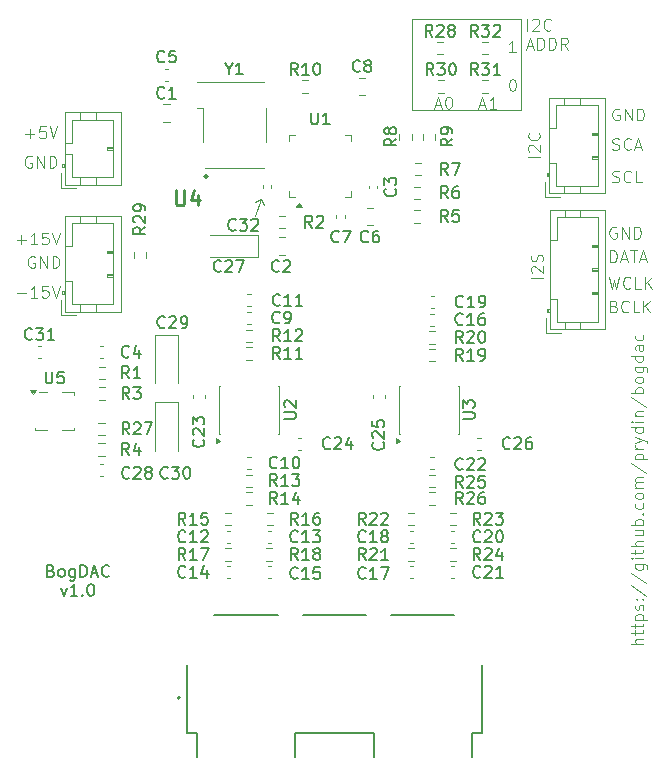
<source format=gbr>
%TF.GenerationSoftware,KiCad,Pcbnew,9.0.7*%
%TF.CreationDate,2026-02-10T21:29:49-05:00*%
%TF.ProjectId,dac,6461632e-6b69-4636-9164-5f7063625858,rev?*%
%TF.SameCoordinates,Original*%
%TF.FileFunction,Legend,Top*%
%TF.FilePolarity,Positive*%
%FSLAX46Y46*%
G04 Gerber Fmt 4.6, Leading zero omitted, Abs format (unit mm)*
G04 Created by KiCad (PCBNEW 9.0.7) date 2026-02-10 21:29:49*
%MOMM*%
%LPD*%
G01*
G04 APERTURE LIST*
%ADD10C,0.100000*%
%ADD11C,0.150000*%
%ADD12C,0.254000*%
%ADD13C,0.120000*%
%ADD14C,0.250000*%
%ADD15C,0.127000*%
%ADD16C,0.200000*%
G04 APERTURE END LIST*
D10*
X155872419Y-128446115D02*
X154872419Y-128446115D01*
X155872419Y-128017544D02*
X155348609Y-128017544D01*
X155348609Y-128017544D02*
X155253371Y-128065163D01*
X155253371Y-128065163D02*
X155205752Y-128160401D01*
X155205752Y-128160401D02*
X155205752Y-128303258D01*
X155205752Y-128303258D02*
X155253371Y-128398496D01*
X155253371Y-128398496D02*
X155300990Y-128446115D01*
X155205752Y-127684210D02*
X155205752Y-127303258D01*
X154872419Y-127541353D02*
X155729561Y-127541353D01*
X155729561Y-127541353D02*
X155824800Y-127493734D01*
X155824800Y-127493734D02*
X155872419Y-127398496D01*
X155872419Y-127398496D02*
X155872419Y-127303258D01*
X155205752Y-127112781D02*
X155205752Y-126731829D01*
X154872419Y-126969924D02*
X155729561Y-126969924D01*
X155729561Y-126969924D02*
X155824800Y-126922305D01*
X155824800Y-126922305D02*
X155872419Y-126827067D01*
X155872419Y-126827067D02*
X155872419Y-126731829D01*
X155205752Y-126398495D02*
X156205752Y-126398495D01*
X155253371Y-126398495D02*
X155205752Y-126303257D01*
X155205752Y-126303257D02*
X155205752Y-126112781D01*
X155205752Y-126112781D02*
X155253371Y-126017543D01*
X155253371Y-126017543D02*
X155300990Y-125969924D01*
X155300990Y-125969924D02*
X155396228Y-125922305D01*
X155396228Y-125922305D02*
X155681942Y-125922305D01*
X155681942Y-125922305D02*
X155777180Y-125969924D01*
X155777180Y-125969924D02*
X155824800Y-126017543D01*
X155824800Y-126017543D02*
X155872419Y-126112781D01*
X155872419Y-126112781D02*
X155872419Y-126303257D01*
X155872419Y-126303257D02*
X155824800Y-126398495D01*
X155824800Y-125541352D02*
X155872419Y-125446114D01*
X155872419Y-125446114D02*
X155872419Y-125255638D01*
X155872419Y-125255638D02*
X155824800Y-125160400D01*
X155824800Y-125160400D02*
X155729561Y-125112781D01*
X155729561Y-125112781D02*
X155681942Y-125112781D01*
X155681942Y-125112781D02*
X155586704Y-125160400D01*
X155586704Y-125160400D02*
X155539085Y-125255638D01*
X155539085Y-125255638D02*
X155539085Y-125398495D01*
X155539085Y-125398495D02*
X155491466Y-125493733D01*
X155491466Y-125493733D02*
X155396228Y-125541352D01*
X155396228Y-125541352D02*
X155348609Y-125541352D01*
X155348609Y-125541352D02*
X155253371Y-125493733D01*
X155253371Y-125493733D02*
X155205752Y-125398495D01*
X155205752Y-125398495D02*
X155205752Y-125255638D01*
X155205752Y-125255638D02*
X155253371Y-125160400D01*
X155777180Y-124684209D02*
X155824800Y-124636590D01*
X155824800Y-124636590D02*
X155872419Y-124684209D01*
X155872419Y-124684209D02*
X155824800Y-124731828D01*
X155824800Y-124731828D02*
X155777180Y-124684209D01*
X155777180Y-124684209D02*
X155872419Y-124684209D01*
X155253371Y-124684209D02*
X155300990Y-124636590D01*
X155300990Y-124636590D02*
X155348609Y-124684209D01*
X155348609Y-124684209D02*
X155300990Y-124731828D01*
X155300990Y-124731828D02*
X155253371Y-124684209D01*
X155253371Y-124684209D02*
X155348609Y-124684209D01*
X154824800Y-123493734D02*
X156110514Y-124350876D01*
X154824800Y-122446115D02*
X156110514Y-123303257D01*
X155205752Y-121684210D02*
X156015276Y-121684210D01*
X156015276Y-121684210D02*
X156110514Y-121731829D01*
X156110514Y-121731829D02*
X156158133Y-121779448D01*
X156158133Y-121779448D02*
X156205752Y-121874686D01*
X156205752Y-121874686D02*
X156205752Y-122017543D01*
X156205752Y-122017543D02*
X156158133Y-122112781D01*
X155824800Y-121684210D02*
X155872419Y-121779448D01*
X155872419Y-121779448D02*
X155872419Y-121969924D01*
X155872419Y-121969924D02*
X155824800Y-122065162D01*
X155824800Y-122065162D02*
X155777180Y-122112781D01*
X155777180Y-122112781D02*
X155681942Y-122160400D01*
X155681942Y-122160400D02*
X155396228Y-122160400D01*
X155396228Y-122160400D02*
X155300990Y-122112781D01*
X155300990Y-122112781D02*
X155253371Y-122065162D01*
X155253371Y-122065162D02*
X155205752Y-121969924D01*
X155205752Y-121969924D02*
X155205752Y-121779448D01*
X155205752Y-121779448D02*
X155253371Y-121684210D01*
X155872419Y-121208019D02*
X155205752Y-121208019D01*
X154872419Y-121208019D02*
X154920038Y-121255638D01*
X154920038Y-121255638D02*
X154967657Y-121208019D01*
X154967657Y-121208019D02*
X154920038Y-121160400D01*
X154920038Y-121160400D02*
X154872419Y-121208019D01*
X154872419Y-121208019D02*
X154967657Y-121208019D01*
X155205752Y-120874686D02*
X155205752Y-120493734D01*
X154872419Y-120731829D02*
X155729561Y-120731829D01*
X155729561Y-120731829D02*
X155824800Y-120684210D01*
X155824800Y-120684210D02*
X155872419Y-120588972D01*
X155872419Y-120588972D02*
X155872419Y-120493734D01*
X155872419Y-120160400D02*
X154872419Y-120160400D01*
X155872419Y-119731829D02*
X155348609Y-119731829D01*
X155348609Y-119731829D02*
X155253371Y-119779448D01*
X155253371Y-119779448D02*
X155205752Y-119874686D01*
X155205752Y-119874686D02*
X155205752Y-120017543D01*
X155205752Y-120017543D02*
X155253371Y-120112781D01*
X155253371Y-120112781D02*
X155300990Y-120160400D01*
X155205752Y-118827067D02*
X155872419Y-118827067D01*
X155205752Y-119255638D02*
X155729561Y-119255638D01*
X155729561Y-119255638D02*
X155824800Y-119208019D01*
X155824800Y-119208019D02*
X155872419Y-119112781D01*
X155872419Y-119112781D02*
X155872419Y-118969924D01*
X155872419Y-118969924D02*
X155824800Y-118874686D01*
X155824800Y-118874686D02*
X155777180Y-118827067D01*
X155872419Y-118350876D02*
X154872419Y-118350876D01*
X155253371Y-118350876D02*
X155205752Y-118255638D01*
X155205752Y-118255638D02*
X155205752Y-118065162D01*
X155205752Y-118065162D02*
X155253371Y-117969924D01*
X155253371Y-117969924D02*
X155300990Y-117922305D01*
X155300990Y-117922305D02*
X155396228Y-117874686D01*
X155396228Y-117874686D02*
X155681942Y-117874686D01*
X155681942Y-117874686D02*
X155777180Y-117922305D01*
X155777180Y-117922305D02*
X155824800Y-117969924D01*
X155824800Y-117969924D02*
X155872419Y-118065162D01*
X155872419Y-118065162D02*
X155872419Y-118255638D01*
X155872419Y-118255638D02*
X155824800Y-118350876D01*
X155777180Y-117446114D02*
X155824800Y-117398495D01*
X155824800Y-117398495D02*
X155872419Y-117446114D01*
X155872419Y-117446114D02*
X155824800Y-117493733D01*
X155824800Y-117493733D02*
X155777180Y-117446114D01*
X155777180Y-117446114D02*
X155872419Y-117446114D01*
X155824800Y-116541353D02*
X155872419Y-116636591D01*
X155872419Y-116636591D02*
X155872419Y-116827067D01*
X155872419Y-116827067D02*
X155824800Y-116922305D01*
X155824800Y-116922305D02*
X155777180Y-116969924D01*
X155777180Y-116969924D02*
X155681942Y-117017543D01*
X155681942Y-117017543D02*
X155396228Y-117017543D01*
X155396228Y-117017543D02*
X155300990Y-116969924D01*
X155300990Y-116969924D02*
X155253371Y-116922305D01*
X155253371Y-116922305D02*
X155205752Y-116827067D01*
X155205752Y-116827067D02*
X155205752Y-116636591D01*
X155205752Y-116636591D02*
X155253371Y-116541353D01*
X155872419Y-115969924D02*
X155824800Y-116065162D01*
X155824800Y-116065162D02*
X155777180Y-116112781D01*
X155777180Y-116112781D02*
X155681942Y-116160400D01*
X155681942Y-116160400D02*
X155396228Y-116160400D01*
X155396228Y-116160400D02*
X155300990Y-116112781D01*
X155300990Y-116112781D02*
X155253371Y-116065162D01*
X155253371Y-116065162D02*
X155205752Y-115969924D01*
X155205752Y-115969924D02*
X155205752Y-115827067D01*
X155205752Y-115827067D02*
X155253371Y-115731829D01*
X155253371Y-115731829D02*
X155300990Y-115684210D01*
X155300990Y-115684210D02*
X155396228Y-115636591D01*
X155396228Y-115636591D02*
X155681942Y-115636591D01*
X155681942Y-115636591D02*
X155777180Y-115684210D01*
X155777180Y-115684210D02*
X155824800Y-115731829D01*
X155824800Y-115731829D02*
X155872419Y-115827067D01*
X155872419Y-115827067D02*
X155872419Y-115969924D01*
X155872419Y-115208019D02*
X155205752Y-115208019D01*
X155300990Y-115208019D02*
X155253371Y-115160400D01*
X155253371Y-115160400D02*
X155205752Y-115065162D01*
X155205752Y-115065162D02*
X155205752Y-114922305D01*
X155205752Y-114922305D02*
X155253371Y-114827067D01*
X155253371Y-114827067D02*
X155348609Y-114779448D01*
X155348609Y-114779448D02*
X155872419Y-114779448D01*
X155348609Y-114779448D02*
X155253371Y-114731829D01*
X155253371Y-114731829D02*
X155205752Y-114636591D01*
X155205752Y-114636591D02*
X155205752Y-114493734D01*
X155205752Y-114493734D02*
X155253371Y-114398495D01*
X155253371Y-114398495D02*
X155348609Y-114350876D01*
X155348609Y-114350876D02*
X155872419Y-114350876D01*
X154824800Y-113160401D02*
X156110514Y-114017543D01*
X155205752Y-112827067D02*
X156205752Y-112827067D01*
X155253371Y-112827067D02*
X155205752Y-112731829D01*
X155205752Y-112731829D02*
X155205752Y-112541353D01*
X155205752Y-112541353D02*
X155253371Y-112446115D01*
X155253371Y-112446115D02*
X155300990Y-112398496D01*
X155300990Y-112398496D02*
X155396228Y-112350877D01*
X155396228Y-112350877D02*
X155681942Y-112350877D01*
X155681942Y-112350877D02*
X155777180Y-112398496D01*
X155777180Y-112398496D02*
X155824800Y-112446115D01*
X155824800Y-112446115D02*
X155872419Y-112541353D01*
X155872419Y-112541353D02*
X155872419Y-112731829D01*
X155872419Y-112731829D02*
X155824800Y-112827067D01*
X155872419Y-111922305D02*
X155205752Y-111922305D01*
X155396228Y-111922305D02*
X155300990Y-111874686D01*
X155300990Y-111874686D02*
X155253371Y-111827067D01*
X155253371Y-111827067D02*
X155205752Y-111731829D01*
X155205752Y-111731829D02*
X155205752Y-111636591D01*
X155205752Y-111398495D02*
X155872419Y-111160400D01*
X155205752Y-110922305D02*
X155872419Y-111160400D01*
X155872419Y-111160400D02*
X156110514Y-111255638D01*
X156110514Y-111255638D02*
X156158133Y-111303257D01*
X156158133Y-111303257D02*
X156205752Y-111398495D01*
X155872419Y-110112781D02*
X154872419Y-110112781D01*
X155824800Y-110112781D02*
X155872419Y-110208019D01*
X155872419Y-110208019D02*
X155872419Y-110398495D01*
X155872419Y-110398495D02*
X155824800Y-110493733D01*
X155824800Y-110493733D02*
X155777180Y-110541352D01*
X155777180Y-110541352D02*
X155681942Y-110588971D01*
X155681942Y-110588971D02*
X155396228Y-110588971D01*
X155396228Y-110588971D02*
X155300990Y-110541352D01*
X155300990Y-110541352D02*
X155253371Y-110493733D01*
X155253371Y-110493733D02*
X155205752Y-110398495D01*
X155205752Y-110398495D02*
X155205752Y-110208019D01*
X155205752Y-110208019D02*
X155253371Y-110112781D01*
X155872419Y-109636590D02*
X155205752Y-109636590D01*
X154872419Y-109636590D02*
X154920038Y-109684209D01*
X154920038Y-109684209D02*
X154967657Y-109636590D01*
X154967657Y-109636590D02*
X154920038Y-109588971D01*
X154920038Y-109588971D02*
X154872419Y-109636590D01*
X154872419Y-109636590D02*
X154967657Y-109636590D01*
X155205752Y-109160400D02*
X155872419Y-109160400D01*
X155300990Y-109160400D02*
X155253371Y-109112781D01*
X155253371Y-109112781D02*
X155205752Y-109017543D01*
X155205752Y-109017543D02*
X155205752Y-108874686D01*
X155205752Y-108874686D02*
X155253371Y-108779448D01*
X155253371Y-108779448D02*
X155348609Y-108731829D01*
X155348609Y-108731829D02*
X155872419Y-108731829D01*
X154824800Y-107541353D02*
X156110514Y-108398495D01*
X155872419Y-107208019D02*
X154872419Y-107208019D01*
X155253371Y-107208019D02*
X155205752Y-107112781D01*
X155205752Y-107112781D02*
X155205752Y-106922305D01*
X155205752Y-106922305D02*
X155253371Y-106827067D01*
X155253371Y-106827067D02*
X155300990Y-106779448D01*
X155300990Y-106779448D02*
X155396228Y-106731829D01*
X155396228Y-106731829D02*
X155681942Y-106731829D01*
X155681942Y-106731829D02*
X155777180Y-106779448D01*
X155777180Y-106779448D02*
X155824800Y-106827067D01*
X155824800Y-106827067D02*
X155872419Y-106922305D01*
X155872419Y-106922305D02*
X155872419Y-107112781D01*
X155872419Y-107112781D02*
X155824800Y-107208019D01*
X155872419Y-106160400D02*
X155824800Y-106255638D01*
X155824800Y-106255638D02*
X155777180Y-106303257D01*
X155777180Y-106303257D02*
X155681942Y-106350876D01*
X155681942Y-106350876D02*
X155396228Y-106350876D01*
X155396228Y-106350876D02*
X155300990Y-106303257D01*
X155300990Y-106303257D02*
X155253371Y-106255638D01*
X155253371Y-106255638D02*
X155205752Y-106160400D01*
X155205752Y-106160400D02*
X155205752Y-106017543D01*
X155205752Y-106017543D02*
X155253371Y-105922305D01*
X155253371Y-105922305D02*
X155300990Y-105874686D01*
X155300990Y-105874686D02*
X155396228Y-105827067D01*
X155396228Y-105827067D02*
X155681942Y-105827067D01*
X155681942Y-105827067D02*
X155777180Y-105874686D01*
X155777180Y-105874686D02*
X155824800Y-105922305D01*
X155824800Y-105922305D02*
X155872419Y-106017543D01*
X155872419Y-106017543D02*
X155872419Y-106160400D01*
X155205752Y-104969924D02*
X156015276Y-104969924D01*
X156015276Y-104969924D02*
X156110514Y-105017543D01*
X156110514Y-105017543D02*
X156158133Y-105065162D01*
X156158133Y-105065162D02*
X156205752Y-105160400D01*
X156205752Y-105160400D02*
X156205752Y-105303257D01*
X156205752Y-105303257D02*
X156158133Y-105398495D01*
X155824800Y-104969924D02*
X155872419Y-105065162D01*
X155872419Y-105065162D02*
X155872419Y-105255638D01*
X155872419Y-105255638D02*
X155824800Y-105350876D01*
X155824800Y-105350876D02*
X155777180Y-105398495D01*
X155777180Y-105398495D02*
X155681942Y-105446114D01*
X155681942Y-105446114D02*
X155396228Y-105446114D01*
X155396228Y-105446114D02*
X155300990Y-105398495D01*
X155300990Y-105398495D02*
X155253371Y-105350876D01*
X155253371Y-105350876D02*
X155205752Y-105255638D01*
X155205752Y-105255638D02*
X155205752Y-105065162D01*
X155205752Y-105065162D02*
X155253371Y-104969924D01*
X155872419Y-104065162D02*
X154872419Y-104065162D01*
X155824800Y-104065162D02*
X155872419Y-104160400D01*
X155872419Y-104160400D02*
X155872419Y-104350876D01*
X155872419Y-104350876D02*
X155824800Y-104446114D01*
X155824800Y-104446114D02*
X155777180Y-104493733D01*
X155777180Y-104493733D02*
X155681942Y-104541352D01*
X155681942Y-104541352D02*
X155396228Y-104541352D01*
X155396228Y-104541352D02*
X155300990Y-104493733D01*
X155300990Y-104493733D02*
X155253371Y-104446114D01*
X155253371Y-104446114D02*
X155205752Y-104350876D01*
X155205752Y-104350876D02*
X155205752Y-104160400D01*
X155205752Y-104160400D02*
X155253371Y-104065162D01*
X155872419Y-103160400D02*
X155348609Y-103160400D01*
X155348609Y-103160400D02*
X155253371Y-103208019D01*
X155253371Y-103208019D02*
X155205752Y-103303257D01*
X155205752Y-103303257D02*
X155205752Y-103493733D01*
X155205752Y-103493733D02*
X155253371Y-103588971D01*
X155824800Y-103160400D02*
X155872419Y-103255638D01*
X155872419Y-103255638D02*
X155872419Y-103493733D01*
X155872419Y-103493733D02*
X155824800Y-103588971D01*
X155824800Y-103588971D02*
X155729561Y-103636590D01*
X155729561Y-103636590D02*
X155634323Y-103636590D01*
X155634323Y-103636590D02*
X155539085Y-103588971D01*
X155539085Y-103588971D02*
X155491466Y-103493733D01*
X155491466Y-103493733D02*
X155491466Y-103255638D01*
X155491466Y-103255638D02*
X155443847Y-103160400D01*
X155824800Y-102255638D02*
X155872419Y-102350876D01*
X155872419Y-102350876D02*
X155872419Y-102541352D01*
X155872419Y-102541352D02*
X155824800Y-102636590D01*
X155824800Y-102636590D02*
X155777180Y-102684209D01*
X155777180Y-102684209D02*
X155681942Y-102731828D01*
X155681942Y-102731828D02*
X155396228Y-102731828D01*
X155396228Y-102731828D02*
X155300990Y-102684209D01*
X155300990Y-102684209D02*
X155253371Y-102636590D01*
X155253371Y-102636590D02*
X155205752Y-102541352D01*
X155205752Y-102541352D02*
X155205752Y-102350876D01*
X155205752Y-102350876D02*
X155253371Y-102255638D01*
X102803884Y-94241466D02*
X103565789Y-94241466D01*
X103184836Y-94622419D02*
X103184836Y-93860514D01*
X104565788Y-94622419D02*
X103994360Y-94622419D01*
X104280074Y-94622419D02*
X104280074Y-93622419D01*
X104280074Y-93622419D02*
X104184836Y-93765276D01*
X104184836Y-93765276D02*
X104089598Y-93860514D01*
X104089598Y-93860514D02*
X103994360Y-93908133D01*
X105470550Y-93622419D02*
X104994360Y-93622419D01*
X104994360Y-93622419D02*
X104946741Y-94098609D01*
X104946741Y-94098609D02*
X104994360Y-94050990D01*
X104994360Y-94050990D02*
X105089598Y-94003371D01*
X105089598Y-94003371D02*
X105327693Y-94003371D01*
X105327693Y-94003371D02*
X105422931Y-94050990D01*
X105422931Y-94050990D02*
X105470550Y-94098609D01*
X105470550Y-94098609D02*
X105518169Y-94193847D01*
X105518169Y-94193847D02*
X105518169Y-94431942D01*
X105518169Y-94431942D02*
X105470550Y-94527180D01*
X105470550Y-94527180D02*
X105422931Y-94574800D01*
X105422931Y-94574800D02*
X105327693Y-94622419D01*
X105327693Y-94622419D02*
X105089598Y-94622419D01*
X105089598Y-94622419D02*
X104994360Y-94574800D01*
X104994360Y-94574800D02*
X104946741Y-94527180D01*
X105803884Y-93622419D02*
X106137217Y-94622419D01*
X106137217Y-94622419D02*
X106470550Y-93622419D01*
X102803884Y-98741466D02*
X103565789Y-98741466D01*
X104565788Y-99122419D02*
X103994360Y-99122419D01*
X104280074Y-99122419D02*
X104280074Y-98122419D01*
X104280074Y-98122419D02*
X104184836Y-98265276D01*
X104184836Y-98265276D02*
X104089598Y-98360514D01*
X104089598Y-98360514D02*
X103994360Y-98408133D01*
X105470550Y-98122419D02*
X104994360Y-98122419D01*
X104994360Y-98122419D02*
X104946741Y-98598609D01*
X104946741Y-98598609D02*
X104994360Y-98550990D01*
X104994360Y-98550990D02*
X105089598Y-98503371D01*
X105089598Y-98503371D02*
X105327693Y-98503371D01*
X105327693Y-98503371D02*
X105422931Y-98550990D01*
X105422931Y-98550990D02*
X105470550Y-98598609D01*
X105470550Y-98598609D02*
X105518169Y-98693847D01*
X105518169Y-98693847D02*
X105518169Y-98931942D01*
X105518169Y-98931942D02*
X105470550Y-99027180D01*
X105470550Y-99027180D02*
X105422931Y-99074800D01*
X105422931Y-99074800D02*
X105327693Y-99122419D01*
X105327693Y-99122419D02*
X105089598Y-99122419D01*
X105089598Y-99122419D02*
X104994360Y-99074800D01*
X104994360Y-99074800D02*
X104946741Y-99027180D01*
X105803884Y-98122419D02*
X106137217Y-99122419D01*
X106137217Y-99122419D02*
X106470550Y-98122419D01*
X123000000Y-92227500D02*
X123500000Y-90750000D01*
X123500000Y-90750000D02*
X123000000Y-91000000D01*
X136250000Y-75500000D02*
X145500000Y-75500000D01*
X145500000Y-83250000D01*
X136250000Y-83250000D01*
X136250000Y-75500000D01*
X123500000Y-90750000D02*
X123750000Y-91250000D01*
X103553884Y-85241466D02*
X104315789Y-85241466D01*
X103934836Y-85622419D02*
X103934836Y-84860514D01*
X105268169Y-84622419D02*
X104791979Y-84622419D01*
X104791979Y-84622419D02*
X104744360Y-85098609D01*
X104744360Y-85098609D02*
X104791979Y-85050990D01*
X104791979Y-85050990D02*
X104887217Y-85003371D01*
X104887217Y-85003371D02*
X105125312Y-85003371D01*
X105125312Y-85003371D02*
X105220550Y-85050990D01*
X105220550Y-85050990D02*
X105268169Y-85098609D01*
X105268169Y-85098609D02*
X105315788Y-85193847D01*
X105315788Y-85193847D02*
X105315788Y-85431942D01*
X105315788Y-85431942D02*
X105268169Y-85527180D01*
X105268169Y-85527180D02*
X105220550Y-85574800D01*
X105220550Y-85574800D02*
X105125312Y-85622419D01*
X105125312Y-85622419D02*
X104887217Y-85622419D01*
X104887217Y-85622419D02*
X104791979Y-85574800D01*
X104791979Y-85574800D02*
X104744360Y-85527180D01*
X105601503Y-84622419D02*
X105934836Y-85622419D01*
X105934836Y-85622419D02*
X106268169Y-84622419D01*
X145077693Y-78372419D02*
X144506265Y-78372419D01*
X144791979Y-78372419D02*
X144791979Y-77372419D01*
X144791979Y-77372419D02*
X144696741Y-77515276D01*
X144696741Y-77515276D02*
X144601503Y-77610514D01*
X144601503Y-77610514D02*
X144506265Y-77658133D01*
X147122419Y-87196115D02*
X146122419Y-87196115D01*
X146217657Y-86767544D02*
X146170038Y-86719925D01*
X146170038Y-86719925D02*
X146122419Y-86624687D01*
X146122419Y-86624687D02*
X146122419Y-86386592D01*
X146122419Y-86386592D02*
X146170038Y-86291354D01*
X146170038Y-86291354D02*
X146217657Y-86243735D01*
X146217657Y-86243735D02*
X146312895Y-86196116D01*
X146312895Y-86196116D02*
X146408133Y-86196116D01*
X146408133Y-86196116D02*
X146550990Y-86243735D01*
X146550990Y-86243735D02*
X147122419Y-86815163D01*
X147122419Y-86815163D02*
X147122419Y-86196116D01*
X147027180Y-85196116D02*
X147074800Y-85243735D01*
X147074800Y-85243735D02*
X147122419Y-85386592D01*
X147122419Y-85386592D02*
X147122419Y-85481830D01*
X147122419Y-85481830D02*
X147074800Y-85624687D01*
X147074800Y-85624687D02*
X146979561Y-85719925D01*
X146979561Y-85719925D02*
X146884323Y-85767544D01*
X146884323Y-85767544D02*
X146693847Y-85815163D01*
X146693847Y-85815163D02*
X146550990Y-85815163D01*
X146550990Y-85815163D02*
X146360514Y-85767544D01*
X146360514Y-85767544D02*
X146265276Y-85719925D01*
X146265276Y-85719925D02*
X146170038Y-85624687D01*
X146170038Y-85624687D02*
X146122419Y-85481830D01*
X146122419Y-85481830D02*
X146122419Y-85386592D01*
X146122419Y-85386592D02*
X146170038Y-85243735D01*
X146170038Y-85243735D02*
X146217657Y-85196116D01*
X146053884Y-76512475D02*
X146053884Y-75512475D01*
X146482455Y-75607713D02*
X146530074Y-75560094D01*
X146530074Y-75560094D02*
X146625312Y-75512475D01*
X146625312Y-75512475D02*
X146863407Y-75512475D01*
X146863407Y-75512475D02*
X146958645Y-75560094D01*
X146958645Y-75560094D02*
X147006264Y-75607713D01*
X147006264Y-75607713D02*
X147053883Y-75702951D01*
X147053883Y-75702951D02*
X147053883Y-75798189D01*
X147053883Y-75798189D02*
X147006264Y-75941046D01*
X147006264Y-75941046D02*
X146434836Y-76512475D01*
X146434836Y-76512475D02*
X147053883Y-76512475D01*
X148053883Y-76417236D02*
X148006264Y-76464856D01*
X148006264Y-76464856D02*
X147863407Y-76512475D01*
X147863407Y-76512475D02*
X147768169Y-76512475D01*
X147768169Y-76512475D02*
X147625312Y-76464856D01*
X147625312Y-76464856D02*
X147530074Y-76369617D01*
X147530074Y-76369617D02*
X147482455Y-76274379D01*
X147482455Y-76274379D02*
X147434836Y-76083903D01*
X147434836Y-76083903D02*
X147434836Y-75941046D01*
X147434836Y-75941046D02*
X147482455Y-75750570D01*
X147482455Y-75750570D02*
X147530074Y-75655332D01*
X147530074Y-75655332D02*
X147625312Y-75560094D01*
X147625312Y-75560094D02*
X147768169Y-75512475D01*
X147768169Y-75512475D02*
X147863407Y-75512475D01*
X147863407Y-75512475D02*
X148006264Y-75560094D01*
X148006264Y-75560094D02*
X148053883Y-75607713D01*
X146006265Y-77836704D02*
X146482455Y-77836704D01*
X145911027Y-78122419D02*
X146244360Y-77122419D01*
X146244360Y-77122419D02*
X146577693Y-78122419D01*
X146911027Y-78122419D02*
X146911027Y-77122419D01*
X146911027Y-77122419D02*
X147149122Y-77122419D01*
X147149122Y-77122419D02*
X147291979Y-77170038D01*
X147291979Y-77170038D02*
X147387217Y-77265276D01*
X147387217Y-77265276D02*
X147434836Y-77360514D01*
X147434836Y-77360514D02*
X147482455Y-77550990D01*
X147482455Y-77550990D02*
X147482455Y-77693847D01*
X147482455Y-77693847D02*
X147434836Y-77884323D01*
X147434836Y-77884323D02*
X147387217Y-77979561D01*
X147387217Y-77979561D02*
X147291979Y-78074800D01*
X147291979Y-78074800D02*
X147149122Y-78122419D01*
X147149122Y-78122419D02*
X146911027Y-78122419D01*
X147911027Y-78122419D02*
X147911027Y-77122419D01*
X147911027Y-77122419D02*
X148149122Y-77122419D01*
X148149122Y-77122419D02*
X148291979Y-77170038D01*
X148291979Y-77170038D02*
X148387217Y-77265276D01*
X148387217Y-77265276D02*
X148434836Y-77360514D01*
X148434836Y-77360514D02*
X148482455Y-77550990D01*
X148482455Y-77550990D02*
X148482455Y-77693847D01*
X148482455Y-77693847D02*
X148434836Y-77884323D01*
X148434836Y-77884323D02*
X148387217Y-77979561D01*
X148387217Y-77979561D02*
X148291979Y-78074800D01*
X148291979Y-78074800D02*
X148149122Y-78122419D01*
X148149122Y-78122419D02*
X147911027Y-78122419D01*
X149482455Y-78122419D02*
X149149122Y-77646228D01*
X148911027Y-78122419D02*
X148911027Y-77122419D01*
X148911027Y-77122419D02*
X149291979Y-77122419D01*
X149291979Y-77122419D02*
X149387217Y-77170038D01*
X149387217Y-77170038D02*
X149434836Y-77217657D01*
X149434836Y-77217657D02*
X149482455Y-77312895D01*
X149482455Y-77312895D02*
X149482455Y-77455752D01*
X149482455Y-77455752D02*
X149434836Y-77550990D01*
X149434836Y-77550990D02*
X149387217Y-77598609D01*
X149387217Y-77598609D02*
X149291979Y-77646228D01*
X149291979Y-77646228D02*
X148911027Y-77646228D01*
X104327693Y-95670038D02*
X104232455Y-95622419D01*
X104232455Y-95622419D02*
X104089598Y-95622419D01*
X104089598Y-95622419D02*
X103946741Y-95670038D01*
X103946741Y-95670038D02*
X103851503Y-95765276D01*
X103851503Y-95765276D02*
X103803884Y-95860514D01*
X103803884Y-95860514D02*
X103756265Y-96050990D01*
X103756265Y-96050990D02*
X103756265Y-96193847D01*
X103756265Y-96193847D02*
X103803884Y-96384323D01*
X103803884Y-96384323D02*
X103851503Y-96479561D01*
X103851503Y-96479561D02*
X103946741Y-96574800D01*
X103946741Y-96574800D02*
X104089598Y-96622419D01*
X104089598Y-96622419D02*
X104184836Y-96622419D01*
X104184836Y-96622419D02*
X104327693Y-96574800D01*
X104327693Y-96574800D02*
X104375312Y-96527180D01*
X104375312Y-96527180D02*
X104375312Y-96193847D01*
X104375312Y-96193847D02*
X104184836Y-96193847D01*
X104803884Y-96622419D02*
X104803884Y-95622419D01*
X104803884Y-95622419D02*
X105375312Y-96622419D01*
X105375312Y-96622419D02*
X105375312Y-95622419D01*
X105851503Y-96622419D02*
X105851503Y-95622419D01*
X105851503Y-95622419D02*
X106089598Y-95622419D01*
X106089598Y-95622419D02*
X106232455Y-95670038D01*
X106232455Y-95670038D02*
X106327693Y-95765276D01*
X106327693Y-95765276D02*
X106375312Y-95860514D01*
X106375312Y-95860514D02*
X106422931Y-96050990D01*
X106422931Y-96050990D02*
X106422931Y-96193847D01*
X106422931Y-96193847D02*
X106375312Y-96384323D01*
X106375312Y-96384323D02*
X106327693Y-96479561D01*
X106327693Y-96479561D02*
X106232455Y-96574800D01*
X106232455Y-96574800D02*
X106089598Y-96622419D01*
X106089598Y-96622419D02*
X105851503Y-96622419D01*
X153827693Y-83170038D02*
X153732455Y-83122419D01*
X153732455Y-83122419D02*
X153589598Y-83122419D01*
X153589598Y-83122419D02*
X153446741Y-83170038D01*
X153446741Y-83170038D02*
X153351503Y-83265276D01*
X153351503Y-83265276D02*
X153303884Y-83360514D01*
X153303884Y-83360514D02*
X153256265Y-83550990D01*
X153256265Y-83550990D02*
X153256265Y-83693847D01*
X153256265Y-83693847D02*
X153303884Y-83884323D01*
X153303884Y-83884323D02*
X153351503Y-83979561D01*
X153351503Y-83979561D02*
X153446741Y-84074800D01*
X153446741Y-84074800D02*
X153589598Y-84122419D01*
X153589598Y-84122419D02*
X153684836Y-84122419D01*
X153684836Y-84122419D02*
X153827693Y-84074800D01*
X153827693Y-84074800D02*
X153875312Y-84027180D01*
X153875312Y-84027180D02*
X153875312Y-83693847D01*
X153875312Y-83693847D02*
X153684836Y-83693847D01*
X154303884Y-84122419D02*
X154303884Y-83122419D01*
X154303884Y-83122419D02*
X154875312Y-84122419D01*
X154875312Y-84122419D02*
X154875312Y-83122419D01*
X155351503Y-84122419D02*
X155351503Y-83122419D01*
X155351503Y-83122419D02*
X155589598Y-83122419D01*
X155589598Y-83122419D02*
X155732455Y-83170038D01*
X155732455Y-83170038D02*
X155827693Y-83265276D01*
X155827693Y-83265276D02*
X155875312Y-83360514D01*
X155875312Y-83360514D02*
X155922931Y-83550990D01*
X155922931Y-83550990D02*
X155922931Y-83693847D01*
X155922931Y-83693847D02*
X155875312Y-83884323D01*
X155875312Y-83884323D02*
X155827693Y-83979561D01*
X155827693Y-83979561D02*
X155732455Y-84074800D01*
X155732455Y-84074800D02*
X155589598Y-84122419D01*
X155589598Y-84122419D02*
X155351503Y-84122419D01*
X153256265Y-89324800D02*
X153399122Y-89372419D01*
X153399122Y-89372419D02*
X153637217Y-89372419D01*
X153637217Y-89372419D02*
X153732455Y-89324800D01*
X153732455Y-89324800D02*
X153780074Y-89277180D01*
X153780074Y-89277180D02*
X153827693Y-89181942D01*
X153827693Y-89181942D02*
X153827693Y-89086704D01*
X153827693Y-89086704D02*
X153780074Y-88991466D01*
X153780074Y-88991466D02*
X153732455Y-88943847D01*
X153732455Y-88943847D02*
X153637217Y-88896228D01*
X153637217Y-88896228D02*
X153446741Y-88848609D01*
X153446741Y-88848609D02*
X153351503Y-88800990D01*
X153351503Y-88800990D02*
X153303884Y-88753371D01*
X153303884Y-88753371D02*
X153256265Y-88658133D01*
X153256265Y-88658133D02*
X153256265Y-88562895D01*
X153256265Y-88562895D02*
X153303884Y-88467657D01*
X153303884Y-88467657D02*
X153351503Y-88420038D01*
X153351503Y-88420038D02*
X153446741Y-88372419D01*
X153446741Y-88372419D02*
X153684836Y-88372419D01*
X153684836Y-88372419D02*
X153827693Y-88420038D01*
X154827693Y-89277180D02*
X154780074Y-89324800D01*
X154780074Y-89324800D02*
X154637217Y-89372419D01*
X154637217Y-89372419D02*
X154541979Y-89372419D01*
X154541979Y-89372419D02*
X154399122Y-89324800D01*
X154399122Y-89324800D02*
X154303884Y-89229561D01*
X154303884Y-89229561D02*
X154256265Y-89134323D01*
X154256265Y-89134323D02*
X154208646Y-88943847D01*
X154208646Y-88943847D02*
X154208646Y-88800990D01*
X154208646Y-88800990D02*
X154256265Y-88610514D01*
X154256265Y-88610514D02*
X154303884Y-88515276D01*
X154303884Y-88515276D02*
X154399122Y-88420038D01*
X154399122Y-88420038D02*
X154541979Y-88372419D01*
X154541979Y-88372419D02*
X154637217Y-88372419D01*
X154637217Y-88372419D02*
X154780074Y-88420038D01*
X154780074Y-88420038D02*
X154827693Y-88467657D01*
X155732455Y-89372419D02*
X155256265Y-89372419D01*
X155256265Y-89372419D02*
X155256265Y-88372419D01*
D11*
X105738095Y-122236065D02*
X105880952Y-122283684D01*
X105880952Y-122283684D02*
X105928571Y-122331303D01*
X105928571Y-122331303D02*
X105976190Y-122426541D01*
X105976190Y-122426541D02*
X105976190Y-122569398D01*
X105976190Y-122569398D02*
X105928571Y-122664636D01*
X105928571Y-122664636D02*
X105880952Y-122712256D01*
X105880952Y-122712256D02*
X105785714Y-122759875D01*
X105785714Y-122759875D02*
X105404762Y-122759875D01*
X105404762Y-122759875D02*
X105404762Y-121759875D01*
X105404762Y-121759875D02*
X105738095Y-121759875D01*
X105738095Y-121759875D02*
X105833333Y-121807494D01*
X105833333Y-121807494D02*
X105880952Y-121855113D01*
X105880952Y-121855113D02*
X105928571Y-121950351D01*
X105928571Y-121950351D02*
X105928571Y-122045589D01*
X105928571Y-122045589D02*
X105880952Y-122140827D01*
X105880952Y-122140827D02*
X105833333Y-122188446D01*
X105833333Y-122188446D02*
X105738095Y-122236065D01*
X105738095Y-122236065D02*
X105404762Y-122236065D01*
X106547619Y-122759875D02*
X106452381Y-122712256D01*
X106452381Y-122712256D02*
X106404762Y-122664636D01*
X106404762Y-122664636D02*
X106357143Y-122569398D01*
X106357143Y-122569398D02*
X106357143Y-122283684D01*
X106357143Y-122283684D02*
X106404762Y-122188446D01*
X106404762Y-122188446D02*
X106452381Y-122140827D01*
X106452381Y-122140827D02*
X106547619Y-122093208D01*
X106547619Y-122093208D02*
X106690476Y-122093208D01*
X106690476Y-122093208D02*
X106785714Y-122140827D01*
X106785714Y-122140827D02*
X106833333Y-122188446D01*
X106833333Y-122188446D02*
X106880952Y-122283684D01*
X106880952Y-122283684D02*
X106880952Y-122569398D01*
X106880952Y-122569398D02*
X106833333Y-122664636D01*
X106833333Y-122664636D02*
X106785714Y-122712256D01*
X106785714Y-122712256D02*
X106690476Y-122759875D01*
X106690476Y-122759875D02*
X106547619Y-122759875D01*
X107738095Y-122093208D02*
X107738095Y-122902732D01*
X107738095Y-122902732D02*
X107690476Y-122997970D01*
X107690476Y-122997970D02*
X107642857Y-123045589D01*
X107642857Y-123045589D02*
X107547619Y-123093208D01*
X107547619Y-123093208D02*
X107404762Y-123093208D01*
X107404762Y-123093208D02*
X107309524Y-123045589D01*
X107738095Y-122712256D02*
X107642857Y-122759875D01*
X107642857Y-122759875D02*
X107452381Y-122759875D01*
X107452381Y-122759875D02*
X107357143Y-122712256D01*
X107357143Y-122712256D02*
X107309524Y-122664636D01*
X107309524Y-122664636D02*
X107261905Y-122569398D01*
X107261905Y-122569398D02*
X107261905Y-122283684D01*
X107261905Y-122283684D02*
X107309524Y-122188446D01*
X107309524Y-122188446D02*
X107357143Y-122140827D01*
X107357143Y-122140827D02*
X107452381Y-122093208D01*
X107452381Y-122093208D02*
X107642857Y-122093208D01*
X107642857Y-122093208D02*
X107738095Y-122140827D01*
X108214286Y-122759875D02*
X108214286Y-121759875D01*
X108214286Y-121759875D02*
X108452381Y-121759875D01*
X108452381Y-121759875D02*
X108595238Y-121807494D01*
X108595238Y-121807494D02*
X108690476Y-121902732D01*
X108690476Y-121902732D02*
X108738095Y-121997970D01*
X108738095Y-121997970D02*
X108785714Y-122188446D01*
X108785714Y-122188446D02*
X108785714Y-122331303D01*
X108785714Y-122331303D02*
X108738095Y-122521779D01*
X108738095Y-122521779D02*
X108690476Y-122617017D01*
X108690476Y-122617017D02*
X108595238Y-122712256D01*
X108595238Y-122712256D02*
X108452381Y-122759875D01*
X108452381Y-122759875D02*
X108214286Y-122759875D01*
X109166667Y-122474160D02*
X109642857Y-122474160D01*
X109071429Y-122759875D02*
X109404762Y-121759875D01*
X109404762Y-121759875D02*
X109738095Y-122759875D01*
X110642857Y-122664636D02*
X110595238Y-122712256D01*
X110595238Y-122712256D02*
X110452381Y-122759875D01*
X110452381Y-122759875D02*
X110357143Y-122759875D01*
X110357143Y-122759875D02*
X110214286Y-122712256D01*
X110214286Y-122712256D02*
X110119048Y-122617017D01*
X110119048Y-122617017D02*
X110071429Y-122521779D01*
X110071429Y-122521779D02*
X110023810Y-122331303D01*
X110023810Y-122331303D02*
X110023810Y-122188446D01*
X110023810Y-122188446D02*
X110071429Y-121997970D01*
X110071429Y-121997970D02*
X110119048Y-121902732D01*
X110119048Y-121902732D02*
X110214286Y-121807494D01*
X110214286Y-121807494D02*
X110357143Y-121759875D01*
X110357143Y-121759875D02*
X110452381Y-121759875D01*
X110452381Y-121759875D02*
X110595238Y-121807494D01*
X110595238Y-121807494D02*
X110642857Y-121855113D01*
X106571429Y-123703152D02*
X106809524Y-124369819D01*
X106809524Y-124369819D02*
X107047619Y-123703152D01*
X107952381Y-124369819D02*
X107380953Y-124369819D01*
X107666667Y-124369819D02*
X107666667Y-123369819D01*
X107666667Y-123369819D02*
X107571429Y-123512676D01*
X107571429Y-123512676D02*
X107476191Y-123607914D01*
X107476191Y-123607914D02*
X107380953Y-123655533D01*
X108380953Y-124274580D02*
X108428572Y-124322200D01*
X108428572Y-124322200D02*
X108380953Y-124369819D01*
X108380953Y-124369819D02*
X108333334Y-124322200D01*
X108333334Y-124322200D02*
X108380953Y-124274580D01*
X108380953Y-124274580D02*
X108380953Y-124369819D01*
X109047619Y-123369819D02*
X109142857Y-123369819D01*
X109142857Y-123369819D02*
X109238095Y-123417438D01*
X109238095Y-123417438D02*
X109285714Y-123465057D01*
X109285714Y-123465057D02*
X109333333Y-123560295D01*
X109333333Y-123560295D02*
X109380952Y-123750771D01*
X109380952Y-123750771D02*
X109380952Y-123988866D01*
X109380952Y-123988866D02*
X109333333Y-124179342D01*
X109333333Y-124179342D02*
X109285714Y-124274580D01*
X109285714Y-124274580D02*
X109238095Y-124322200D01*
X109238095Y-124322200D02*
X109142857Y-124369819D01*
X109142857Y-124369819D02*
X109047619Y-124369819D01*
X109047619Y-124369819D02*
X108952381Y-124322200D01*
X108952381Y-124322200D02*
X108904762Y-124274580D01*
X108904762Y-124274580D02*
X108857143Y-124179342D01*
X108857143Y-124179342D02*
X108809524Y-123988866D01*
X108809524Y-123988866D02*
X108809524Y-123750771D01*
X108809524Y-123750771D02*
X108857143Y-123560295D01*
X108857143Y-123560295D02*
X108904762Y-123465057D01*
X108904762Y-123465057D02*
X108952381Y-123417438D01*
X108952381Y-123417438D02*
X109047619Y-123369819D01*
D10*
X104077693Y-87170038D02*
X103982455Y-87122419D01*
X103982455Y-87122419D02*
X103839598Y-87122419D01*
X103839598Y-87122419D02*
X103696741Y-87170038D01*
X103696741Y-87170038D02*
X103601503Y-87265276D01*
X103601503Y-87265276D02*
X103553884Y-87360514D01*
X103553884Y-87360514D02*
X103506265Y-87550990D01*
X103506265Y-87550990D02*
X103506265Y-87693847D01*
X103506265Y-87693847D02*
X103553884Y-87884323D01*
X103553884Y-87884323D02*
X103601503Y-87979561D01*
X103601503Y-87979561D02*
X103696741Y-88074800D01*
X103696741Y-88074800D02*
X103839598Y-88122419D01*
X103839598Y-88122419D02*
X103934836Y-88122419D01*
X103934836Y-88122419D02*
X104077693Y-88074800D01*
X104077693Y-88074800D02*
X104125312Y-88027180D01*
X104125312Y-88027180D02*
X104125312Y-87693847D01*
X104125312Y-87693847D02*
X103934836Y-87693847D01*
X104553884Y-88122419D02*
X104553884Y-87122419D01*
X104553884Y-87122419D02*
X105125312Y-88122419D01*
X105125312Y-88122419D02*
X105125312Y-87122419D01*
X105601503Y-88122419D02*
X105601503Y-87122419D01*
X105601503Y-87122419D02*
X105839598Y-87122419D01*
X105839598Y-87122419D02*
X105982455Y-87170038D01*
X105982455Y-87170038D02*
X106077693Y-87265276D01*
X106077693Y-87265276D02*
X106125312Y-87360514D01*
X106125312Y-87360514D02*
X106172931Y-87550990D01*
X106172931Y-87550990D02*
X106172931Y-87693847D01*
X106172931Y-87693847D02*
X106125312Y-87884323D01*
X106125312Y-87884323D02*
X106077693Y-87979561D01*
X106077693Y-87979561D02*
X105982455Y-88074800D01*
X105982455Y-88074800D02*
X105839598Y-88122419D01*
X105839598Y-88122419D02*
X105601503Y-88122419D01*
X153256265Y-86574800D02*
X153399122Y-86622419D01*
X153399122Y-86622419D02*
X153637217Y-86622419D01*
X153637217Y-86622419D02*
X153732455Y-86574800D01*
X153732455Y-86574800D02*
X153780074Y-86527180D01*
X153780074Y-86527180D02*
X153827693Y-86431942D01*
X153827693Y-86431942D02*
X153827693Y-86336704D01*
X153827693Y-86336704D02*
X153780074Y-86241466D01*
X153780074Y-86241466D02*
X153732455Y-86193847D01*
X153732455Y-86193847D02*
X153637217Y-86146228D01*
X153637217Y-86146228D02*
X153446741Y-86098609D01*
X153446741Y-86098609D02*
X153351503Y-86050990D01*
X153351503Y-86050990D02*
X153303884Y-86003371D01*
X153303884Y-86003371D02*
X153256265Y-85908133D01*
X153256265Y-85908133D02*
X153256265Y-85812895D01*
X153256265Y-85812895D02*
X153303884Y-85717657D01*
X153303884Y-85717657D02*
X153351503Y-85670038D01*
X153351503Y-85670038D02*
X153446741Y-85622419D01*
X153446741Y-85622419D02*
X153684836Y-85622419D01*
X153684836Y-85622419D02*
X153827693Y-85670038D01*
X154827693Y-86527180D02*
X154780074Y-86574800D01*
X154780074Y-86574800D02*
X154637217Y-86622419D01*
X154637217Y-86622419D02*
X154541979Y-86622419D01*
X154541979Y-86622419D02*
X154399122Y-86574800D01*
X154399122Y-86574800D02*
X154303884Y-86479561D01*
X154303884Y-86479561D02*
X154256265Y-86384323D01*
X154256265Y-86384323D02*
X154208646Y-86193847D01*
X154208646Y-86193847D02*
X154208646Y-86050990D01*
X154208646Y-86050990D02*
X154256265Y-85860514D01*
X154256265Y-85860514D02*
X154303884Y-85765276D01*
X154303884Y-85765276D02*
X154399122Y-85670038D01*
X154399122Y-85670038D02*
X154541979Y-85622419D01*
X154541979Y-85622419D02*
X154637217Y-85622419D01*
X154637217Y-85622419D02*
X154780074Y-85670038D01*
X154780074Y-85670038D02*
X154827693Y-85717657D01*
X155208646Y-86336704D02*
X155684836Y-86336704D01*
X155113408Y-86622419D02*
X155446741Y-85622419D01*
X155446741Y-85622419D02*
X155780074Y-86622419D01*
X142006265Y-82836704D02*
X142482455Y-82836704D01*
X141911027Y-83122419D02*
X142244360Y-82122419D01*
X142244360Y-82122419D02*
X142577693Y-83122419D01*
X143434836Y-83122419D02*
X142863408Y-83122419D01*
X143149122Y-83122419D02*
X143149122Y-82122419D01*
X143149122Y-82122419D02*
X143053884Y-82265276D01*
X143053884Y-82265276D02*
X142958646Y-82360514D01*
X142958646Y-82360514D02*
X142863408Y-82408133D01*
X153387217Y-99848609D02*
X153530074Y-99896228D01*
X153530074Y-99896228D02*
X153577693Y-99943847D01*
X153577693Y-99943847D02*
X153625312Y-100039085D01*
X153625312Y-100039085D02*
X153625312Y-100181942D01*
X153625312Y-100181942D02*
X153577693Y-100277180D01*
X153577693Y-100277180D02*
X153530074Y-100324800D01*
X153530074Y-100324800D02*
X153434836Y-100372419D01*
X153434836Y-100372419D02*
X153053884Y-100372419D01*
X153053884Y-100372419D02*
X153053884Y-99372419D01*
X153053884Y-99372419D02*
X153387217Y-99372419D01*
X153387217Y-99372419D02*
X153482455Y-99420038D01*
X153482455Y-99420038D02*
X153530074Y-99467657D01*
X153530074Y-99467657D02*
X153577693Y-99562895D01*
X153577693Y-99562895D02*
X153577693Y-99658133D01*
X153577693Y-99658133D02*
X153530074Y-99753371D01*
X153530074Y-99753371D02*
X153482455Y-99800990D01*
X153482455Y-99800990D02*
X153387217Y-99848609D01*
X153387217Y-99848609D02*
X153053884Y-99848609D01*
X154625312Y-100277180D02*
X154577693Y-100324800D01*
X154577693Y-100324800D02*
X154434836Y-100372419D01*
X154434836Y-100372419D02*
X154339598Y-100372419D01*
X154339598Y-100372419D02*
X154196741Y-100324800D01*
X154196741Y-100324800D02*
X154101503Y-100229561D01*
X154101503Y-100229561D02*
X154053884Y-100134323D01*
X154053884Y-100134323D02*
X154006265Y-99943847D01*
X154006265Y-99943847D02*
X154006265Y-99800990D01*
X154006265Y-99800990D02*
X154053884Y-99610514D01*
X154053884Y-99610514D02*
X154101503Y-99515276D01*
X154101503Y-99515276D02*
X154196741Y-99420038D01*
X154196741Y-99420038D02*
X154339598Y-99372419D01*
X154339598Y-99372419D02*
X154434836Y-99372419D01*
X154434836Y-99372419D02*
X154577693Y-99420038D01*
X154577693Y-99420038D02*
X154625312Y-99467657D01*
X155530074Y-100372419D02*
X155053884Y-100372419D01*
X155053884Y-100372419D02*
X155053884Y-99372419D01*
X155863408Y-100372419D02*
X155863408Y-99372419D01*
X156434836Y-100372419D02*
X156006265Y-99800990D01*
X156434836Y-99372419D02*
X155863408Y-99943847D01*
X153053884Y-96122419D02*
X153053884Y-95122419D01*
X153053884Y-95122419D02*
X153291979Y-95122419D01*
X153291979Y-95122419D02*
X153434836Y-95170038D01*
X153434836Y-95170038D02*
X153530074Y-95265276D01*
X153530074Y-95265276D02*
X153577693Y-95360514D01*
X153577693Y-95360514D02*
X153625312Y-95550990D01*
X153625312Y-95550990D02*
X153625312Y-95693847D01*
X153625312Y-95693847D02*
X153577693Y-95884323D01*
X153577693Y-95884323D02*
X153530074Y-95979561D01*
X153530074Y-95979561D02*
X153434836Y-96074800D01*
X153434836Y-96074800D02*
X153291979Y-96122419D01*
X153291979Y-96122419D02*
X153053884Y-96122419D01*
X154006265Y-95836704D02*
X154482455Y-95836704D01*
X153911027Y-96122419D02*
X154244360Y-95122419D01*
X154244360Y-95122419D02*
X154577693Y-96122419D01*
X154768170Y-95122419D02*
X155339598Y-95122419D01*
X155053884Y-96122419D02*
X155053884Y-95122419D01*
X155625313Y-95836704D02*
X156101503Y-95836704D01*
X155530075Y-96122419D02*
X155863408Y-95122419D01*
X155863408Y-95122419D02*
X156196741Y-96122419D01*
X153577693Y-93170038D02*
X153482455Y-93122419D01*
X153482455Y-93122419D02*
X153339598Y-93122419D01*
X153339598Y-93122419D02*
X153196741Y-93170038D01*
X153196741Y-93170038D02*
X153101503Y-93265276D01*
X153101503Y-93265276D02*
X153053884Y-93360514D01*
X153053884Y-93360514D02*
X153006265Y-93550990D01*
X153006265Y-93550990D02*
X153006265Y-93693847D01*
X153006265Y-93693847D02*
X153053884Y-93884323D01*
X153053884Y-93884323D02*
X153101503Y-93979561D01*
X153101503Y-93979561D02*
X153196741Y-94074800D01*
X153196741Y-94074800D02*
X153339598Y-94122419D01*
X153339598Y-94122419D02*
X153434836Y-94122419D01*
X153434836Y-94122419D02*
X153577693Y-94074800D01*
X153577693Y-94074800D02*
X153625312Y-94027180D01*
X153625312Y-94027180D02*
X153625312Y-93693847D01*
X153625312Y-93693847D02*
X153434836Y-93693847D01*
X154053884Y-94122419D02*
X154053884Y-93122419D01*
X154053884Y-93122419D02*
X154625312Y-94122419D01*
X154625312Y-94122419D02*
X154625312Y-93122419D01*
X155101503Y-94122419D02*
X155101503Y-93122419D01*
X155101503Y-93122419D02*
X155339598Y-93122419D01*
X155339598Y-93122419D02*
X155482455Y-93170038D01*
X155482455Y-93170038D02*
X155577693Y-93265276D01*
X155577693Y-93265276D02*
X155625312Y-93360514D01*
X155625312Y-93360514D02*
X155672931Y-93550990D01*
X155672931Y-93550990D02*
X155672931Y-93693847D01*
X155672931Y-93693847D02*
X155625312Y-93884323D01*
X155625312Y-93884323D02*
X155577693Y-93979561D01*
X155577693Y-93979561D02*
X155482455Y-94074800D01*
X155482455Y-94074800D02*
X155339598Y-94122419D01*
X155339598Y-94122419D02*
X155101503Y-94122419D01*
X147372419Y-97446115D02*
X146372419Y-97446115D01*
X146467657Y-97017544D02*
X146420038Y-96969925D01*
X146420038Y-96969925D02*
X146372419Y-96874687D01*
X146372419Y-96874687D02*
X146372419Y-96636592D01*
X146372419Y-96636592D02*
X146420038Y-96541354D01*
X146420038Y-96541354D02*
X146467657Y-96493735D01*
X146467657Y-96493735D02*
X146562895Y-96446116D01*
X146562895Y-96446116D02*
X146658133Y-96446116D01*
X146658133Y-96446116D02*
X146800990Y-96493735D01*
X146800990Y-96493735D02*
X147372419Y-97065163D01*
X147372419Y-97065163D02*
X147372419Y-96446116D01*
X147324800Y-96065163D02*
X147372419Y-95922306D01*
X147372419Y-95922306D02*
X147372419Y-95684211D01*
X147372419Y-95684211D02*
X147324800Y-95588973D01*
X147324800Y-95588973D02*
X147277180Y-95541354D01*
X147277180Y-95541354D02*
X147181942Y-95493735D01*
X147181942Y-95493735D02*
X147086704Y-95493735D01*
X147086704Y-95493735D02*
X146991466Y-95541354D01*
X146991466Y-95541354D02*
X146943847Y-95588973D01*
X146943847Y-95588973D02*
X146896228Y-95684211D01*
X146896228Y-95684211D02*
X146848609Y-95874687D01*
X146848609Y-95874687D02*
X146800990Y-95969925D01*
X146800990Y-95969925D02*
X146753371Y-96017544D01*
X146753371Y-96017544D02*
X146658133Y-96065163D01*
X146658133Y-96065163D02*
X146562895Y-96065163D01*
X146562895Y-96065163D02*
X146467657Y-96017544D01*
X146467657Y-96017544D02*
X146420038Y-95969925D01*
X146420038Y-95969925D02*
X146372419Y-95874687D01*
X146372419Y-95874687D02*
X146372419Y-95636592D01*
X146372419Y-95636592D02*
X146420038Y-95493735D01*
X138256265Y-82836704D02*
X138732455Y-82836704D01*
X138161027Y-83122419D02*
X138494360Y-82122419D01*
X138494360Y-82122419D02*
X138827693Y-83122419D01*
X139351503Y-82122419D02*
X139446741Y-82122419D01*
X139446741Y-82122419D02*
X139541979Y-82170038D01*
X139541979Y-82170038D02*
X139589598Y-82217657D01*
X139589598Y-82217657D02*
X139637217Y-82312895D01*
X139637217Y-82312895D02*
X139684836Y-82503371D01*
X139684836Y-82503371D02*
X139684836Y-82741466D01*
X139684836Y-82741466D02*
X139637217Y-82931942D01*
X139637217Y-82931942D02*
X139589598Y-83027180D01*
X139589598Y-83027180D02*
X139541979Y-83074800D01*
X139541979Y-83074800D02*
X139446741Y-83122419D01*
X139446741Y-83122419D02*
X139351503Y-83122419D01*
X139351503Y-83122419D02*
X139256265Y-83074800D01*
X139256265Y-83074800D02*
X139208646Y-83027180D01*
X139208646Y-83027180D02*
X139161027Y-82931942D01*
X139161027Y-82931942D02*
X139113408Y-82741466D01*
X139113408Y-82741466D02*
X139113408Y-82503371D01*
X139113408Y-82503371D02*
X139161027Y-82312895D01*
X139161027Y-82312895D02*
X139208646Y-82217657D01*
X139208646Y-82217657D02*
X139256265Y-82170038D01*
X139256265Y-82170038D02*
X139351503Y-82122419D01*
X152958646Y-97372419D02*
X153196741Y-98372419D01*
X153196741Y-98372419D02*
X153387217Y-97658133D01*
X153387217Y-97658133D02*
X153577693Y-98372419D01*
X153577693Y-98372419D02*
X153815789Y-97372419D01*
X154768169Y-98277180D02*
X154720550Y-98324800D01*
X154720550Y-98324800D02*
X154577693Y-98372419D01*
X154577693Y-98372419D02*
X154482455Y-98372419D01*
X154482455Y-98372419D02*
X154339598Y-98324800D01*
X154339598Y-98324800D02*
X154244360Y-98229561D01*
X154244360Y-98229561D02*
X154196741Y-98134323D01*
X154196741Y-98134323D02*
X154149122Y-97943847D01*
X154149122Y-97943847D02*
X154149122Y-97800990D01*
X154149122Y-97800990D02*
X154196741Y-97610514D01*
X154196741Y-97610514D02*
X154244360Y-97515276D01*
X154244360Y-97515276D02*
X154339598Y-97420038D01*
X154339598Y-97420038D02*
X154482455Y-97372419D01*
X154482455Y-97372419D02*
X154577693Y-97372419D01*
X154577693Y-97372419D02*
X154720550Y-97420038D01*
X154720550Y-97420038D02*
X154768169Y-97467657D01*
X155672931Y-98372419D02*
X155196741Y-98372419D01*
X155196741Y-98372419D02*
X155196741Y-97372419D01*
X156006265Y-98372419D02*
X156006265Y-97372419D01*
X156577693Y-98372419D02*
X156149122Y-97800990D01*
X156577693Y-97372419D02*
X156006265Y-97943847D01*
X144744360Y-80622419D02*
X144839598Y-80622419D01*
X144839598Y-80622419D02*
X144934836Y-80670038D01*
X144934836Y-80670038D02*
X144982455Y-80717657D01*
X144982455Y-80717657D02*
X145030074Y-80812895D01*
X145030074Y-80812895D02*
X145077693Y-81003371D01*
X145077693Y-81003371D02*
X145077693Y-81241466D01*
X145077693Y-81241466D02*
X145030074Y-81431942D01*
X145030074Y-81431942D02*
X144982455Y-81527180D01*
X144982455Y-81527180D02*
X144934836Y-81574800D01*
X144934836Y-81574800D02*
X144839598Y-81622419D01*
X144839598Y-81622419D02*
X144744360Y-81622419D01*
X144744360Y-81622419D02*
X144649122Y-81574800D01*
X144649122Y-81574800D02*
X144601503Y-81527180D01*
X144601503Y-81527180D02*
X144553884Y-81431942D01*
X144553884Y-81431942D02*
X144506265Y-81241466D01*
X144506265Y-81241466D02*
X144506265Y-81003371D01*
X144506265Y-81003371D02*
X144553884Y-80812895D01*
X144553884Y-80812895D02*
X144601503Y-80717657D01*
X144601503Y-80717657D02*
X144649122Y-80670038D01*
X144649122Y-80670038D02*
X144744360Y-80622419D01*
D11*
X127738095Y-83454819D02*
X127738095Y-84264342D01*
X127738095Y-84264342D02*
X127785714Y-84359580D01*
X127785714Y-84359580D02*
X127833333Y-84407200D01*
X127833333Y-84407200D02*
X127928571Y-84454819D01*
X127928571Y-84454819D02*
X128119047Y-84454819D01*
X128119047Y-84454819D02*
X128214285Y-84407200D01*
X128214285Y-84407200D02*
X128261904Y-84359580D01*
X128261904Y-84359580D02*
X128309523Y-84264342D01*
X128309523Y-84264342D02*
X128309523Y-83454819D01*
X129309523Y-84454819D02*
X128738095Y-84454819D01*
X129023809Y-84454819D02*
X129023809Y-83454819D01*
X129023809Y-83454819D02*
X128928571Y-83597676D01*
X128928571Y-83597676D02*
X128833333Y-83692914D01*
X128833333Y-83692914D02*
X128738095Y-83740533D01*
X125454819Y-109399404D02*
X126264342Y-109399404D01*
X126264342Y-109399404D02*
X126359580Y-109351785D01*
X126359580Y-109351785D02*
X126407200Y-109304166D01*
X126407200Y-109304166D02*
X126454819Y-109208928D01*
X126454819Y-109208928D02*
X126454819Y-109018452D01*
X126454819Y-109018452D02*
X126407200Y-108923214D01*
X126407200Y-108923214D02*
X126359580Y-108875595D01*
X126359580Y-108875595D02*
X126264342Y-108827976D01*
X126264342Y-108827976D02*
X125454819Y-108827976D01*
X125550057Y-108399404D02*
X125502438Y-108351785D01*
X125502438Y-108351785D02*
X125454819Y-108256547D01*
X125454819Y-108256547D02*
X125454819Y-108018452D01*
X125454819Y-108018452D02*
X125502438Y-107923214D01*
X125502438Y-107923214D02*
X125550057Y-107875595D01*
X125550057Y-107875595D02*
X125645295Y-107827976D01*
X125645295Y-107827976D02*
X125740533Y-107827976D01*
X125740533Y-107827976D02*
X125883390Y-107875595D01*
X125883390Y-107875595D02*
X126454819Y-108447023D01*
X126454819Y-108447023D02*
X126454819Y-107827976D01*
X104107142Y-102609580D02*
X104059523Y-102657200D01*
X104059523Y-102657200D02*
X103916666Y-102704819D01*
X103916666Y-102704819D02*
X103821428Y-102704819D01*
X103821428Y-102704819D02*
X103678571Y-102657200D01*
X103678571Y-102657200D02*
X103583333Y-102561961D01*
X103583333Y-102561961D02*
X103535714Y-102466723D01*
X103535714Y-102466723D02*
X103488095Y-102276247D01*
X103488095Y-102276247D02*
X103488095Y-102133390D01*
X103488095Y-102133390D02*
X103535714Y-101942914D01*
X103535714Y-101942914D02*
X103583333Y-101847676D01*
X103583333Y-101847676D02*
X103678571Y-101752438D01*
X103678571Y-101752438D02*
X103821428Y-101704819D01*
X103821428Y-101704819D02*
X103916666Y-101704819D01*
X103916666Y-101704819D02*
X104059523Y-101752438D01*
X104059523Y-101752438D02*
X104107142Y-101800057D01*
X104440476Y-101704819D02*
X105059523Y-101704819D01*
X105059523Y-101704819D02*
X104726190Y-102085771D01*
X104726190Y-102085771D02*
X104869047Y-102085771D01*
X104869047Y-102085771D02*
X104964285Y-102133390D01*
X104964285Y-102133390D02*
X105011904Y-102181009D01*
X105011904Y-102181009D02*
X105059523Y-102276247D01*
X105059523Y-102276247D02*
X105059523Y-102514342D01*
X105059523Y-102514342D02*
X105011904Y-102609580D01*
X105011904Y-102609580D02*
X104964285Y-102657200D01*
X104964285Y-102657200D02*
X104869047Y-102704819D01*
X104869047Y-102704819D02*
X104583333Y-102704819D01*
X104583333Y-102704819D02*
X104488095Y-102657200D01*
X104488095Y-102657200D02*
X104440476Y-102609580D01*
X106011904Y-102704819D02*
X105440476Y-102704819D01*
X105726190Y-102704819D02*
X105726190Y-101704819D01*
X105726190Y-101704819D02*
X105630952Y-101847676D01*
X105630952Y-101847676D02*
X105535714Y-101942914D01*
X105535714Y-101942914D02*
X105440476Y-101990533D01*
X112357142Y-114359580D02*
X112309523Y-114407200D01*
X112309523Y-114407200D02*
X112166666Y-114454819D01*
X112166666Y-114454819D02*
X112071428Y-114454819D01*
X112071428Y-114454819D02*
X111928571Y-114407200D01*
X111928571Y-114407200D02*
X111833333Y-114311961D01*
X111833333Y-114311961D02*
X111785714Y-114216723D01*
X111785714Y-114216723D02*
X111738095Y-114026247D01*
X111738095Y-114026247D02*
X111738095Y-113883390D01*
X111738095Y-113883390D02*
X111785714Y-113692914D01*
X111785714Y-113692914D02*
X111833333Y-113597676D01*
X111833333Y-113597676D02*
X111928571Y-113502438D01*
X111928571Y-113502438D02*
X112071428Y-113454819D01*
X112071428Y-113454819D02*
X112166666Y-113454819D01*
X112166666Y-113454819D02*
X112309523Y-113502438D01*
X112309523Y-113502438D02*
X112357142Y-113550057D01*
X112738095Y-113550057D02*
X112785714Y-113502438D01*
X112785714Y-113502438D02*
X112880952Y-113454819D01*
X112880952Y-113454819D02*
X113119047Y-113454819D01*
X113119047Y-113454819D02*
X113214285Y-113502438D01*
X113214285Y-113502438D02*
X113261904Y-113550057D01*
X113261904Y-113550057D02*
X113309523Y-113645295D01*
X113309523Y-113645295D02*
X113309523Y-113740533D01*
X113309523Y-113740533D02*
X113261904Y-113883390D01*
X113261904Y-113883390D02*
X112690476Y-114454819D01*
X112690476Y-114454819D02*
X113309523Y-114454819D01*
X113880952Y-113883390D02*
X113785714Y-113835771D01*
X113785714Y-113835771D02*
X113738095Y-113788152D01*
X113738095Y-113788152D02*
X113690476Y-113692914D01*
X113690476Y-113692914D02*
X113690476Y-113645295D01*
X113690476Y-113645295D02*
X113738095Y-113550057D01*
X113738095Y-113550057D02*
X113785714Y-113502438D01*
X113785714Y-113502438D02*
X113880952Y-113454819D01*
X113880952Y-113454819D02*
X114071428Y-113454819D01*
X114071428Y-113454819D02*
X114166666Y-113502438D01*
X114166666Y-113502438D02*
X114214285Y-113550057D01*
X114214285Y-113550057D02*
X114261904Y-113645295D01*
X114261904Y-113645295D02*
X114261904Y-113692914D01*
X114261904Y-113692914D02*
X114214285Y-113788152D01*
X114214285Y-113788152D02*
X114166666Y-113835771D01*
X114166666Y-113835771D02*
X114071428Y-113883390D01*
X114071428Y-113883390D02*
X113880952Y-113883390D01*
X113880952Y-113883390D02*
X113785714Y-113931009D01*
X113785714Y-113931009D02*
X113738095Y-113978628D01*
X113738095Y-113978628D02*
X113690476Y-114073866D01*
X113690476Y-114073866D02*
X113690476Y-114264342D01*
X113690476Y-114264342D02*
X113738095Y-114359580D01*
X113738095Y-114359580D02*
X113785714Y-114407200D01*
X113785714Y-114407200D02*
X113880952Y-114454819D01*
X113880952Y-114454819D02*
X114071428Y-114454819D01*
X114071428Y-114454819D02*
X114166666Y-114407200D01*
X114166666Y-114407200D02*
X114214285Y-114359580D01*
X114214285Y-114359580D02*
X114261904Y-114264342D01*
X114261904Y-114264342D02*
X114261904Y-114073866D01*
X114261904Y-114073866D02*
X114214285Y-113978628D01*
X114214285Y-113978628D02*
X114166666Y-113931009D01*
X114166666Y-113931009D02*
X114071428Y-113883390D01*
X126607142Y-121342319D02*
X126273809Y-120866128D01*
X126035714Y-121342319D02*
X126035714Y-120342319D01*
X126035714Y-120342319D02*
X126416666Y-120342319D01*
X126416666Y-120342319D02*
X126511904Y-120389938D01*
X126511904Y-120389938D02*
X126559523Y-120437557D01*
X126559523Y-120437557D02*
X126607142Y-120532795D01*
X126607142Y-120532795D02*
X126607142Y-120675652D01*
X126607142Y-120675652D02*
X126559523Y-120770890D01*
X126559523Y-120770890D02*
X126511904Y-120818509D01*
X126511904Y-120818509D02*
X126416666Y-120866128D01*
X126416666Y-120866128D02*
X126035714Y-120866128D01*
X127559523Y-121342319D02*
X126988095Y-121342319D01*
X127273809Y-121342319D02*
X127273809Y-120342319D01*
X127273809Y-120342319D02*
X127178571Y-120485176D01*
X127178571Y-120485176D02*
X127083333Y-120580414D01*
X127083333Y-120580414D02*
X126988095Y-120628033D01*
X128130952Y-120770890D02*
X128035714Y-120723271D01*
X128035714Y-120723271D02*
X127988095Y-120675652D01*
X127988095Y-120675652D02*
X127940476Y-120580414D01*
X127940476Y-120580414D02*
X127940476Y-120532795D01*
X127940476Y-120532795D02*
X127988095Y-120437557D01*
X127988095Y-120437557D02*
X128035714Y-120389938D01*
X128035714Y-120389938D02*
X128130952Y-120342319D01*
X128130952Y-120342319D02*
X128321428Y-120342319D01*
X128321428Y-120342319D02*
X128416666Y-120389938D01*
X128416666Y-120389938D02*
X128464285Y-120437557D01*
X128464285Y-120437557D02*
X128511904Y-120532795D01*
X128511904Y-120532795D02*
X128511904Y-120580414D01*
X128511904Y-120580414D02*
X128464285Y-120675652D01*
X128464285Y-120675652D02*
X128416666Y-120723271D01*
X128416666Y-120723271D02*
X128321428Y-120770890D01*
X128321428Y-120770890D02*
X128130952Y-120770890D01*
X128130952Y-120770890D02*
X128035714Y-120818509D01*
X128035714Y-120818509D02*
X127988095Y-120866128D01*
X127988095Y-120866128D02*
X127940476Y-120961366D01*
X127940476Y-120961366D02*
X127940476Y-121151842D01*
X127940476Y-121151842D02*
X127988095Y-121247080D01*
X127988095Y-121247080D02*
X128035714Y-121294700D01*
X128035714Y-121294700D02*
X128130952Y-121342319D01*
X128130952Y-121342319D02*
X128321428Y-121342319D01*
X128321428Y-121342319D02*
X128416666Y-121294700D01*
X128416666Y-121294700D02*
X128464285Y-121247080D01*
X128464285Y-121247080D02*
X128511904Y-121151842D01*
X128511904Y-121151842D02*
X128511904Y-120961366D01*
X128511904Y-120961366D02*
X128464285Y-120866128D01*
X128464285Y-120866128D02*
X128416666Y-120818509D01*
X128416666Y-120818509D02*
X128321428Y-120770890D01*
X120107142Y-96859580D02*
X120059523Y-96907200D01*
X120059523Y-96907200D02*
X119916666Y-96954819D01*
X119916666Y-96954819D02*
X119821428Y-96954819D01*
X119821428Y-96954819D02*
X119678571Y-96907200D01*
X119678571Y-96907200D02*
X119583333Y-96811961D01*
X119583333Y-96811961D02*
X119535714Y-96716723D01*
X119535714Y-96716723D02*
X119488095Y-96526247D01*
X119488095Y-96526247D02*
X119488095Y-96383390D01*
X119488095Y-96383390D02*
X119535714Y-96192914D01*
X119535714Y-96192914D02*
X119583333Y-96097676D01*
X119583333Y-96097676D02*
X119678571Y-96002438D01*
X119678571Y-96002438D02*
X119821428Y-95954819D01*
X119821428Y-95954819D02*
X119916666Y-95954819D01*
X119916666Y-95954819D02*
X120059523Y-96002438D01*
X120059523Y-96002438D02*
X120107142Y-96050057D01*
X120488095Y-96050057D02*
X120535714Y-96002438D01*
X120535714Y-96002438D02*
X120630952Y-95954819D01*
X120630952Y-95954819D02*
X120869047Y-95954819D01*
X120869047Y-95954819D02*
X120964285Y-96002438D01*
X120964285Y-96002438D02*
X121011904Y-96050057D01*
X121011904Y-96050057D02*
X121059523Y-96145295D01*
X121059523Y-96145295D02*
X121059523Y-96240533D01*
X121059523Y-96240533D02*
X121011904Y-96383390D01*
X121011904Y-96383390D02*
X120440476Y-96954819D01*
X120440476Y-96954819D02*
X121059523Y-96954819D01*
X121392857Y-95954819D02*
X122059523Y-95954819D01*
X122059523Y-95954819D02*
X121630952Y-96954819D01*
X124857142Y-116592319D02*
X124523809Y-116116128D01*
X124285714Y-116592319D02*
X124285714Y-115592319D01*
X124285714Y-115592319D02*
X124666666Y-115592319D01*
X124666666Y-115592319D02*
X124761904Y-115639938D01*
X124761904Y-115639938D02*
X124809523Y-115687557D01*
X124809523Y-115687557D02*
X124857142Y-115782795D01*
X124857142Y-115782795D02*
X124857142Y-115925652D01*
X124857142Y-115925652D02*
X124809523Y-116020890D01*
X124809523Y-116020890D02*
X124761904Y-116068509D01*
X124761904Y-116068509D02*
X124666666Y-116116128D01*
X124666666Y-116116128D02*
X124285714Y-116116128D01*
X125809523Y-116592319D02*
X125238095Y-116592319D01*
X125523809Y-116592319D02*
X125523809Y-115592319D01*
X125523809Y-115592319D02*
X125428571Y-115735176D01*
X125428571Y-115735176D02*
X125333333Y-115830414D01*
X125333333Y-115830414D02*
X125238095Y-115878033D01*
X126666666Y-115925652D02*
X126666666Y-116592319D01*
X126428571Y-115544700D02*
X126190476Y-116258985D01*
X126190476Y-116258985D02*
X126809523Y-116258985D01*
X125107142Y-102817319D02*
X124773809Y-102341128D01*
X124535714Y-102817319D02*
X124535714Y-101817319D01*
X124535714Y-101817319D02*
X124916666Y-101817319D01*
X124916666Y-101817319D02*
X125011904Y-101864938D01*
X125011904Y-101864938D02*
X125059523Y-101912557D01*
X125059523Y-101912557D02*
X125107142Y-102007795D01*
X125107142Y-102007795D02*
X125107142Y-102150652D01*
X125107142Y-102150652D02*
X125059523Y-102245890D01*
X125059523Y-102245890D02*
X125011904Y-102293509D01*
X125011904Y-102293509D02*
X124916666Y-102341128D01*
X124916666Y-102341128D02*
X124535714Y-102341128D01*
X126059523Y-102817319D02*
X125488095Y-102817319D01*
X125773809Y-102817319D02*
X125773809Y-101817319D01*
X125773809Y-101817319D02*
X125678571Y-101960176D01*
X125678571Y-101960176D02*
X125583333Y-102055414D01*
X125583333Y-102055414D02*
X125488095Y-102103033D01*
X126440476Y-101912557D02*
X126488095Y-101864938D01*
X126488095Y-101864938D02*
X126583333Y-101817319D01*
X126583333Y-101817319D02*
X126821428Y-101817319D01*
X126821428Y-101817319D02*
X126916666Y-101864938D01*
X126916666Y-101864938D02*
X126964285Y-101912557D01*
X126964285Y-101912557D02*
X127011904Y-102007795D01*
X127011904Y-102007795D02*
X127011904Y-102103033D01*
X127011904Y-102103033D02*
X126964285Y-102245890D01*
X126964285Y-102245890D02*
X126392857Y-102817319D01*
X126392857Y-102817319D02*
X127011904Y-102817319D01*
X117107142Y-122747080D02*
X117059523Y-122794700D01*
X117059523Y-122794700D02*
X116916666Y-122842319D01*
X116916666Y-122842319D02*
X116821428Y-122842319D01*
X116821428Y-122842319D02*
X116678571Y-122794700D01*
X116678571Y-122794700D02*
X116583333Y-122699461D01*
X116583333Y-122699461D02*
X116535714Y-122604223D01*
X116535714Y-122604223D02*
X116488095Y-122413747D01*
X116488095Y-122413747D02*
X116488095Y-122270890D01*
X116488095Y-122270890D02*
X116535714Y-122080414D01*
X116535714Y-122080414D02*
X116583333Y-121985176D01*
X116583333Y-121985176D02*
X116678571Y-121889938D01*
X116678571Y-121889938D02*
X116821428Y-121842319D01*
X116821428Y-121842319D02*
X116916666Y-121842319D01*
X116916666Y-121842319D02*
X117059523Y-121889938D01*
X117059523Y-121889938D02*
X117107142Y-121937557D01*
X118059523Y-122842319D02*
X117488095Y-122842319D01*
X117773809Y-122842319D02*
X117773809Y-121842319D01*
X117773809Y-121842319D02*
X117678571Y-121985176D01*
X117678571Y-121985176D02*
X117583333Y-122080414D01*
X117583333Y-122080414D02*
X117488095Y-122128033D01*
X118916666Y-122175652D02*
X118916666Y-122842319D01*
X118678571Y-121794700D02*
X118440476Y-122508985D01*
X118440476Y-122508985D02*
X119059523Y-122508985D01*
X139704819Y-85666666D02*
X139228628Y-85999999D01*
X139704819Y-86238094D02*
X138704819Y-86238094D01*
X138704819Y-86238094D02*
X138704819Y-85857142D01*
X138704819Y-85857142D02*
X138752438Y-85761904D01*
X138752438Y-85761904D02*
X138800057Y-85714285D01*
X138800057Y-85714285D02*
X138895295Y-85666666D01*
X138895295Y-85666666D02*
X139038152Y-85666666D01*
X139038152Y-85666666D02*
X139133390Y-85714285D01*
X139133390Y-85714285D02*
X139181009Y-85761904D01*
X139181009Y-85761904D02*
X139228628Y-85857142D01*
X139228628Y-85857142D02*
X139228628Y-86238094D01*
X139704819Y-85190475D02*
X139704819Y-84999999D01*
X139704819Y-84999999D02*
X139657200Y-84904761D01*
X139657200Y-84904761D02*
X139609580Y-84857142D01*
X139609580Y-84857142D02*
X139466723Y-84761904D01*
X139466723Y-84761904D02*
X139276247Y-84714285D01*
X139276247Y-84714285D02*
X138895295Y-84714285D01*
X138895295Y-84714285D02*
X138800057Y-84761904D01*
X138800057Y-84761904D02*
X138752438Y-84809523D01*
X138752438Y-84809523D02*
X138704819Y-84904761D01*
X138704819Y-84904761D02*
X138704819Y-85095237D01*
X138704819Y-85095237D02*
X138752438Y-85190475D01*
X138752438Y-85190475D02*
X138800057Y-85238094D01*
X138800057Y-85238094D02*
X138895295Y-85285713D01*
X138895295Y-85285713D02*
X139133390Y-85285713D01*
X139133390Y-85285713D02*
X139228628Y-85238094D01*
X139228628Y-85238094D02*
X139276247Y-85190475D01*
X139276247Y-85190475D02*
X139323866Y-85095237D01*
X139323866Y-85095237D02*
X139323866Y-84904761D01*
X139323866Y-84904761D02*
X139276247Y-84809523D01*
X139276247Y-84809523D02*
X139228628Y-84761904D01*
X139228628Y-84761904D02*
X139133390Y-84714285D01*
X140607142Y-99859580D02*
X140559523Y-99907200D01*
X140559523Y-99907200D02*
X140416666Y-99954819D01*
X140416666Y-99954819D02*
X140321428Y-99954819D01*
X140321428Y-99954819D02*
X140178571Y-99907200D01*
X140178571Y-99907200D02*
X140083333Y-99811961D01*
X140083333Y-99811961D02*
X140035714Y-99716723D01*
X140035714Y-99716723D02*
X139988095Y-99526247D01*
X139988095Y-99526247D02*
X139988095Y-99383390D01*
X139988095Y-99383390D02*
X140035714Y-99192914D01*
X140035714Y-99192914D02*
X140083333Y-99097676D01*
X140083333Y-99097676D02*
X140178571Y-99002438D01*
X140178571Y-99002438D02*
X140321428Y-98954819D01*
X140321428Y-98954819D02*
X140416666Y-98954819D01*
X140416666Y-98954819D02*
X140559523Y-99002438D01*
X140559523Y-99002438D02*
X140607142Y-99050057D01*
X141559523Y-99954819D02*
X140988095Y-99954819D01*
X141273809Y-99954819D02*
X141273809Y-98954819D01*
X141273809Y-98954819D02*
X141178571Y-99097676D01*
X141178571Y-99097676D02*
X141083333Y-99192914D01*
X141083333Y-99192914D02*
X140988095Y-99240533D01*
X142035714Y-99954819D02*
X142226190Y-99954819D01*
X142226190Y-99954819D02*
X142321428Y-99907200D01*
X142321428Y-99907200D02*
X142369047Y-99859580D01*
X142369047Y-99859580D02*
X142464285Y-99716723D01*
X142464285Y-99716723D02*
X142511904Y-99526247D01*
X142511904Y-99526247D02*
X142511904Y-99145295D01*
X142511904Y-99145295D02*
X142464285Y-99050057D01*
X142464285Y-99050057D02*
X142416666Y-99002438D01*
X142416666Y-99002438D02*
X142321428Y-98954819D01*
X142321428Y-98954819D02*
X142130952Y-98954819D01*
X142130952Y-98954819D02*
X142035714Y-99002438D01*
X142035714Y-99002438D02*
X141988095Y-99050057D01*
X141988095Y-99050057D02*
X141940476Y-99145295D01*
X141940476Y-99145295D02*
X141940476Y-99383390D01*
X141940476Y-99383390D02*
X141988095Y-99478628D01*
X141988095Y-99478628D02*
X142035714Y-99526247D01*
X142035714Y-99526247D02*
X142130952Y-99573866D01*
X142130952Y-99573866D02*
X142321428Y-99573866D01*
X142321428Y-99573866D02*
X142416666Y-99526247D01*
X142416666Y-99526247D02*
X142464285Y-99478628D01*
X142464285Y-99478628D02*
X142511904Y-99383390D01*
X140582142Y-102954819D02*
X140248809Y-102478628D01*
X140010714Y-102954819D02*
X140010714Y-101954819D01*
X140010714Y-101954819D02*
X140391666Y-101954819D01*
X140391666Y-101954819D02*
X140486904Y-102002438D01*
X140486904Y-102002438D02*
X140534523Y-102050057D01*
X140534523Y-102050057D02*
X140582142Y-102145295D01*
X140582142Y-102145295D02*
X140582142Y-102288152D01*
X140582142Y-102288152D02*
X140534523Y-102383390D01*
X140534523Y-102383390D02*
X140486904Y-102431009D01*
X140486904Y-102431009D02*
X140391666Y-102478628D01*
X140391666Y-102478628D02*
X140010714Y-102478628D01*
X140963095Y-102050057D02*
X141010714Y-102002438D01*
X141010714Y-102002438D02*
X141105952Y-101954819D01*
X141105952Y-101954819D02*
X141344047Y-101954819D01*
X141344047Y-101954819D02*
X141439285Y-102002438D01*
X141439285Y-102002438D02*
X141486904Y-102050057D01*
X141486904Y-102050057D02*
X141534523Y-102145295D01*
X141534523Y-102145295D02*
X141534523Y-102240533D01*
X141534523Y-102240533D02*
X141486904Y-102383390D01*
X141486904Y-102383390D02*
X140915476Y-102954819D01*
X140915476Y-102954819D02*
X141534523Y-102954819D01*
X142153571Y-101954819D02*
X142248809Y-101954819D01*
X142248809Y-101954819D02*
X142344047Y-102002438D01*
X142344047Y-102002438D02*
X142391666Y-102050057D01*
X142391666Y-102050057D02*
X142439285Y-102145295D01*
X142439285Y-102145295D02*
X142486904Y-102335771D01*
X142486904Y-102335771D02*
X142486904Y-102573866D01*
X142486904Y-102573866D02*
X142439285Y-102764342D01*
X142439285Y-102764342D02*
X142391666Y-102859580D01*
X142391666Y-102859580D02*
X142344047Y-102907200D01*
X142344047Y-102907200D02*
X142248809Y-102954819D01*
X142248809Y-102954819D02*
X142153571Y-102954819D01*
X142153571Y-102954819D02*
X142058333Y-102907200D01*
X142058333Y-102907200D02*
X142010714Y-102859580D01*
X142010714Y-102859580D02*
X141963095Y-102764342D01*
X141963095Y-102764342D02*
X141915476Y-102573866D01*
X141915476Y-102573866D02*
X141915476Y-102335771D01*
X141915476Y-102335771D02*
X141963095Y-102145295D01*
X141963095Y-102145295D02*
X142010714Y-102050057D01*
X142010714Y-102050057D02*
X142058333Y-102002438D01*
X142058333Y-102002438D02*
X142153571Y-101954819D01*
X125107142Y-99722080D02*
X125059523Y-99769700D01*
X125059523Y-99769700D02*
X124916666Y-99817319D01*
X124916666Y-99817319D02*
X124821428Y-99817319D01*
X124821428Y-99817319D02*
X124678571Y-99769700D01*
X124678571Y-99769700D02*
X124583333Y-99674461D01*
X124583333Y-99674461D02*
X124535714Y-99579223D01*
X124535714Y-99579223D02*
X124488095Y-99388747D01*
X124488095Y-99388747D02*
X124488095Y-99245890D01*
X124488095Y-99245890D02*
X124535714Y-99055414D01*
X124535714Y-99055414D02*
X124583333Y-98960176D01*
X124583333Y-98960176D02*
X124678571Y-98864938D01*
X124678571Y-98864938D02*
X124821428Y-98817319D01*
X124821428Y-98817319D02*
X124916666Y-98817319D01*
X124916666Y-98817319D02*
X125059523Y-98864938D01*
X125059523Y-98864938D02*
X125107142Y-98912557D01*
X126059523Y-99817319D02*
X125488095Y-99817319D01*
X125773809Y-99817319D02*
X125773809Y-98817319D01*
X125773809Y-98817319D02*
X125678571Y-98960176D01*
X125678571Y-98960176D02*
X125583333Y-99055414D01*
X125583333Y-99055414D02*
X125488095Y-99103033D01*
X127011904Y-99817319D02*
X126440476Y-99817319D01*
X126726190Y-99817319D02*
X126726190Y-98817319D01*
X126726190Y-98817319D02*
X126630952Y-98960176D01*
X126630952Y-98960176D02*
X126535714Y-99055414D01*
X126535714Y-99055414D02*
X126440476Y-99103033D01*
X132357142Y-118342319D02*
X132023809Y-117866128D01*
X131785714Y-118342319D02*
X131785714Y-117342319D01*
X131785714Y-117342319D02*
X132166666Y-117342319D01*
X132166666Y-117342319D02*
X132261904Y-117389938D01*
X132261904Y-117389938D02*
X132309523Y-117437557D01*
X132309523Y-117437557D02*
X132357142Y-117532795D01*
X132357142Y-117532795D02*
X132357142Y-117675652D01*
X132357142Y-117675652D02*
X132309523Y-117770890D01*
X132309523Y-117770890D02*
X132261904Y-117818509D01*
X132261904Y-117818509D02*
X132166666Y-117866128D01*
X132166666Y-117866128D02*
X131785714Y-117866128D01*
X132738095Y-117437557D02*
X132785714Y-117389938D01*
X132785714Y-117389938D02*
X132880952Y-117342319D01*
X132880952Y-117342319D02*
X133119047Y-117342319D01*
X133119047Y-117342319D02*
X133214285Y-117389938D01*
X133214285Y-117389938D02*
X133261904Y-117437557D01*
X133261904Y-117437557D02*
X133309523Y-117532795D01*
X133309523Y-117532795D02*
X133309523Y-117628033D01*
X133309523Y-117628033D02*
X133261904Y-117770890D01*
X133261904Y-117770890D02*
X132690476Y-118342319D01*
X132690476Y-118342319D02*
X133309523Y-118342319D01*
X133690476Y-117437557D02*
X133738095Y-117389938D01*
X133738095Y-117389938D02*
X133833333Y-117342319D01*
X133833333Y-117342319D02*
X134071428Y-117342319D01*
X134071428Y-117342319D02*
X134166666Y-117389938D01*
X134166666Y-117389938D02*
X134214285Y-117437557D01*
X134214285Y-117437557D02*
X134261904Y-117532795D01*
X134261904Y-117532795D02*
X134261904Y-117628033D01*
X134261904Y-117628033D02*
X134214285Y-117770890D01*
X134214285Y-117770890D02*
X133642857Y-118342319D01*
X133642857Y-118342319D02*
X134261904Y-118342319D01*
X121357142Y-93359580D02*
X121309523Y-93407200D01*
X121309523Y-93407200D02*
X121166666Y-93454819D01*
X121166666Y-93454819D02*
X121071428Y-93454819D01*
X121071428Y-93454819D02*
X120928571Y-93407200D01*
X120928571Y-93407200D02*
X120833333Y-93311961D01*
X120833333Y-93311961D02*
X120785714Y-93216723D01*
X120785714Y-93216723D02*
X120738095Y-93026247D01*
X120738095Y-93026247D02*
X120738095Y-92883390D01*
X120738095Y-92883390D02*
X120785714Y-92692914D01*
X120785714Y-92692914D02*
X120833333Y-92597676D01*
X120833333Y-92597676D02*
X120928571Y-92502438D01*
X120928571Y-92502438D02*
X121071428Y-92454819D01*
X121071428Y-92454819D02*
X121166666Y-92454819D01*
X121166666Y-92454819D02*
X121309523Y-92502438D01*
X121309523Y-92502438D02*
X121357142Y-92550057D01*
X121690476Y-92454819D02*
X122309523Y-92454819D01*
X122309523Y-92454819D02*
X121976190Y-92835771D01*
X121976190Y-92835771D02*
X122119047Y-92835771D01*
X122119047Y-92835771D02*
X122214285Y-92883390D01*
X122214285Y-92883390D02*
X122261904Y-92931009D01*
X122261904Y-92931009D02*
X122309523Y-93026247D01*
X122309523Y-93026247D02*
X122309523Y-93264342D01*
X122309523Y-93264342D02*
X122261904Y-93359580D01*
X122261904Y-93359580D02*
X122214285Y-93407200D01*
X122214285Y-93407200D02*
X122119047Y-93454819D01*
X122119047Y-93454819D02*
X121833333Y-93454819D01*
X121833333Y-93454819D02*
X121738095Y-93407200D01*
X121738095Y-93407200D02*
X121690476Y-93359580D01*
X122690476Y-92550057D02*
X122738095Y-92502438D01*
X122738095Y-92502438D02*
X122833333Y-92454819D01*
X122833333Y-92454819D02*
X123071428Y-92454819D01*
X123071428Y-92454819D02*
X123166666Y-92502438D01*
X123166666Y-92502438D02*
X123214285Y-92550057D01*
X123214285Y-92550057D02*
X123261904Y-92645295D01*
X123261904Y-92645295D02*
X123261904Y-92740533D01*
X123261904Y-92740533D02*
X123214285Y-92883390D01*
X123214285Y-92883390D02*
X122642857Y-93454819D01*
X122642857Y-93454819D02*
X123261904Y-93454819D01*
X118609580Y-111142857D02*
X118657200Y-111190476D01*
X118657200Y-111190476D02*
X118704819Y-111333333D01*
X118704819Y-111333333D02*
X118704819Y-111428571D01*
X118704819Y-111428571D02*
X118657200Y-111571428D01*
X118657200Y-111571428D02*
X118561961Y-111666666D01*
X118561961Y-111666666D02*
X118466723Y-111714285D01*
X118466723Y-111714285D02*
X118276247Y-111761904D01*
X118276247Y-111761904D02*
X118133390Y-111761904D01*
X118133390Y-111761904D02*
X117942914Y-111714285D01*
X117942914Y-111714285D02*
X117847676Y-111666666D01*
X117847676Y-111666666D02*
X117752438Y-111571428D01*
X117752438Y-111571428D02*
X117704819Y-111428571D01*
X117704819Y-111428571D02*
X117704819Y-111333333D01*
X117704819Y-111333333D02*
X117752438Y-111190476D01*
X117752438Y-111190476D02*
X117800057Y-111142857D01*
X117800057Y-110761904D02*
X117752438Y-110714285D01*
X117752438Y-110714285D02*
X117704819Y-110619047D01*
X117704819Y-110619047D02*
X117704819Y-110380952D01*
X117704819Y-110380952D02*
X117752438Y-110285714D01*
X117752438Y-110285714D02*
X117800057Y-110238095D01*
X117800057Y-110238095D02*
X117895295Y-110190476D01*
X117895295Y-110190476D02*
X117990533Y-110190476D01*
X117990533Y-110190476D02*
X118133390Y-110238095D01*
X118133390Y-110238095D02*
X118704819Y-110809523D01*
X118704819Y-110809523D02*
X118704819Y-110190476D01*
X117704819Y-109857142D02*
X117704819Y-109238095D01*
X117704819Y-109238095D02*
X118085771Y-109571428D01*
X118085771Y-109571428D02*
X118085771Y-109428571D01*
X118085771Y-109428571D02*
X118133390Y-109333333D01*
X118133390Y-109333333D02*
X118181009Y-109285714D01*
X118181009Y-109285714D02*
X118276247Y-109238095D01*
X118276247Y-109238095D02*
X118514342Y-109238095D01*
X118514342Y-109238095D02*
X118609580Y-109285714D01*
X118609580Y-109285714D02*
X118657200Y-109333333D01*
X118657200Y-109333333D02*
X118704819Y-109428571D01*
X118704819Y-109428571D02*
X118704819Y-109714285D01*
X118704819Y-109714285D02*
X118657200Y-109809523D01*
X118657200Y-109809523D02*
X118609580Y-109857142D01*
X124857142Y-113497080D02*
X124809523Y-113544700D01*
X124809523Y-113544700D02*
X124666666Y-113592319D01*
X124666666Y-113592319D02*
X124571428Y-113592319D01*
X124571428Y-113592319D02*
X124428571Y-113544700D01*
X124428571Y-113544700D02*
X124333333Y-113449461D01*
X124333333Y-113449461D02*
X124285714Y-113354223D01*
X124285714Y-113354223D02*
X124238095Y-113163747D01*
X124238095Y-113163747D02*
X124238095Y-113020890D01*
X124238095Y-113020890D02*
X124285714Y-112830414D01*
X124285714Y-112830414D02*
X124333333Y-112735176D01*
X124333333Y-112735176D02*
X124428571Y-112639938D01*
X124428571Y-112639938D02*
X124571428Y-112592319D01*
X124571428Y-112592319D02*
X124666666Y-112592319D01*
X124666666Y-112592319D02*
X124809523Y-112639938D01*
X124809523Y-112639938D02*
X124857142Y-112687557D01*
X125809523Y-113592319D02*
X125238095Y-113592319D01*
X125523809Y-113592319D02*
X125523809Y-112592319D01*
X125523809Y-112592319D02*
X125428571Y-112735176D01*
X125428571Y-112735176D02*
X125333333Y-112830414D01*
X125333333Y-112830414D02*
X125238095Y-112878033D01*
X126428571Y-112592319D02*
X126523809Y-112592319D01*
X126523809Y-112592319D02*
X126619047Y-112639938D01*
X126619047Y-112639938D02*
X126666666Y-112687557D01*
X126666666Y-112687557D02*
X126714285Y-112782795D01*
X126714285Y-112782795D02*
X126761904Y-112973271D01*
X126761904Y-112973271D02*
X126761904Y-113211366D01*
X126761904Y-113211366D02*
X126714285Y-113401842D01*
X126714285Y-113401842D02*
X126666666Y-113497080D01*
X126666666Y-113497080D02*
X126619047Y-113544700D01*
X126619047Y-113544700D02*
X126523809Y-113592319D01*
X126523809Y-113592319D02*
X126428571Y-113592319D01*
X126428571Y-113592319D02*
X126333333Y-113544700D01*
X126333333Y-113544700D02*
X126285714Y-113497080D01*
X126285714Y-113497080D02*
X126238095Y-113401842D01*
X126238095Y-113401842D02*
X126190476Y-113211366D01*
X126190476Y-113211366D02*
X126190476Y-112973271D01*
X126190476Y-112973271D02*
X126238095Y-112782795D01*
X126238095Y-112782795D02*
X126285714Y-112687557D01*
X126285714Y-112687557D02*
X126333333Y-112639938D01*
X126333333Y-112639938D02*
X126428571Y-112592319D01*
X139333333Y-90704819D02*
X139000000Y-90228628D01*
X138761905Y-90704819D02*
X138761905Y-89704819D01*
X138761905Y-89704819D02*
X139142857Y-89704819D01*
X139142857Y-89704819D02*
X139238095Y-89752438D01*
X139238095Y-89752438D02*
X139285714Y-89800057D01*
X139285714Y-89800057D02*
X139333333Y-89895295D01*
X139333333Y-89895295D02*
X139333333Y-90038152D01*
X139333333Y-90038152D02*
X139285714Y-90133390D01*
X139285714Y-90133390D02*
X139238095Y-90181009D01*
X139238095Y-90181009D02*
X139142857Y-90228628D01*
X139142857Y-90228628D02*
X138761905Y-90228628D01*
X140190476Y-89704819D02*
X140000000Y-89704819D01*
X140000000Y-89704819D02*
X139904762Y-89752438D01*
X139904762Y-89752438D02*
X139857143Y-89800057D01*
X139857143Y-89800057D02*
X139761905Y-89942914D01*
X139761905Y-89942914D02*
X139714286Y-90133390D01*
X139714286Y-90133390D02*
X139714286Y-90514342D01*
X139714286Y-90514342D02*
X139761905Y-90609580D01*
X139761905Y-90609580D02*
X139809524Y-90657200D01*
X139809524Y-90657200D02*
X139904762Y-90704819D01*
X139904762Y-90704819D02*
X140095238Y-90704819D01*
X140095238Y-90704819D02*
X140190476Y-90657200D01*
X140190476Y-90657200D02*
X140238095Y-90609580D01*
X140238095Y-90609580D02*
X140285714Y-90514342D01*
X140285714Y-90514342D02*
X140285714Y-90276247D01*
X140285714Y-90276247D02*
X140238095Y-90181009D01*
X140238095Y-90181009D02*
X140190476Y-90133390D01*
X140190476Y-90133390D02*
X140095238Y-90085771D01*
X140095238Y-90085771D02*
X139904762Y-90085771D01*
X139904762Y-90085771D02*
X139809524Y-90133390D01*
X139809524Y-90133390D02*
X139761905Y-90181009D01*
X139761905Y-90181009D02*
X139714286Y-90276247D01*
X138107142Y-80274819D02*
X137773809Y-79798628D01*
X137535714Y-80274819D02*
X137535714Y-79274819D01*
X137535714Y-79274819D02*
X137916666Y-79274819D01*
X137916666Y-79274819D02*
X138011904Y-79322438D01*
X138011904Y-79322438D02*
X138059523Y-79370057D01*
X138059523Y-79370057D02*
X138107142Y-79465295D01*
X138107142Y-79465295D02*
X138107142Y-79608152D01*
X138107142Y-79608152D02*
X138059523Y-79703390D01*
X138059523Y-79703390D02*
X138011904Y-79751009D01*
X138011904Y-79751009D02*
X137916666Y-79798628D01*
X137916666Y-79798628D02*
X137535714Y-79798628D01*
X138440476Y-79274819D02*
X139059523Y-79274819D01*
X139059523Y-79274819D02*
X138726190Y-79655771D01*
X138726190Y-79655771D02*
X138869047Y-79655771D01*
X138869047Y-79655771D02*
X138964285Y-79703390D01*
X138964285Y-79703390D02*
X139011904Y-79751009D01*
X139011904Y-79751009D02*
X139059523Y-79846247D01*
X139059523Y-79846247D02*
X139059523Y-80084342D01*
X139059523Y-80084342D02*
X139011904Y-80179580D01*
X139011904Y-80179580D02*
X138964285Y-80227200D01*
X138964285Y-80227200D02*
X138869047Y-80274819D01*
X138869047Y-80274819D02*
X138583333Y-80274819D01*
X138583333Y-80274819D02*
X138488095Y-80227200D01*
X138488095Y-80227200D02*
X138440476Y-80179580D01*
X139678571Y-79274819D02*
X139773809Y-79274819D01*
X139773809Y-79274819D02*
X139869047Y-79322438D01*
X139869047Y-79322438D02*
X139916666Y-79370057D01*
X139916666Y-79370057D02*
X139964285Y-79465295D01*
X139964285Y-79465295D02*
X140011904Y-79655771D01*
X140011904Y-79655771D02*
X140011904Y-79893866D01*
X140011904Y-79893866D02*
X139964285Y-80084342D01*
X139964285Y-80084342D02*
X139916666Y-80179580D01*
X139916666Y-80179580D02*
X139869047Y-80227200D01*
X139869047Y-80227200D02*
X139773809Y-80274819D01*
X139773809Y-80274819D02*
X139678571Y-80274819D01*
X139678571Y-80274819D02*
X139583333Y-80227200D01*
X139583333Y-80227200D02*
X139535714Y-80179580D01*
X139535714Y-80179580D02*
X139488095Y-80084342D01*
X139488095Y-80084342D02*
X139440476Y-79893866D01*
X139440476Y-79893866D02*
X139440476Y-79655771D01*
X139440476Y-79655771D02*
X139488095Y-79465295D01*
X139488095Y-79465295D02*
X139535714Y-79370057D01*
X139535714Y-79370057D02*
X139583333Y-79322438D01*
X139583333Y-79322438D02*
X139678571Y-79274819D01*
X130083333Y-94359580D02*
X130035714Y-94407200D01*
X130035714Y-94407200D02*
X129892857Y-94454819D01*
X129892857Y-94454819D02*
X129797619Y-94454819D01*
X129797619Y-94454819D02*
X129654762Y-94407200D01*
X129654762Y-94407200D02*
X129559524Y-94311961D01*
X129559524Y-94311961D02*
X129511905Y-94216723D01*
X129511905Y-94216723D02*
X129464286Y-94026247D01*
X129464286Y-94026247D02*
X129464286Y-93883390D01*
X129464286Y-93883390D02*
X129511905Y-93692914D01*
X129511905Y-93692914D02*
X129559524Y-93597676D01*
X129559524Y-93597676D02*
X129654762Y-93502438D01*
X129654762Y-93502438D02*
X129797619Y-93454819D01*
X129797619Y-93454819D02*
X129892857Y-93454819D01*
X129892857Y-93454819D02*
X130035714Y-93502438D01*
X130035714Y-93502438D02*
X130083333Y-93550057D01*
X130416667Y-93454819D02*
X131083333Y-93454819D01*
X131083333Y-93454819D02*
X130654762Y-94454819D01*
X125083333Y-101222080D02*
X125035714Y-101269700D01*
X125035714Y-101269700D02*
X124892857Y-101317319D01*
X124892857Y-101317319D02*
X124797619Y-101317319D01*
X124797619Y-101317319D02*
X124654762Y-101269700D01*
X124654762Y-101269700D02*
X124559524Y-101174461D01*
X124559524Y-101174461D02*
X124511905Y-101079223D01*
X124511905Y-101079223D02*
X124464286Y-100888747D01*
X124464286Y-100888747D02*
X124464286Y-100745890D01*
X124464286Y-100745890D02*
X124511905Y-100555414D01*
X124511905Y-100555414D02*
X124559524Y-100460176D01*
X124559524Y-100460176D02*
X124654762Y-100364938D01*
X124654762Y-100364938D02*
X124797619Y-100317319D01*
X124797619Y-100317319D02*
X124892857Y-100317319D01*
X124892857Y-100317319D02*
X125035714Y-100364938D01*
X125035714Y-100364938D02*
X125083333Y-100412557D01*
X125559524Y-101317319D02*
X125750000Y-101317319D01*
X125750000Y-101317319D02*
X125845238Y-101269700D01*
X125845238Y-101269700D02*
X125892857Y-101222080D01*
X125892857Y-101222080D02*
X125988095Y-101079223D01*
X125988095Y-101079223D02*
X126035714Y-100888747D01*
X126035714Y-100888747D02*
X126035714Y-100507795D01*
X126035714Y-100507795D02*
X125988095Y-100412557D01*
X125988095Y-100412557D02*
X125940476Y-100364938D01*
X125940476Y-100364938D02*
X125845238Y-100317319D01*
X125845238Y-100317319D02*
X125654762Y-100317319D01*
X125654762Y-100317319D02*
X125559524Y-100364938D01*
X125559524Y-100364938D02*
X125511905Y-100412557D01*
X125511905Y-100412557D02*
X125464286Y-100507795D01*
X125464286Y-100507795D02*
X125464286Y-100745890D01*
X125464286Y-100745890D02*
X125511905Y-100841128D01*
X125511905Y-100841128D02*
X125559524Y-100888747D01*
X125559524Y-100888747D02*
X125654762Y-100936366D01*
X125654762Y-100936366D02*
X125845238Y-100936366D01*
X125845238Y-100936366D02*
X125940476Y-100888747D01*
X125940476Y-100888747D02*
X125988095Y-100841128D01*
X125988095Y-100841128D02*
X126035714Y-100745890D01*
X117107142Y-119747080D02*
X117059523Y-119794700D01*
X117059523Y-119794700D02*
X116916666Y-119842319D01*
X116916666Y-119842319D02*
X116821428Y-119842319D01*
X116821428Y-119842319D02*
X116678571Y-119794700D01*
X116678571Y-119794700D02*
X116583333Y-119699461D01*
X116583333Y-119699461D02*
X116535714Y-119604223D01*
X116535714Y-119604223D02*
X116488095Y-119413747D01*
X116488095Y-119413747D02*
X116488095Y-119270890D01*
X116488095Y-119270890D02*
X116535714Y-119080414D01*
X116535714Y-119080414D02*
X116583333Y-118985176D01*
X116583333Y-118985176D02*
X116678571Y-118889938D01*
X116678571Y-118889938D02*
X116821428Y-118842319D01*
X116821428Y-118842319D02*
X116916666Y-118842319D01*
X116916666Y-118842319D02*
X117059523Y-118889938D01*
X117059523Y-118889938D02*
X117107142Y-118937557D01*
X118059523Y-119842319D02*
X117488095Y-119842319D01*
X117773809Y-119842319D02*
X117773809Y-118842319D01*
X117773809Y-118842319D02*
X117678571Y-118985176D01*
X117678571Y-118985176D02*
X117583333Y-119080414D01*
X117583333Y-119080414D02*
X117488095Y-119128033D01*
X118440476Y-118937557D02*
X118488095Y-118889938D01*
X118488095Y-118889938D02*
X118583333Y-118842319D01*
X118583333Y-118842319D02*
X118821428Y-118842319D01*
X118821428Y-118842319D02*
X118916666Y-118889938D01*
X118916666Y-118889938D02*
X118964285Y-118937557D01*
X118964285Y-118937557D02*
X119011904Y-119032795D01*
X119011904Y-119032795D02*
X119011904Y-119128033D01*
X119011904Y-119128033D02*
X118964285Y-119270890D01*
X118964285Y-119270890D02*
X118392857Y-119842319D01*
X118392857Y-119842319D02*
X119011904Y-119842319D01*
X115333333Y-79109580D02*
X115285714Y-79157200D01*
X115285714Y-79157200D02*
X115142857Y-79204819D01*
X115142857Y-79204819D02*
X115047619Y-79204819D01*
X115047619Y-79204819D02*
X114904762Y-79157200D01*
X114904762Y-79157200D02*
X114809524Y-79061961D01*
X114809524Y-79061961D02*
X114761905Y-78966723D01*
X114761905Y-78966723D02*
X114714286Y-78776247D01*
X114714286Y-78776247D02*
X114714286Y-78633390D01*
X114714286Y-78633390D02*
X114761905Y-78442914D01*
X114761905Y-78442914D02*
X114809524Y-78347676D01*
X114809524Y-78347676D02*
X114904762Y-78252438D01*
X114904762Y-78252438D02*
X115047619Y-78204819D01*
X115047619Y-78204819D02*
X115142857Y-78204819D01*
X115142857Y-78204819D02*
X115285714Y-78252438D01*
X115285714Y-78252438D02*
X115333333Y-78300057D01*
X116238095Y-78204819D02*
X115761905Y-78204819D01*
X115761905Y-78204819D02*
X115714286Y-78681009D01*
X115714286Y-78681009D02*
X115761905Y-78633390D01*
X115761905Y-78633390D02*
X115857143Y-78585771D01*
X115857143Y-78585771D02*
X116095238Y-78585771D01*
X116095238Y-78585771D02*
X116190476Y-78633390D01*
X116190476Y-78633390D02*
X116238095Y-78681009D01*
X116238095Y-78681009D02*
X116285714Y-78776247D01*
X116285714Y-78776247D02*
X116285714Y-79014342D01*
X116285714Y-79014342D02*
X116238095Y-79109580D01*
X116238095Y-79109580D02*
X116190476Y-79157200D01*
X116190476Y-79157200D02*
X116095238Y-79204819D01*
X116095238Y-79204819D02*
X115857143Y-79204819D01*
X115857143Y-79204819D02*
X115761905Y-79157200D01*
X115761905Y-79157200D02*
X115714286Y-79109580D01*
X112357142Y-110694819D02*
X112023809Y-110218628D01*
X111785714Y-110694819D02*
X111785714Y-109694819D01*
X111785714Y-109694819D02*
X112166666Y-109694819D01*
X112166666Y-109694819D02*
X112261904Y-109742438D01*
X112261904Y-109742438D02*
X112309523Y-109790057D01*
X112309523Y-109790057D02*
X112357142Y-109885295D01*
X112357142Y-109885295D02*
X112357142Y-110028152D01*
X112357142Y-110028152D02*
X112309523Y-110123390D01*
X112309523Y-110123390D02*
X112261904Y-110171009D01*
X112261904Y-110171009D02*
X112166666Y-110218628D01*
X112166666Y-110218628D02*
X111785714Y-110218628D01*
X112738095Y-109790057D02*
X112785714Y-109742438D01*
X112785714Y-109742438D02*
X112880952Y-109694819D01*
X112880952Y-109694819D02*
X113119047Y-109694819D01*
X113119047Y-109694819D02*
X113214285Y-109742438D01*
X113214285Y-109742438D02*
X113261904Y-109790057D01*
X113261904Y-109790057D02*
X113309523Y-109885295D01*
X113309523Y-109885295D02*
X113309523Y-109980533D01*
X113309523Y-109980533D02*
X113261904Y-110123390D01*
X113261904Y-110123390D02*
X112690476Y-110694819D01*
X112690476Y-110694819D02*
X113309523Y-110694819D01*
X113642857Y-109694819D02*
X114309523Y-109694819D01*
X114309523Y-109694819D02*
X113880952Y-110694819D01*
X127833333Y-93204819D02*
X127500000Y-92728628D01*
X127261905Y-93204819D02*
X127261905Y-92204819D01*
X127261905Y-92204819D02*
X127642857Y-92204819D01*
X127642857Y-92204819D02*
X127738095Y-92252438D01*
X127738095Y-92252438D02*
X127785714Y-92300057D01*
X127785714Y-92300057D02*
X127833333Y-92395295D01*
X127833333Y-92395295D02*
X127833333Y-92538152D01*
X127833333Y-92538152D02*
X127785714Y-92633390D01*
X127785714Y-92633390D02*
X127738095Y-92681009D01*
X127738095Y-92681009D02*
X127642857Y-92728628D01*
X127642857Y-92728628D02*
X127261905Y-92728628D01*
X128214286Y-92300057D02*
X128261905Y-92252438D01*
X128261905Y-92252438D02*
X128357143Y-92204819D01*
X128357143Y-92204819D02*
X128595238Y-92204819D01*
X128595238Y-92204819D02*
X128690476Y-92252438D01*
X128690476Y-92252438D02*
X128738095Y-92300057D01*
X128738095Y-92300057D02*
X128785714Y-92395295D01*
X128785714Y-92395295D02*
X128785714Y-92490533D01*
X128785714Y-92490533D02*
X128738095Y-92633390D01*
X128738095Y-92633390D02*
X128166667Y-93204819D01*
X128166667Y-93204819D02*
X128785714Y-93204819D01*
D12*
X116282380Y-90054318D02*
X116282380Y-91082413D01*
X116282380Y-91082413D02*
X116342857Y-91203365D01*
X116342857Y-91203365D02*
X116403333Y-91263842D01*
X116403333Y-91263842D02*
X116524285Y-91324318D01*
X116524285Y-91324318D02*
X116766190Y-91324318D01*
X116766190Y-91324318D02*
X116887142Y-91263842D01*
X116887142Y-91263842D02*
X116947619Y-91203365D01*
X116947619Y-91203365D02*
X117008095Y-91082413D01*
X117008095Y-91082413D02*
X117008095Y-90054318D01*
X118157142Y-90477651D02*
X118157142Y-91324318D01*
X117854761Y-89993842D02*
X117552380Y-90900984D01*
X117552380Y-90900984D02*
X118338571Y-90900984D01*
D11*
X126607142Y-80274819D02*
X126273809Y-79798628D01*
X126035714Y-80274819D02*
X126035714Y-79274819D01*
X126035714Y-79274819D02*
X126416666Y-79274819D01*
X126416666Y-79274819D02*
X126511904Y-79322438D01*
X126511904Y-79322438D02*
X126559523Y-79370057D01*
X126559523Y-79370057D02*
X126607142Y-79465295D01*
X126607142Y-79465295D02*
X126607142Y-79608152D01*
X126607142Y-79608152D02*
X126559523Y-79703390D01*
X126559523Y-79703390D02*
X126511904Y-79751009D01*
X126511904Y-79751009D02*
X126416666Y-79798628D01*
X126416666Y-79798628D02*
X126035714Y-79798628D01*
X127559523Y-80274819D02*
X126988095Y-80274819D01*
X127273809Y-80274819D02*
X127273809Y-79274819D01*
X127273809Y-79274819D02*
X127178571Y-79417676D01*
X127178571Y-79417676D02*
X127083333Y-79512914D01*
X127083333Y-79512914D02*
X126988095Y-79560533D01*
X128178571Y-79274819D02*
X128273809Y-79274819D01*
X128273809Y-79274819D02*
X128369047Y-79322438D01*
X128369047Y-79322438D02*
X128416666Y-79370057D01*
X128416666Y-79370057D02*
X128464285Y-79465295D01*
X128464285Y-79465295D02*
X128511904Y-79655771D01*
X128511904Y-79655771D02*
X128511904Y-79893866D01*
X128511904Y-79893866D02*
X128464285Y-80084342D01*
X128464285Y-80084342D02*
X128416666Y-80179580D01*
X128416666Y-80179580D02*
X128369047Y-80227200D01*
X128369047Y-80227200D02*
X128273809Y-80274819D01*
X128273809Y-80274819D02*
X128178571Y-80274819D01*
X128178571Y-80274819D02*
X128083333Y-80227200D01*
X128083333Y-80227200D02*
X128035714Y-80179580D01*
X128035714Y-80179580D02*
X127988095Y-80084342D01*
X127988095Y-80084342D02*
X127940476Y-79893866D01*
X127940476Y-79893866D02*
X127940476Y-79655771D01*
X127940476Y-79655771D02*
X127988095Y-79465295D01*
X127988095Y-79465295D02*
X128035714Y-79370057D01*
X128035714Y-79370057D02*
X128083333Y-79322438D01*
X128083333Y-79322438D02*
X128178571Y-79274819D01*
X120773809Y-79753628D02*
X120773809Y-80229819D01*
X120440476Y-79229819D02*
X120773809Y-79753628D01*
X120773809Y-79753628D02*
X121107142Y-79229819D01*
X121964285Y-80229819D02*
X121392857Y-80229819D01*
X121678571Y-80229819D02*
X121678571Y-79229819D01*
X121678571Y-79229819D02*
X121583333Y-79372676D01*
X121583333Y-79372676D02*
X121488095Y-79467914D01*
X121488095Y-79467914D02*
X121392857Y-79515533D01*
X140582142Y-101359580D02*
X140534523Y-101407200D01*
X140534523Y-101407200D02*
X140391666Y-101454819D01*
X140391666Y-101454819D02*
X140296428Y-101454819D01*
X140296428Y-101454819D02*
X140153571Y-101407200D01*
X140153571Y-101407200D02*
X140058333Y-101311961D01*
X140058333Y-101311961D02*
X140010714Y-101216723D01*
X140010714Y-101216723D02*
X139963095Y-101026247D01*
X139963095Y-101026247D02*
X139963095Y-100883390D01*
X139963095Y-100883390D02*
X140010714Y-100692914D01*
X140010714Y-100692914D02*
X140058333Y-100597676D01*
X140058333Y-100597676D02*
X140153571Y-100502438D01*
X140153571Y-100502438D02*
X140296428Y-100454819D01*
X140296428Y-100454819D02*
X140391666Y-100454819D01*
X140391666Y-100454819D02*
X140534523Y-100502438D01*
X140534523Y-100502438D02*
X140582142Y-100550057D01*
X141534523Y-101454819D02*
X140963095Y-101454819D01*
X141248809Y-101454819D02*
X141248809Y-100454819D01*
X141248809Y-100454819D02*
X141153571Y-100597676D01*
X141153571Y-100597676D02*
X141058333Y-100692914D01*
X141058333Y-100692914D02*
X140963095Y-100740533D01*
X142391666Y-100454819D02*
X142201190Y-100454819D01*
X142201190Y-100454819D02*
X142105952Y-100502438D01*
X142105952Y-100502438D02*
X142058333Y-100550057D01*
X142058333Y-100550057D02*
X141963095Y-100692914D01*
X141963095Y-100692914D02*
X141915476Y-100883390D01*
X141915476Y-100883390D02*
X141915476Y-101264342D01*
X141915476Y-101264342D02*
X141963095Y-101359580D01*
X141963095Y-101359580D02*
X142010714Y-101407200D01*
X142010714Y-101407200D02*
X142105952Y-101454819D01*
X142105952Y-101454819D02*
X142296428Y-101454819D01*
X142296428Y-101454819D02*
X142391666Y-101407200D01*
X142391666Y-101407200D02*
X142439285Y-101359580D01*
X142439285Y-101359580D02*
X142486904Y-101264342D01*
X142486904Y-101264342D02*
X142486904Y-101026247D01*
X142486904Y-101026247D02*
X142439285Y-100931009D01*
X142439285Y-100931009D02*
X142391666Y-100883390D01*
X142391666Y-100883390D02*
X142296428Y-100835771D01*
X142296428Y-100835771D02*
X142105952Y-100835771D01*
X142105952Y-100835771D02*
X142010714Y-100883390D01*
X142010714Y-100883390D02*
X141963095Y-100931009D01*
X141963095Y-100931009D02*
X141915476Y-101026247D01*
X105263095Y-105394819D02*
X105263095Y-106204342D01*
X105263095Y-106204342D02*
X105310714Y-106299580D01*
X105310714Y-106299580D02*
X105358333Y-106347200D01*
X105358333Y-106347200D02*
X105453571Y-106394819D01*
X105453571Y-106394819D02*
X105644047Y-106394819D01*
X105644047Y-106394819D02*
X105739285Y-106347200D01*
X105739285Y-106347200D02*
X105786904Y-106299580D01*
X105786904Y-106299580D02*
X105834523Y-106204342D01*
X105834523Y-106204342D02*
X105834523Y-105394819D01*
X106786904Y-105394819D02*
X106310714Y-105394819D01*
X106310714Y-105394819D02*
X106263095Y-105871009D01*
X106263095Y-105871009D02*
X106310714Y-105823390D01*
X106310714Y-105823390D02*
X106405952Y-105775771D01*
X106405952Y-105775771D02*
X106644047Y-105775771D01*
X106644047Y-105775771D02*
X106739285Y-105823390D01*
X106739285Y-105823390D02*
X106786904Y-105871009D01*
X106786904Y-105871009D02*
X106834523Y-105966247D01*
X106834523Y-105966247D02*
X106834523Y-106204342D01*
X106834523Y-106204342D02*
X106786904Y-106299580D01*
X106786904Y-106299580D02*
X106739285Y-106347200D01*
X106739285Y-106347200D02*
X106644047Y-106394819D01*
X106644047Y-106394819D02*
X106405952Y-106394819D01*
X106405952Y-106394819D02*
X106310714Y-106347200D01*
X106310714Y-106347200D02*
X106263095Y-106299580D01*
X140582142Y-104454819D02*
X140248809Y-103978628D01*
X140010714Y-104454819D02*
X140010714Y-103454819D01*
X140010714Y-103454819D02*
X140391666Y-103454819D01*
X140391666Y-103454819D02*
X140486904Y-103502438D01*
X140486904Y-103502438D02*
X140534523Y-103550057D01*
X140534523Y-103550057D02*
X140582142Y-103645295D01*
X140582142Y-103645295D02*
X140582142Y-103788152D01*
X140582142Y-103788152D02*
X140534523Y-103883390D01*
X140534523Y-103883390D02*
X140486904Y-103931009D01*
X140486904Y-103931009D02*
X140391666Y-103978628D01*
X140391666Y-103978628D02*
X140010714Y-103978628D01*
X141534523Y-104454819D02*
X140963095Y-104454819D01*
X141248809Y-104454819D02*
X141248809Y-103454819D01*
X141248809Y-103454819D02*
X141153571Y-103597676D01*
X141153571Y-103597676D02*
X141058333Y-103692914D01*
X141058333Y-103692914D02*
X140963095Y-103740533D01*
X142010714Y-104454819D02*
X142201190Y-104454819D01*
X142201190Y-104454819D02*
X142296428Y-104407200D01*
X142296428Y-104407200D02*
X142344047Y-104359580D01*
X142344047Y-104359580D02*
X142439285Y-104216723D01*
X142439285Y-104216723D02*
X142486904Y-104026247D01*
X142486904Y-104026247D02*
X142486904Y-103645295D01*
X142486904Y-103645295D02*
X142439285Y-103550057D01*
X142439285Y-103550057D02*
X142391666Y-103502438D01*
X142391666Y-103502438D02*
X142296428Y-103454819D01*
X142296428Y-103454819D02*
X142105952Y-103454819D01*
X142105952Y-103454819D02*
X142010714Y-103502438D01*
X142010714Y-103502438D02*
X141963095Y-103550057D01*
X141963095Y-103550057D02*
X141915476Y-103645295D01*
X141915476Y-103645295D02*
X141915476Y-103883390D01*
X141915476Y-103883390D02*
X141963095Y-103978628D01*
X141963095Y-103978628D02*
X142010714Y-104026247D01*
X142010714Y-104026247D02*
X142105952Y-104073866D01*
X142105952Y-104073866D02*
X142296428Y-104073866D01*
X142296428Y-104073866D02*
X142391666Y-104026247D01*
X142391666Y-104026247D02*
X142439285Y-103978628D01*
X142439285Y-103978628D02*
X142486904Y-103883390D01*
X126607142Y-122859580D02*
X126559523Y-122907200D01*
X126559523Y-122907200D02*
X126416666Y-122954819D01*
X126416666Y-122954819D02*
X126321428Y-122954819D01*
X126321428Y-122954819D02*
X126178571Y-122907200D01*
X126178571Y-122907200D02*
X126083333Y-122811961D01*
X126083333Y-122811961D02*
X126035714Y-122716723D01*
X126035714Y-122716723D02*
X125988095Y-122526247D01*
X125988095Y-122526247D02*
X125988095Y-122383390D01*
X125988095Y-122383390D02*
X126035714Y-122192914D01*
X126035714Y-122192914D02*
X126083333Y-122097676D01*
X126083333Y-122097676D02*
X126178571Y-122002438D01*
X126178571Y-122002438D02*
X126321428Y-121954819D01*
X126321428Y-121954819D02*
X126416666Y-121954819D01*
X126416666Y-121954819D02*
X126559523Y-122002438D01*
X126559523Y-122002438D02*
X126607142Y-122050057D01*
X127559523Y-122954819D02*
X126988095Y-122954819D01*
X127273809Y-122954819D02*
X127273809Y-121954819D01*
X127273809Y-121954819D02*
X127178571Y-122097676D01*
X127178571Y-122097676D02*
X127083333Y-122192914D01*
X127083333Y-122192914D02*
X126988095Y-122240533D01*
X128464285Y-121954819D02*
X127988095Y-121954819D01*
X127988095Y-121954819D02*
X127940476Y-122431009D01*
X127940476Y-122431009D02*
X127988095Y-122383390D01*
X127988095Y-122383390D02*
X128083333Y-122335771D01*
X128083333Y-122335771D02*
X128321428Y-122335771D01*
X128321428Y-122335771D02*
X128416666Y-122383390D01*
X128416666Y-122383390D02*
X128464285Y-122431009D01*
X128464285Y-122431009D02*
X128511904Y-122526247D01*
X128511904Y-122526247D02*
X128511904Y-122764342D01*
X128511904Y-122764342D02*
X128464285Y-122859580D01*
X128464285Y-122859580D02*
X128416666Y-122907200D01*
X128416666Y-122907200D02*
X128321428Y-122954819D01*
X128321428Y-122954819D02*
X128083333Y-122954819D01*
X128083333Y-122954819D02*
X127988095Y-122907200D01*
X127988095Y-122907200D02*
X127940476Y-122859580D01*
X115357142Y-101609580D02*
X115309523Y-101657200D01*
X115309523Y-101657200D02*
X115166666Y-101704819D01*
X115166666Y-101704819D02*
X115071428Y-101704819D01*
X115071428Y-101704819D02*
X114928571Y-101657200D01*
X114928571Y-101657200D02*
X114833333Y-101561961D01*
X114833333Y-101561961D02*
X114785714Y-101466723D01*
X114785714Y-101466723D02*
X114738095Y-101276247D01*
X114738095Y-101276247D02*
X114738095Y-101133390D01*
X114738095Y-101133390D02*
X114785714Y-100942914D01*
X114785714Y-100942914D02*
X114833333Y-100847676D01*
X114833333Y-100847676D02*
X114928571Y-100752438D01*
X114928571Y-100752438D02*
X115071428Y-100704819D01*
X115071428Y-100704819D02*
X115166666Y-100704819D01*
X115166666Y-100704819D02*
X115309523Y-100752438D01*
X115309523Y-100752438D02*
X115357142Y-100800057D01*
X115738095Y-100800057D02*
X115785714Y-100752438D01*
X115785714Y-100752438D02*
X115880952Y-100704819D01*
X115880952Y-100704819D02*
X116119047Y-100704819D01*
X116119047Y-100704819D02*
X116214285Y-100752438D01*
X116214285Y-100752438D02*
X116261904Y-100800057D01*
X116261904Y-100800057D02*
X116309523Y-100895295D01*
X116309523Y-100895295D02*
X116309523Y-100990533D01*
X116309523Y-100990533D02*
X116261904Y-101133390D01*
X116261904Y-101133390D02*
X115690476Y-101704819D01*
X115690476Y-101704819D02*
X116309523Y-101704819D01*
X116785714Y-101704819D02*
X116976190Y-101704819D01*
X116976190Y-101704819D02*
X117071428Y-101657200D01*
X117071428Y-101657200D02*
X117119047Y-101609580D01*
X117119047Y-101609580D02*
X117214285Y-101466723D01*
X117214285Y-101466723D02*
X117261904Y-101276247D01*
X117261904Y-101276247D02*
X117261904Y-100895295D01*
X117261904Y-100895295D02*
X117214285Y-100800057D01*
X117214285Y-100800057D02*
X117166666Y-100752438D01*
X117166666Y-100752438D02*
X117071428Y-100704819D01*
X117071428Y-100704819D02*
X116880952Y-100704819D01*
X116880952Y-100704819D02*
X116785714Y-100752438D01*
X116785714Y-100752438D02*
X116738095Y-100800057D01*
X116738095Y-100800057D02*
X116690476Y-100895295D01*
X116690476Y-100895295D02*
X116690476Y-101133390D01*
X116690476Y-101133390D02*
X116738095Y-101228628D01*
X116738095Y-101228628D02*
X116785714Y-101276247D01*
X116785714Y-101276247D02*
X116880952Y-101323866D01*
X116880952Y-101323866D02*
X117071428Y-101323866D01*
X117071428Y-101323866D02*
X117166666Y-101276247D01*
X117166666Y-101276247D02*
X117214285Y-101228628D01*
X117214285Y-101228628D02*
X117261904Y-101133390D01*
X134954819Y-85666666D02*
X134478628Y-85999999D01*
X134954819Y-86238094D02*
X133954819Y-86238094D01*
X133954819Y-86238094D02*
X133954819Y-85857142D01*
X133954819Y-85857142D02*
X134002438Y-85761904D01*
X134002438Y-85761904D02*
X134050057Y-85714285D01*
X134050057Y-85714285D02*
X134145295Y-85666666D01*
X134145295Y-85666666D02*
X134288152Y-85666666D01*
X134288152Y-85666666D02*
X134383390Y-85714285D01*
X134383390Y-85714285D02*
X134431009Y-85761904D01*
X134431009Y-85761904D02*
X134478628Y-85857142D01*
X134478628Y-85857142D02*
X134478628Y-86238094D01*
X134383390Y-85095237D02*
X134335771Y-85190475D01*
X134335771Y-85190475D02*
X134288152Y-85238094D01*
X134288152Y-85238094D02*
X134192914Y-85285713D01*
X134192914Y-85285713D02*
X134145295Y-85285713D01*
X134145295Y-85285713D02*
X134050057Y-85238094D01*
X134050057Y-85238094D02*
X134002438Y-85190475D01*
X134002438Y-85190475D02*
X133954819Y-85095237D01*
X133954819Y-85095237D02*
X133954819Y-84904761D01*
X133954819Y-84904761D02*
X134002438Y-84809523D01*
X134002438Y-84809523D02*
X134050057Y-84761904D01*
X134050057Y-84761904D02*
X134145295Y-84714285D01*
X134145295Y-84714285D02*
X134192914Y-84714285D01*
X134192914Y-84714285D02*
X134288152Y-84761904D01*
X134288152Y-84761904D02*
X134335771Y-84809523D01*
X134335771Y-84809523D02*
X134383390Y-84904761D01*
X134383390Y-84904761D02*
X134383390Y-85095237D01*
X134383390Y-85095237D02*
X134431009Y-85190475D01*
X134431009Y-85190475D02*
X134478628Y-85238094D01*
X134478628Y-85238094D02*
X134573866Y-85285713D01*
X134573866Y-85285713D02*
X134764342Y-85285713D01*
X134764342Y-85285713D02*
X134859580Y-85238094D01*
X134859580Y-85238094D02*
X134907200Y-85190475D01*
X134907200Y-85190475D02*
X134954819Y-85095237D01*
X134954819Y-85095237D02*
X134954819Y-84904761D01*
X134954819Y-84904761D02*
X134907200Y-84809523D01*
X134907200Y-84809523D02*
X134859580Y-84761904D01*
X134859580Y-84761904D02*
X134764342Y-84714285D01*
X134764342Y-84714285D02*
X134573866Y-84714285D01*
X134573866Y-84714285D02*
X134478628Y-84761904D01*
X134478628Y-84761904D02*
X134431009Y-84809523D01*
X134431009Y-84809523D02*
X134383390Y-84904761D01*
X132357142Y-121342319D02*
X132023809Y-120866128D01*
X131785714Y-121342319D02*
X131785714Y-120342319D01*
X131785714Y-120342319D02*
X132166666Y-120342319D01*
X132166666Y-120342319D02*
X132261904Y-120389938D01*
X132261904Y-120389938D02*
X132309523Y-120437557D01*
X132309523Y-120437557D02*
X132357142Y-120532795D01*
X132357142Y-120532795D02*
X132357142Y-120675652D01*
X132357142Y-120675652D02*
X132309523Y-120770890D01*
X132309523Y-120770890D02*
X132261904Y-120818509D01*
X132261904Y-120818509D02*
X132166666Y-120866128D01*
X132166666Y-120866128D02*
X131785714Y-120866128D01*
X132738095Y-120437557D02*
X132785714Y-120389938D01*
X132785714Y-120389938D02*
X132880952Y-120342319D01*
X132880952Y-120342319D02*
X133119047Y-120342319D01*
X133119047Y-120342319D02*
X133214285Y-120389938D01*
X133214285Y-120389938D02*
X133261904Y-120437557D01*
X133261904Y-120437557D02*
X133309523Y-120532795D01*
X133309523Y-120532795D02*
X133309523Y-120628033D01*
X133309523Y-120628033D02*
X133261904Y-120770890D01*
X133261904Y-120770890D02*
X132690476Y-121342319D01*
X132690476Y-121342319D02*
X133309523Y-121342319D01*
X134261904Y-121342319D02*
X133690476Y-121342319D01*
X133976190Y-121342319D02*
X133976190Y-120342319D01*
X133976190Y-120342319D02*
X133880952Y-120485176D01*
X133880952Y-120485176D02*
X133785714Y-120580414D01*
X133785714Y-120580414D02*
X133690476Y-120628033D01*
X115333333Y-82179580D02*
X115285714Y-82227200D01*
X115285714Y-82227200D02*
X115142857Y-82274819D01*
X115142857Y-82274819D02*
X115047619Y-82274819D01*
X115047619Y-82274819D02*
X114904762Y-82227200D01*
X114904762Y-82227200D02*
X114809524Y-82131961D01*
X114809524Y-82131961D02*
X114761905Y-82036723D01*
X114761905Y-82036723D02*
X114714286Y-81846247D01*
X114714286Y-81846247D02*
X114714286Y-81703390D01*
X114714286Y-81703390D02*
X114761905Y-81512914D01*
X114761905Y-81512914D02*
X114809524Y-81417676D01*
X114809524Y-81417676D02*
X114904762Y-81322438D01*
X114904762Y-81322438D02*
X115047619Y-81274819D01*
X115047619Y-81274819D02*
X115142857Y-81274819D01*
X115142857Y-81274819D02*
X115285714Y-81322438D01*
X115285714Y-81322438D02*
X115333333Y-81370057D01*
X116285714Y-82274819D02*
X115714286Y-82274819D01*
X116000000Y-82274819D02*
X116000000Y-81274819D01*
X116000000Y-81274819D02*
X115904762Y-81417676D01*
X115904762Y-81417676D02*
X115809524Y-81512914D01*
X115809524Y-81512914D02*
X115714286Y-81560533D01*
X132357142Y-122859580D02*
X132309523Y-122907200D01*
X132309523Y-122907200D02*
X132166666Y-122954819D01*
X132166666Y-122954819D02*
X132071428Y-122954819D01*
X132071428Y-122954819D02*
X131928571Y-122907200D01*
X131928571Y-122907200D02*
X131833333Y-122811961D01*
X131833333Y-122811961D02*
X131785714Y-122716723D01*
X131785714Y-122716723D02*
X131738095Y-122526247D01*
X131738095Y-122526247D02*
X131738095Y-122383390D01*
X131738095Y-122383390D02*
X131785714Y-122192914D01*
X131785714Y-122192914D02*
X131833333Y-122097676D01*
X131833333Y-122097676D02*
X131928571Y-122002438D01*
X131928571Y-122002438D02*
X132071428Y-121954819D01*
X132071428Y-121954819D02*
X132166666Y-121954819D01*
X132166666Y-121954819D02*
X132309523Y-122002438D01*
X132309523Y-122002438D02*
X132357142Y-122050057D01*
X133309523Y-122954819D02*
X132738095Y-122954819D01*
X133023809Y-122954819D02*
X133023809Y-121954819D01*
X133023809Y-121954819D02*
X132928571Y-122097676D01*
X132928571Y-122097676D02*
X132833333Y-122192914D01*
X132833333Y-122192914D02*
X132738095Y-122240533D01*
X133642857Y-121954819D02*
X134309523Y-121954819D01*
X134309523Y-121954819D02*
X133880952Y-122954819D01*
X142082142Y-118342319D02*
X141748809Y-117866128D01*
X141510714Y-118342319D02*
X141510714Y-117342319D01*
X141510714Y-117342319D02*
X141891666Y-117342319D01*
X141891666Y-117342319D02*
X141986904Y-117389938D01*
X141986904Y-117389938D02*
X142034523Y-117437557D01*
X142034523Y-117437557D02*
X142082142Y-117532795D01*
X142082142Y-117532795D02*
X142082142Y-117675652D01*
X142082142Y-117675652D02*
X142034523Y-117770890D01*
X142034523Y-117770890D02*
X141986904Y-117818509D01*
X141986904Y-117818509D02*
X141891666Y-117866128D01*
X141891666Y-117866128D02*
X141510714Y-117866128D01*
X142463095Y-117437557D02*
X142510714Y-117389938D01*
X142510714Y-117389938D02*
X142605952Y-117342319D01*
X142605952Y-117342319D02*
X142844047Y-117342319D01*
X142844047Y-117342319D02*
X142939285Y-117389938D01*
X142939285Y-117389938D02*
X142986904Y-117437557D01*
X142986904Y-117437557D02*
X143034523Y-117532795D01*
X143034523Y-117532795D02*
X143034523Y-117628033D01*
X143034523Y-117628033D02*
X142986904Y-117770890D01*
X142986904Y-117770890D02*
X142415476Y-118342319D01*
X142415476Y-118342319D02*
X143034523Y-118342319D01*
X143367857Y-117342319D02*
X143986904Y-117342319D01*
X143986904Y-117342319D02*
X143653571Y-117723271D01*
X143653571Y-117723271D02*
X143796428Y-117723271D01*
X143796428Y-117723271D02*
X143891666Y-117770890D01*
X143891666Y-117770890D02*
X143939285Y-117818509D01*
X143939285Y-117818509D02*
X143986904Y-117913747D01*
X143986904Y-117913747D02*
X143986904Y-118151842D01*
X143986904Y-118151842D02*
X143939285Y-118247080D01*
X143939285Y-118247080D02*
X143891666Y-118294700D01*
X143891666Y-118294700D02*
X143796428Y-118342319D01*
X143796428Y-118342319D02*
X143510714Y-118342319D01*
X143510714Y-118342319D02*
X143415476Y-118294700D01*
X143415476Y-118294700D02*
X143367857Y-118247080D01*
X142082142Y-119747080D02*
X142034523Y-119794700D01*
X142034523Y-119794700D02*
X141891666Y-119842319D01*
X141891666Y-119842319D02*
X141796428Y-119842319D01*
X141796428Y-119842319D02*
X141653571Y-119794700D01*
X141653571Y-119794700D02*
X141558333Y-119699461D01*
X141558333Y-119699461D02*
X141510714Y-119604223D01*
X141510714Y-119604223D02*
X141463095Y-119413747D01*
X141463095Y-119413747D02*
X141463095Y-119270890D01*
X141463095Y-119270890D02*
X141510714Y-119080414D01*
X141510714Y-119080414D02*
X141558333Y-118985176D01*
X141558333Y-118985176D02*
X141653571Y-118889938D01*
X141653571Y-118889938D02*
X141796428Y-118842319D01*
X141796428Y-118842319D02*
X141891666Y-118842319D01*
X141891666Y-118842319D02*
X142034523Y-118889938D01*
X142034523Y-118889938D02*
X142082142Y-118937557D01*
X142463095Y-118937557D02*
X142510714Y-118889938D01*
X142510714Y-118889938D02*
X142605952Y-118842319D01*
X142605952Y-118842319D02*
X142844047Y-118842319D01*
X142844047Y-118842319D02*
X142939285Y-118889938D01*
X142939285Y-118889938D02*
X142986904Y-118937557D01*
X142986904Y-118937557D02*
X143034523Y-119032795D01*
X143034523Y-119032795D02*
X143034523Y-119128033D01*
X143034523Y-119128033D02*
X142986904Y-119270890D01*
X142986904Y-119270890D02*
X142415476Y-119842319D01*
X142415476Y-119842319D02*
X143034523Y-119842319D01*
X143653571Y-118842319D02*
X143748809Y-118842319D01*
X143748809Y-118842319D02*
X143844047Y-118889938D01*
X143844047Y-118889938D02*
X143891666Y-118937557D01*
X143891666Y-118937557D02*
X143939285Y-119032795D01*
X143939285Y-119032795D02*
X143986904Y-119223271D01*
X143986904Y-119223271D02*
X143986904Y-119461366D01*
X143986904Y-119461366D02*
X143939285Y-119651842D01*
X143939285Y-119651842D02*
X143891666Y-119747080D01*
X143891666Y-119747080D02*
X143844047Y-119794700D01*
X143844047Y-119794700D02*
X143748809Y-119842319D01*
X143748809Y-119842319D02*
X143653571Y-119842319D01*
X143653571Y-119842319D02*
X143558333Y-119794700D01*
X143558333Y-119794700D02*
X143510714Y-119747080D01*
X143510714Y-119747080D02*
X143463095Y-119651842D01*
X143463095Y-119651842D02*
X143415476Y-119461366D01*
X143415476Y-119461366D02*
X143415476Y-119223271D01*
X143415476Y-119223271D02*
X143463095Y-119032795D01*
X143463095Y-119032795D02*
X143510714Y-118937557D01*
X143510714Y-118937557D02*
X143558333Y-118889938D01*
X143558333Y-118889938D02*
X143653571Y-118842319D01*
X112333333Y-105944819D02*
X112000000Y-105468628D01*
X111761905Y-105944819D02*
X111761905Y-104944819D01*
X111761905Y-104944819D02*
X112142857Y-104944819D01*
X112142857Y-104944819D02*
X112238095Y-104992438D01*
X112238095Y-104992438D02*
X112285714Y-105040057D01*
X112285714Y-105040057D02*
X112333333Y-105135295D01*
X112333333Y-105135295D02*
X112333333Y-105278152D01*
X112333333Y-105278152D02*
X112285714Y-105373390D01*
X112285714Y-105373390D02*
X112238095Y-105421009D01*
X112238095Y-105421009D02*
X112142857Y-105468628D01*
X112142857Y-105468628D02*
X111761905Y-105468628D01*
X113285714Y-105944819D02*
X112714286Y-105944819D01*
X113000000Y-105944819D02*
X113000000Y-104944819D01*
X113000000Y-104944819D02*
X112904762Y-105087676D01*
X112904762Y-105087676D02*
X112809524Y-105182914D01*
X112809524Y-105182914D02*
X112714286Y-105230533D01*
X132583333Y-94359580D02*
X132535714Y-94407200D01*
X132535714Y-94407200D02*
X132392857Y-94454819D01*
X132392857Y-94454819D02*
X132297619Y-94454819D01*
X132297619Y-94454819D02*
X132154762Y-94407200D01*
X132154762Y-94407200D02*
X132059524Y-94311961D01*
X132059524Y-94311961D02*
X132011905Y-94216723D01*
X132011905Y-94216723D02*
X131964286Y-94026247D01*
X131964286Y-94026247D02*
X131964286Y-93883390D01*
X131964286Y-93883390D02*
X132011905Y-93692914D01*
X132011905Y-93692914D02*
X132059524Y-93597676D01*
X132059524Y-93597676D02*
X132154762Y-93502438D01*
X132154762Y-93502438D02*
X132297619Y-93454819D01*
X132297619Y-93454819D02*
X132392857Y-93454819D01*
X132392857Y-93454819D02*
X132535714Y-93502438D01*
X132535714Y-93502438D02*
X132583333Y-93550057D01*
X133440476Y-93454819D02*
X133250000Y-93454819D01*
X133250000Y-93454819D02*
X133154762Y-93502438D01*
X133154762Y-93502438D02*
X133107143Y-93550057D01*
X133107143Y-93550057D02*
X133011905Y-93692914D01*
X133011905Y-93692914D02*
X132964286Y-93883390D01*
X132964286Y-93883390D02*
X132964286Y-94264342D01*
X132964286Y-94264342D02*
X133011905Y-94359580D01*
X133011905Y-94359580D02*
X133059524Y-94407200D01*
X133059524Y-94407200D02*
X133154762Y-94454819D01*
X133154762Y-94454819D02*
X133345238Y-94454819D01*
X133345238Y-94454819D02*
X133440476Y-94407200D01*
X133440476Y-94407200D02*
X133488095Y-94359580D01*
X133488095Y-94359580D02*
X133535714Y-94264342D01*
X133535714Y-94264342D02*
X133535714Y-94026247D01*
X133535714Y-94026247D02*
X133488095Y-93931009D01*
X133488095Y-93931009D02*
X133440476Y-93883390D01*
X133440476Y-93883390D02*
X133345238Y-93835771D01*
X133345238Y-93835771D02*
X133154762Y-93835771D01*
X133154762Y-93835771D02*
X133059524Y-93883390D01*
X133059524Y-93883390D02*
X133011905Y-93931009D01*
X133011905Y-93931009D02*
X132964286Y-94026247D01*
X117107142Y-121342319D02*
X116773809Y-120866128D01*
X116535714Y-121342319D02*
X116535714Y-120342319D01*
X116535714Y-120342319D02*
X116916666Y-120342319D01*
X116916666Y-120342319D02*
X117011904Y-120389938D01*
X117011904Y-120389938D02*
X117059523Y-120437557D01*
X117059523Y-120437557D02*
X117107142Y-120532795D01*
X117107142Y-120532795D02*
X117107142Y-120675652D01*
X117107142Y-120675652D02*
X117059523Y-120770890D01*
X117059523Y-120770890D02*
X117011904Y-120818509D01*
X117011904Y-120818509D02*
X116916666Y-120866128D01*
X116916666Y-120866128D02*
X116535714Y-120866128D01*
X118059523Y-121342319D02*
X117488095Y-121342319D01*
X117773809Y-121342319D02*
X117773809Y-120342319D01*
X117773809Y-120342319D02*
X117678571Y-120485176D01*
X117678571Y-120485176D02*
X117583333Y-120580414D01*
X117583333Y-120580414D02*
X117488095Y-120628033D01*
X118392857Y-120342319D02*
X119059523Y-120342319D01*
X119059523Y-120342319D02*
X118630952Y-121342319D01*
X139333333Y-88704819D02*
X139000000Y-88228628D01*
X138761905Y-88704819D02*
X138761905Y-87704819D01*
X138761905Y-87704819D02*
X139142857Y-87704819D01*
X139142857Y-87704819D02*
X139238095Y-87752438D01*
X139238095Y-87752438D02*
X139285714Y-87800057D01*
X139285714Y-87800057D02*
X139333333Y-87895295D01*
X139333333Y-87895295D02*
X139333333Y-88038152D01*
X139333333Y-88038152D02*
X139285714Y-88133390D01*
X139285714Y-88133390D02*
X139238095Y-88181009D01*
X139238095Y-88181009D02*
X139142857Y-88228628D01*
X139142857Y-88228628D02*
X138761905Y-88228628D01*
X139666667Y-87704819D02*
X140333333Y-87704819D01*
X140333333Y-87704819D02*
X139904762Y-88704819D01*
X112358333Y-107704819D02*
X112025000Y-107228628D01*
X111786905Y-107704819D02*
X111786905Y-106704819D01*
X111786905Y-106704819D02*
X112167857Y-106704819D01*
X112167857Y-106704819D02*
X112263095Y-106752438D01*
X112263095Y-106752438D02*
X112310714Y-106800057D01*
X112310714Y-106800057D02*
X112358333Y-106895295D01*
X112358333Y-106895295D02*
X112358333Y-107038152D01*
X112358333Y-107038152D02*
X112310714Y-107133390D01*
X112310714Y-107133390D02*
X112263095Y-107181009D01*
X112263095Y-107181009D02*
X112167857Y-107228628D01*
X112167857Y-107228628D02*
X111786905Y-107228628D01*
X112691667Y-106704819D02*
X113310714Y-106704819D01*
X113310714Y-106704819D02*
X112977381Y-107085771D01*
X112977381Y-107085771D02*
X113120238Y-107085771D01*
X113120238Y-107085771D02*
X113215476Y-107133390D01*
X113215476Y-107133390D02*
X113263095Y-107181009D01*
X113263095Y-107181009D02*
X113310714Y-107276247D01*
X113310714Y-107276247D02*
X113310714Y-107514342D01*
X113310714Y-107514342D02*
X113263095Y-107609580D01*
X113263095Y-107609580D02*
X113215476Y-107657200D01*
X113215476Y-107657200D02*
X113120238Y-107704819D01*
X113120238Y-107704819D02*
X112834524Y-107704819D01*
X112834524Y-107704819D02*
X112739286Y-107657200D01*
X112739286Y-107657200D02*
X112691667Y-107609580D01*
X125033333Y-96859580D02*
X124985714Y-96907200D01*
X124985714Y-96907200D02*
X124842857Y-96954819D01*
X124842857Y-96954819D02*
X124747619Y-96954819D01*
X124747619Y-96954819D02*
X124604762Y-96907200D01*
X124604762Y-96907200D02*
X124509524Y-96811961D01*
X124509524Y-96811961D02*
X124461905Y-96716723D01*
X124461905Y-96716723D02*
X124414286Y-96526247D01*
X124414286Y-96526247D02*
X124414286Y-96383390D01*
X124414286Y-96383390D02*
X124461905Y-96192914D01*
X124461905Y-96192914D02*
X124509524Y-96097676D01*
X124509524Y-96097676D02*
X124604762Y-96002438D01*
X124604762Y-96002438D02*
X124747619Y-95954819D01*
X124747619Y-95954819D02*
X124842857Y-95954819D01*
X124842857Y-95954819D02*
X124985714Y-96002438D01*
X124985714Y-96002438D02*
X125033333Y-96050057D01*
X125414286Y-96050057D02*
X125461905Y-96002438D01*
X125461905Y-96002438D02*
X125557143Y-95954819D01*
X125557143Y-95954819D02*
X125795238Y-95954819D01*
X125795238Y-95954819D02*
X125890476Y-96002438D01*
X125890476Y-96002438D02*
X125938095Y-96050057D01*
X125938095Y-96050057D02*
X125985714Y-96145295D01*
X125985714Y-96145295D02*
X125985714Y-96240533D01*
X125985714Y-96240533D02*
X125938095Y-96383390D01*
X125938095Y-96383390D02*
X125366667Y-96954819D01*
X125366667Y-96954819D02*
X125985714Y-96954819D01*
X124857142Y-115082319D02*
X124523809Y-114606128D01*
X124285714Y-115082319D02*
X124285714Y-114082319D01*
X124285714Y-114082319D02*
X124666666Y-114082319D01*
X124666666Y-114082319D02*
X124761904Y-114129938D01*
X124761904Y-114129938D02*
X124809523Y-114177557D01*
X124809523Y-114177557D02*
X124857142Y-114272795D01*
X124857142Y-114272795D02*
X124857142Y-114415652D01*
X124857142Y-114415652D02*
X124809523Y-114510890D01*
X124809523Y-114510890D02*
X124761904Y-114558509D01*
X124761904Y-114558509D02*
X124666666Y-114606128D01*
X124666666Y-114606128D02*
X124285714Y-114606128D01*
X125809523Y-115082319D02*
X125238095Y-115082319D01*
X125523809Y-115082319D02*
X125523809Y-114082319D01*
X125523809Y-114082319D02*
X125428571Y-114225176D01*
X125428571Y-114225176D02*
X125333333Y-114320414D01*
X125333333Y-114320414D02*
X125238095Y-114368033D01*
X126142857Y-114082319D02*
X126761904Y-114082319D01*
X126761904Y-114082319D02*
X126428571Y-114463271D01*
X126428571Y-114463271D02*
X126571428Y-114463271D01*
X126571428Y-114463271D02*
X126666666Y-114510890D01*
X126666666Y-114510890D02*
X126714285Y-114558509D01*
X126714285Y-114558509D02*
X126761904Y-114653747D01*
X126761904Y-114653747D02*
X126761904Y-114891842D01*
X126761904Y-114891842D02*
X126714285Y-114987080D01*
X126714285Y-114987080D02*
X126666666Y-115034700D01*
X126666666Y-115034700D02*
X126571428Y-115082319D01*
X126571428Y-115082319D02*
X126285714Y-115082319D01*
X126285714Y-115082319D02*
X126190476Y-115034700D01*
X126190476Y-115034700D02*
X126142857Y-114987080D01*
X129357142Y-111859580D02*
X129309523Y-111907200D01*
X129309523Y-111907200D02*
X129166666Y-111954819D01*
X129166666Y-111954819D02*
X129071428Y-111954819D01*
X129071428Y-111954819D02*
X128928571Y-111907200D01*
X128928571Y-111907200D02*
X128833333Y-111811961D01*
X128833333Y-111811961D02*
X128785714Y-111716723D01*
X128785714Y-111716723D02*
X128738095Y-111526247D01*
X128738095Y-111526247D02*
X128738095Y-111383390D01*
X128738095Y-111383390D02*
X128785714Y-111192914D01*
X128785714Y-111192914D02*
X128833333Y-111097676D01*
X128833333Y-111097676D02*
X128928571Y-111002438D01*
X128928571Y-111002438D02*
X129071428Y-110954819D01*
X129071428Y-110954819D02*
X129166666Y-110954819D01*
X129166666Y-110954819D02*
X129309523Y-111002438D01*
X129309523Y-111002438D02*
X129357142Y-111050057D01*
X129738095Y-111050057D02*
X129785714Y-111002438D01*
X129785714Y-111002438D02*
X129880952Y-110954819D01*
X129880952Y-110954819D02*
X130119047Y-110954819D01*
X130119047Y-110954819D02*
X130214285Y-111002438D01*
X130214285Y-111002438D02*
X130261904Y-111050057D01*
X130261904Y-111050057D02*
X130309523Y-111145295D01*
X130309523Y-111145295D02*
X130309523Y-111240533D01*
X130309523Y-111240533D02*
X130261904Y-111383390D01*
X130261904Y-111383390D02*
X129690476Y-111954819D01*
X129690476Y-111954819D02*
X130309523Y-111954819D01*
X131166666Y-111288152D02*
X131166666Y-111954819D01*
X130928571Y-110907200D02*
X130690476Y-111621485D01*
X130690476Y-111621485D02*
X131309523Y-111621485D01*
X133834580Y-111392857D02*
X133882200Y-111440476D01*
X133882200Y-111440476D02*
X133929819Y-111583333D01*
X133929819Y-111583333D02*
X133929819Y-111678571D01*
X133929819Y-111678571D02*
X133882200Y-111821428D01*
X133882200Y-111821428D02*
X133786961Y-111916666D01*
X133786961Y-111916666D02*
X133691723Y-111964285D01*
X133691723Y-111964285D02*
X133501247Y-112011904D01*
X133501247Y-112011904D02*
X133358390Y-112011904D01*
X133358390Y-112011904D02*
X133167914Y-111964285D01*
X133167914Y-111964285D02*
X133072676Y-111916666D01*
X133072676Y-111916666D02*
X132977438Y-111821428D01*
X132977438Y-111821428D02*
X132929819Y-111678571D01*
X132929819Y-111678571D02*
X132929819Y-111583333D01*
X132929819Y-111583333D02*
X132977438Y-111440476D01*
X132977438Y-111440476D02*
X133025057Y-111392857D01*
X133025057Y-111011904D02*
X132977438Y-110964285D01*
X132977438Y-110964285D02*
X132929819Y-110869047D01*
X132929819Y-110869047D02*
X132929819Y-110630952D01*
X132929819Y-110630952D02*
X132977438Y-110535714D01*
X132977438Y-110535714D02*
X133025057Y-110488095D01*
X133025057Y-110488095D02*
X133120295Y-110440476D01*
X133120295Y-110440476D02*
X133215533Y-110440476D01*
X133215533Y-110440476D02*
X133358390Y-110488095D01*
X133358390Y-110488095D02*
X133929819Y-111059523D01*
X133929819Y-111059523D02*
X133929819Y-110440476D01*
X132929819Y-109535714D02*
X132929819Y-110011904D01*
X132929819Y-110011904D02*
X133406009Y-110059523D01*
X133406009Y-110059523D02*
X133358390Y-110011904D01*
X133358390Y-110011904D02*
X133310771Y-109916666D01*
X133310771Y-109916666D02*
X133310771Y-109678571D01*
X133310771Y-109678571D02*
X133358390Y-109583333D01*
X133358390Y-109583333D02*
X133406009Y-109535714D01*
X133406009Y-109535714D02*
X133501247Y-109488095D01*
X133501247Y-109488095D02*
X133739342Y-109488095D01*
X133739342Y-109488095D02*
X133834580Y-109535714D01*
X133834580Y-109535714D02*
X133882200Y-109583333D01*
X133882200Y-109583333D02*
X133929819Y-109678571D01*
X133929819Y-109678571D02*
X133929819Y-109916666D01*
X133929819Y-109916666D02*
X133882200Y-110011904D01*
X133882200Y-110011904D02*
X133834580Y-110059523D01*
X131883333Y-79929580D02*
X131835714Y-79977200D01*
X131835714Y-79977200D02*
X131692857Y-80024819D01*
X131692857Y-80024819D02*
X131597619Y-80024819D01*
X131597619Y-80024819D02*
X131454762Y-79977200D01*
X131454762Y-79977200D02*
X131359524Y-79881961D01*
X131359524Y-79881961D02*
X131311905Y-79786723D01*
X131311905Y-79786723D02*
X131264286Y-79596247D01*
X131264286Y-79596247D02*
X131264286Y-79453390D01*
X131264286Y-79453390D02*
X131311905Y-79262914D01*
X131311905Y-79262914D02*
X131359524Y-79167676D01*
X131359524Y-79167676D02*
X131454762Y-79072438D01*
X131454762Y-79072438D02*
X131597619Y-79024819D01*
X131597619Y-79024819D02*
X131692857Y-79024819D01*
X131692857Y-79024819D02*
X131835714Y-79072438D01*
X131835714Y-79072438D02*
X131883333Y-79120057D01*
X132454762Y-79453390D02*
X132359524Y-79405771D01*
X132359524Y-79405771D02*
X132311905Y-79358152D01*
X132311905Y-79358152D02*
X132264286Y-79262914D01*
X132264286Y-79262914D02*
X132264286Y-79215295D01*
X132264286Y-79215295D02*
X132311905Y-79120057D01*
X132311905Y-79120057D02*
X132359524Y-79072438D01*
X132359524Y-79072438D02*
X132454762Y-79024819D01*
X132454762Y-79024819D02*
X132645238Y-79024819D01*
X132645238Y-79024819D02*
X132740476Y-79072438D01*
X132740476Y-79072438D02*
X132788095Y-79120057D01*
X132788095Y-79120057D02*
X132835714Y-79215295D01*
X132835714Y-79215295D02*
X132835714Y-79262914D01*
X132835714Y-79262914D02*
X132788095Y-79358152D01*
X132788095Y-79358152D02*
X132740476Y-79405771D01*
X132740476Y-79405771D02*
X132645238Y-79453390D01*
X132645238Y-79453390D02*
X132454762Y-79453390D01*
X132454762Y-79453390D02*
X132359524Y-79501009D01*
X132359524Y-79501009D02*
X132311905Y-79548628D01*
X132311905Y-79548628D02*
X132264286Y-79643866D01*
X132264286Y-79643866D02*
X132264286Y-79834342D01*
X132264286Y-79834342D02*
X132311905Y-79929580D01*
X132311905Y-79929580D02*
X132359524Y-79977200D01*
X132359524Y-79977200D02*
X132454762Y-80024819D01*
X132454762Y-80024819D02*
X132645238Y-80024819D01*
X132645238Y-80024819D02*
X132740476Y-79977200D01*
X132740476Y-79977200D02*
X132788095Y-79929580D01*
X132788095Y-79929580D02*
X132835714Y-79834342D01*
X132835714Y-79834342D02*
X132835714Y-79643866D01*
X132835714Y-79643866D02*
X132788095Y-79548628D01*
X132788095Y-79548628D02*
X132740476Y-79501009D01*
X132740476Y-79501009D02*
X132645238Y-79453390D01*
X117107142Y-118342319D02*
X116773809Y-117866128D01*
X116535714Y-118342319D02*
X116535714Y-117342319D01*
X116535714Y-117342319D02*
X116916666Y-117342319D01*
X116916666Y-117342319D02*
X117011904Y-117389938D01*
X117011904Y-117389938D02*
X117059523Y-117437557D01*
X117059523Y-117437557D02*
X117107142Y-117532795D01*
X117107142Y-117532795D02*
X117107142Y-117675652D01*
X117107142Y-117675652D02*
X117059523Y-117770890D01*
X117059523Y-117770890D02*
X117011904Y-117818509D01*
X117011904Y-117818509D02*
X116916666Y-117866128D01*
X116916666Y-117866128D02*
X116535714Y-117866128D01*
X118059523Y-118342319D02*
X117488095Y-118342319D01*
X117773809Y-118342319D02*
X117773809Y-117342319D01*
X117773809Y-117342319D02*
X117678571Y-117485176D01*
X117678571Y-117485176D02*
X117583333Y-117580414D01*
X117583333Y-117580414D02*
X117488095Y-117628033D01*
X118964285Y-117342319D02*
X118488095Y-117342319D01*
X118488095Y-117342319D02*
X118440476Y-117818509D01*
X118440476Y-117818509D02*
X118488095Y-117770890D01*
X118488095Y-117770890D02*
X118583333Y-117723271D01*
X118583333Y-117723271D02*
X118821428Y-117723271D01*
X118821428Y-117723271D02*
X118916666Y-117770890D01*
X118916666Y-117770890D02*
X118964285Y-117818509D01*
X118964285Y-117818509D02*
X119011904Y-117913747D01*
X119011904Y-117913747D02*
X119011904Y-118151842D01*
X119011904Y-118151842D02*
X118964285Y-118247080D01*
X118964285Y-118247080D02*
X118916666Y-118294700D01*
X118916666Y-118294700D02*
X118821428Y-118342319D01*
X118821428Y-118342319D02*
X118583333Y-118342319D01*
X118583333Y-118342319D02*
X118488095Y-118294700D01*
X118488095Y-118294700D02*
X118440476Y-118247080D01*
X140582142Y-115204819D02*
X140248809Y-114728628D01*
X140010714Y-115204819D02*
X140010714Y-114204819D01*
X140010714Y-114204819D02*
X140391666Y-114204819D01*
X140391666Y-114204819D02*
X140486904Y-114252438D01*
X140486904Y-114252438D02*
X140534523Y-114300057D01*
X140534523Y-114300057D02*
X140582142Y-114395295D01*
X140582142Y-114395295D02*
X140582142Y-114538152D01*
X140582142Y-114538152D02*
X140534523Y-114633390D01*
X140534523Y-114633390D02*
X140486904Y-114681009D01*
X140486904Y-114681009D02*
X140391666Y-114728628D01*
X140391666Y-114728628D02*
X140010714Y-114728628D01*
X140963095Y-114300057D02*
X141010714Y-114252438D01*
X141010714Y-114252438D02*
X141105952Y-114204819D01*
X141105952Y-114204819D02*
X141344047Y-114204819D01*
X141344047Y-114204819D02*
X141439285Y-114252438D01*
X141439285Y-114252438D02*
X141486904Y-114300057D01*
X141486904Y-114300057D02*
X141534523Y-114395295D01*
X141534523Y-114395295D02*
X141534523Y-114490533D01*
X141534523Y-114490533D02*
X141486904Y-114633390D01*
X141486904Y-114633390D02*
X140915476Y-115204819D01*
X140915476Y-115204819D02*
X141534523Y-115204819D01*
X142439285Y-114204819D02*
X141963095Y-114204819D01*
X141963095Y-114204819D02*
X141915476Y-114681009D01*
X141915476Y-114681009D02*
X141963095Y-114633390D01*
X141963095Y-114633390D02*
X142058333Y-114585771D01*
X142058333Y-114585771D02*
X142296428Y-114585771D01*
X142296428Y-114585771D02*
X142391666Y-114633390D01*
X142391666Y-114633390D02*
X142439285Y-114681009D01*
X142439285Y-114681009D02*
X142486904Y-114776247D01*
X142486904Y-114776247D02*
X142486904Y-115014342D01*
X142486904Y-115014342D02*
X142439285Y-115109580D01*
X142439285Y-115109580D02*
X142391666Y-115157200D01*
X142391666Y-115157200D02*
X142296428Y-115204819D01*
X142296428Y-115204819D02*
X142058333Y-115204819D01*
X142058333Y-115204819D02*
X141963095Y-115157200D01*
X141963095Y-115157200D02*
X141915476Y-115109580D01*
X112333333Y-104109580D02*
X112285714Y-104157200D01*
X112285714Y-104157200D02*
X112142857Y-104204819D01*
X112142857Y-104204819D02*
X112047619Y-104204819D01*
X112047619Y-104204819D02*
X111904762Y-104157200D01*
X111904762Y-104157200D02*
X111809524Y-104061961D01*
X111809524Y-104061961D02*
X111761905Y-103966723D01*
X111761905Y-103966723D02*
X111714286Y-103776247D01*
X111714286Y-103776247D02*
X111714286Y-103633390D01*
X111714286Y-103633390D02*
X111761905Y-103442914D01*
X111761905Y-103442914D02*
X111809524Y-103347676D01*
X111809524Y-103347676D02*
X111904762Y-103252438D01*
X111904762Y-103252438D02*
X112047619Y-103204819D01*
X112047619Y-103204819D02*
X112142857Y-103204819D01*
X112142857Y-103204819D02*
X112285714Y-103252438D01*
X112285714Y-103252438D02*
X112333333Y-103300057D01*
X113190476Y-103538152D02*
X113190476Y-104204819D01*
X112952381Y-103157200D02*
X112714286Y-103871485D01*
X112714286Y-103871485D02*
X113333333Y-103871485D01*
X113704819Y-93142857D02*
X113228628Y-93476190D01*
X113704819Y-93714285D02*
X112704819Y-93714285D01*
X112704819Y-93714285D02*
X112704819Y-93333333D01*
X112704819Y-93333333D02*
X112752438Y-93238095D01*
X112752438Y-93238095D02*
X112800057Y-93190476D01*
X112800057Y-93190476D02*
X112895295Y-93142857D01*
X112895295Y-93142857D02*
X113038152Y-93142857D01*
X113038152Y-93142857D02*
X113133390Y-93190476D01*
X113133390Y-93190476D02*
X113181009Y-93238095D01*
X113181009Y-93238095D02*
X113228628Y-93333333D01*
X113228628Y-93333333D02*
X113228628Y-93714285D01*
X112800057Y-92761904D02*
X112752438Y-92714285D01*
X112752438Y-92714285D02*
X112704819Y-92619047D01*
X112704819Y-92619047D02*
X112704819Y-92380952D01*
X112704819Y-92380952D02*
X112752438Y-92285714D01*
X112752438Y-92285714D02*
X112800057Y-92238095D01*
X112800057Y-92238095D02*
X112895295Y-92190476D01*
X112895295Y-92190476D02*
X112990533Y-92190476D01*
X112990533Y-92190476D02*
X113133390Y-92238095D01*
X113133390Y-92238095D02*
X113704819Y-92809523D01*
X113704819Y-92809523D02*
X113704819Y-92190476D01*
X113704819Y-91714285D02*
X113704819Y-91523809D01*
X113704819Y-91523809D02*
X113657200Y-91428571D01*
X113657200Y-91428571D02*
X113609580Y-91380952D01*
X113609580Y-91380952D02*
X113466723Y-91285714D01*
X113466723Y-91285714D02*
X113276247Y-91238095D01*
X113276247Y-91238095D02*
X112895295Y-91238095D01*
X112895295Y-91238095D02*
X112800057Y-91285714D01*
X112800057Y-91285714D02*
X112752438Y-91333333D01*
X112752438Y-91333333D02*
X112704819Y-91428571D01*
X112704819Y-91428571D02*
X112704819Y-91619047D01*
X112704819Y-91619047D02*
X112752438Y-91714285D01*
X112752438Y-91714285D02*
X112800057Y-91761904D01*
X112800057Y-91761904D02*
X112895295Y-91809523D01*
X112895295Y-91809523D02*
X113133390Y-91809523D01*
X113133390Y-91809523D02*
X113228628Y-91761904D01*
X113228628Y-91761904D02*
X113276247Y-91714285D01*
X113276247Y-91714285D02*
X113323866Y-91619047D01*
X113323866Y-91619047D02*
X113323866Y-91428571D01*
X113323866Y-91428571D02*
X113276247Y-91333333D01*
X113276247Y-91333333D02*
X113228628Y-91285714D01*
X113228628Y-91285714D02*
X113133390Y-91238095D01*
X126607142Y-119747080D02*
X126559523Y-119794700D01*
X126559523Y-119794700D02*
X126416666Y-119842319D01*
X126416666Y-119842319D02*
X126321428Y-119842319D01*
X126321428Y-119842319D02*
X126178571Y-119794700D01*
X126178571Y-119794700D02*
X126083333Y-119699461D01*
X126083333Y-119699461D02*
X126035714Y-119604223D01*
X126035714Y-119604223D02*
X125988095Y-119413747D01*
X125988095Y-119413747D02*
X125988095Y-119270890D01*
X125988095Y-119270890D02*
X126035714Y-119080414D01*
X126035714Y-119080414D02*
X126083333Y-118985176D01*
X126083333Y-118985176D02*
X126178571Y-118889938D01*
X126178571Y-118889938D02*
X126321428Y-118842319D01*
X126321428Y-118842319D02*
X126416666Y-118842319D01*
X126416666Y-118842319D02*
X126559523Y-118889938D01*
X126559523Y-118889938D02*
X126607142Y-118937557D01*
X127559523Y-119842319D02*
X126988095Y-119842319D01*
X127273809Y-119842319D02*
X127273809Y-118842319D01*
X127273809Y-118842319D02*
X127178571Y-118985176D01*
X127178571Y-118985176D02*
X127083333Y-119080414D01*
X127083333Y-119080414D02*
X126988095Y-119128033D01*
X127892857Y-118842319D02*
X128511904Y-118842319D01*
X128511904Y-118842319D02*
X128178571Y-119223271D01*
X128178571Y-119223271D02*
X128321428Y-119223271D01*
X128321428Y-119223271D02*
X128416666Y-119270890D01*
X128416666Y-119270890D02*
X128464285Y-119318509D01*
X128464285Y-119318509D02*
X128511904Y-119413747D01*
X128511904Y-119413747D02*
X128511904Y-119651842D01*
X128511904Y-119651842D02*
X128464285Y-119747080D01*
X128464285Y-119747080D02*
X128416666Y-119794700D01*
X128416666Y-119794700D02*
X128321428Y-119842319D01*
X128321428Y-119842319D02*
X128035714Y-119842319D01*
X128035714Y-119842319D02*
X127940476Y-119794700D01*
X127940476Y-119794700D02*
X127892857Y-119747080D01*
X141857142Y-77024819D02*
X141523809Y-76548628D01*
X141285714Y-77024819D02*
X141285714Y-76024819D01*
X141285714Y-76024819D02*
X141666666Y-76024819D01*
X141666666Y-76024819D02*
X141761904Y-76072438D01*
X141761904Y-76072438D02*
X141809523Y-76120057D01*
X141809523Y-76120057D02*
X141857142Y-76215295D01*
X141857142Y-76215295D02*
X141857142Y-76358152D01*
X141857142Y-76358152D02*
X141809523Y-76453390D01*
X141809523Y-76453390D02*
X141761904Y-76501009D01*
X141761904Y-76501009D02*
X141666666Y-76548628D01*
X141666666Y-76548628D02*
X141285714Y-76548628D01*
X142190476Y-76024819D02*
X142809523Y-76024819D01*
X142809523Y-76024819D02*
X142476190Y-76405771D01*
X142476190Y-76405771D02*
X142619047Y-76405771D01*
X142619047Y-76405771D02*
X142714285Y-76453390D01*
X142714285Y-76453390D02*
X142761904Y-76501009D01*
X142761904Y-76501009D02*
X142809523Y-76596247D01*
X142809523Y-76596247D02*
X142809523Y-76834342D01*
X142809523Y-76834342D02*
X142761904Y-76929580D01*
X142761904Y-76929580D02*
X142714285Y-76977200D01*
X142714285Y-76977200D02*
X142619047Y-77024819D01*
X142619047Y-77024819D02*
X142333333Y-77024819D01*
X142333333Y-77024819D02*
X142238095Y-76977200D01*
X142238095Y-76977200D02*
X142190476Y-76929580D01*
X143190476Y-76120057D02*
X143238095Y-76072438D01*
X143238095Y-76072438D02*
X143333333Y-76024819D01*
X143333333Y-76024819D02*
X143571428Y-76024819D01*
X143571428Y-76024819D02*
X143666666Y-76072438D01*
X143666666Y-76072438D02*
X143714285Y-76120057D01*
X143714285Y-76120057D02*
X143761904Y-76215295D01*
X143761904Y-76215295D02*
X143761904Y-76310533D01*
X143761904Y-76310533D02*
X143714285Y-76453390D01*
X143714285Y-76453390D02*
X143142857Y-77024819D01*
X143142857Y-77024819D02*
X143761904Y-77024819D01*
X139333333Y-92704819D02*
X139000000Y-92228628D01*
X138761905Y-92704819D02*
X138761905Y-91704819D01*
X138761905Y-91704819D02*
X139142857Y-91704819D01*
X139142857Y-91704819D02*
X139238095Y-91752438D01*
X139238095Y-91752438D02*
X139285714Y-91800057D01*
X139285714Y-91800057D02*
X139333333Y-91895295D01*
X139333333Y-91895295D02*
X139333333Y-92038152D01*
X139333333Y-92038152D02*
X139285714Y-92133390D01*
X139285714Y-92133390D02*
X139238095Y-92181009D01*
X139238095Y-92181009D02*
X139142857Y-92228628D01*
X139142857Y-92228628D02*
X138761905Y-92228628D01*
X140238095Y-91704819D02*
X139761905Y-91704819D01*
X139761905Y-91704819D02*
X139714286Y-92181009D01*
X139714286Y-92181009D02*
X139761905Y-92133390D01*
X139761905Y-92133390D02*
X139857143Y-92085771D01*
X139857143Y-92085771D02*
X140095238Y-92085771D01*
X140095238Y-92085771D02*
X140190476Y-92133390D01*
X140190476Y-92133390D02*
X140238095Y-92181009D01*
X140238095Y-92181009D02*
X140285714Y-92276247D01*
X140285714Y-92276247D02*
X140285714Y-92514342D01*
X140285714Y-92514342D02*
X140238095Y-92609580D01*
X140238095Y-92609580D02*
X140190476Y-92657200D01*
X140190476Y-92657200D02*
X140095238Y-92704819D01*
X140095238Y-92704819D02*
X139857143Y-92704819D01*
X139857143Y-92704819D02*
X139761905Y-92657200D01*
X139761905Y-92657200D02*
X139714286Y-92609580D01*
X140582142Y-113609580D02*
X140534523Y-113657200D01*
X140534523Y-113657200D02*
X140391666Y-113704819D01*
X140391666Y-113704819D02*
X140296428Y-113704819D01*
X140296428Y-113704819D02*
X140153571Y-113657200D01*
X140153571Y-113657200D02*
X140058333Y-113561961D01*
X140058333Y-113561961D02*
X140010714Y-113466723D01*
X140010714Y-113466723D02*
X139963095Y-113276247D01*
X139963095Y-113276247D02*
X139963095Y-113133390D01*
X139963095Y-113133390D02*
X140010714Y-112942914D01*
X140010714Y-112942914D02*
X140058333Y-112847676D01*
X140058333Y-112847676D02*
X140153571Y-112752438D01*
X140153571Y-112752438D02*
X140296428Y-112704819D01*
X140296428Y-112704819D02*
X140391666Y-112704819D01*
X140391666Y-112704819D02*
X140534523Y-112752438D01*
X140534523Y-112752438D02*
X140582142Y-112800057D01*
X140963095Y-112800057D02*
X141010714Y-112752438D01*
X141010714Y-112752438D02*
X141105952Y-112704819D01*
X141105952Y-112704819D02*
X141344047Y-112704819D01*
X141344047Y-112704819D02*
X141439285Y-112752438D01*
X141439285Y-112752438D02*
X141486904Y-112800057D01*
X141486904Y-112800057D02*
X141534523Y-112895295D01*
X141534523Y-112895295D02*
X141534523Y-112990533D01*
X141534523Y-112990533D02*
X141486904Y-113133390D01*
X141486904Y-113133390D02*
X140915476Y-113704819D01*
X140915476Y-113704819D02*
X141534523Y-113704819D01*
X141915476Y-112800057D02*
X141963095Y-112752438D01*
X141963095Y-112752438D02*
X142058333Y-112704819D01*
X142058333Y-112704819D02*
X142296428Y-112704819D01*
X142296428Y-112704819D02*
X142391666Y-112752438D01*
X142391666Y-112752438D02*
X142439285Y-112800057D01*
X142439285Y-112800057D02*
X142486904Y-112895295D01*
X142486904Y-112895295D02*
X142486904Y-112990533D01*
X142486904Y-112990533D02*
X142439285Y-113133390D01*
X142439285Y-113133390D02*
X141867857Y-113704819D01*
X141867857Y-113704819D02*
X142486904Y-113704819D01*
X140582142Y-116592319D02*
X140248809Y-116116128D01*
X140010714Y-116592319D02*
X140010714Y-115592319D01*
X140010714Y-115592319D02*
X140391666Y-115592319D01*
X140391666Y-115592319D02*
X140486904Y-115639938D01*
X140486904Y-115639938D02*
X140534523Y-115687557D01*
X140534523Y-115687557D02*
X140582142Y-115782795D01*
X140582142Y-115782795D02*
X140582142Y-115925652D01*
X140582142Y-115925652D02*
X140534523Y-116020890D01*
X140534523Y-116020890D02*
X140486904Y-116068509D01*
X140486904Y-116068509D02*
X140391666Y-116116128D01*
X140391666Y-116116128D02*
X140010714Y-116116128D01*
X140963095Y-115687557D02*
X141010714Y-115639938D01*
X141010714Y-115639938D02*
X141105952Y-115592319D01*
X141105952Y-115592319D02*
X141344047Y-115592319D01*
X141344047Y-115592319D02*
X141439285Y-115639938D01*
X141439285Y-115639938D02*
X141486904Y-115687557D01*
X141486904Y-115687557D02*
X141534523Y-115782795D01*
X141534523Y-115782795D02*
X141534523Y-115878033D01*
X141534523Y-115878033D02*
X141486904Y-116020890D01*
X141486904Y-116020890D02*
X140915476Y-116592319D01*
X140915476Y-116592319D02*
X141534523Y-116592319D01*
X142391666Y-115592319D02*
X142201190Y-115592319D01*
X142201190Y-115592319D02*
X142105952Y-115639938D01*
X142105952Y-115639938D02*
X142058333Y-115687557D01*
X142058333Y-115687557D02*
X141963095Y-115830414D01*
X141963095Y-115830414D02*
X141915476Y-116020890D01*
X141915476Y-116020890D02*
X141915476Y-116401842D01*
X141915476Y-116401842D02*
X141963095Y-116497080D01*
X141963095Y-116497080D02*
X142010714Y-116544700D01*
X142010714Y-116544700D02*
X142105952Y-116592319D01*
X142105952Y-116592319D02*
X142296428Y-116592319D01*
X142296428Y-116592319D02*
X142391666Y-116544700D01*
X142391666Y-116544700D02*
X142439285Y-116497080D01*
X142439285Y-116497080D02*
X142486904Y-116401842D01*
X142486904Y-116401842D02*
X142486904Y-116163747D01*
X142486904Y-116163747D02*
X142439285Y-116068509D01*
X142439285Y-116068509D02*
X142391666Y-116020890D01*
X142391666Y-116020890D02*
X142296428Y-115973271D01*
X142296428Y-115973271D02*
X142105952Y-115973271D01*
X142105952Y-115973271D02*
X142010714Y-116020890D01*
X142010714Y-116020890D02*
X141963095Y-116068509D01*
X141963095Y-116068509D02*
X141915476Y-116163747D01*
X144582142Y-111859580D02*
X144534523Y-111907200D01*
X144534523Y-111907200D02*
X144391666Y-111954819D01*
X144391666Y-111954819D02*
X144296428Y-111954819D01*
X144296428Y-111954819D02*
X144153571Y-111907200D01*
X144153571Y-111907200D02*
X144058333Y-111811961D01*
X144058333Y-111811961D02*
X144010714Y-111716723D01*
X144010714Y-111716723D02*
X143963095Y-111526247D01*
X143963095Y-111526247D02*
X143963095Y-111383390D01*
X143963095Y-111383390D02*
X144010714Y-111192914D01*
X144010714Y-111192914D02*
X144058333Y-111097676D01*
X144058333Y-111097676D02*
X144153571Y-111002438D01*
X144153571Y-111002438D02*
X144296428Y-110954819D01*
X144296428Y-110954819D02*
X144391666Y-110954819D01*
X144391666Y-110954819D02*
X144534523Y-111002438D01*
X144534523Y-111002438D02*
X144582142Y-111050057D01*
X144963095Y-111050057D02*
X145010714Y-111002438D01*
X145010714Y-111002438D02*
X145105952Y-110954819D01*
X145105952Y-110954819D02*
X145344047Y-110954819D01*
X145344047Y-110954819D02*
X145439285Y-111002438D01*
X145439285Y-111002438D02*
X145486904Y-111050057D01*
X145486904Y-111050057D02*
X145534523Y-111145295D01*
X145534523Y-111145295D02*
X145534523Y-111240533D01*
X145534523Y-111240533D02*
X145486904Y-111383390D01*
X145486904Y-111383390D02*
X144915476Y-111954819D01*
X144915476Y-111954819D02*
X145534523Y-111954819D01*
X146391666Y-110954819D02*
X146201190Y-110954819D01*
X146201190Y-110954819D02*
X146105952Y-111002438D01*
X146105952Y-111002438D02*
X146058333Y-111050057D01*
X146058333Y-111050057D02*
X145963095Y-111192914D01*
X145963095Y-111192914D02*
X145915476Y-111383390D01*
X145915476Y-111383390D02*
X145915476Y-111764342D01*
X145915476Y-111764342D02*
X145963095Y-111859580D01*
X145963095Y-111859580D02*
X146010714Y-111907200D01*
X146010714Y-111907200D02*
X146105952Y-111954819D01*
X146105952Y-111954819D02*
X146296428Y-111954819D01*
X146296428Y-111954819D02*
X146391666Y-111907200D01*
X146391666Y-111907200D02*
X146439285Y-111859580D01*
X146439285Y-111859580D02*
X146486904Y-111764342D01*
X146486904Y-111764342D02*
X146486904Y-111526247D01*
X146486904Y-111526247D02*
X146439285Y-111431009D01*
X146439285Y-111431009D02*
X146391666Y-111383390D01*
X146391666Y-111383390D02*
X146296428Y-111335771D01*
X146296428Y-111335771D02*
X146105952Y-111335771D01*
X146105952Y-111335771D02*
X146010714Y-111383390D01*
X146010714Y-111383390D02*
X145963095Y-111431009D01*
X145963095Y-111431009D02*
X145915476Y-111526247D01*
X134859580Y-89916666D02*
X134907200Y-89964285D01*
X134907200Y-89964285D02*
X134954819Y-90107142D01*
X134954819Y-90107142D02*
X134954819Y-90202380D01*
X134954819Y-90202380D02*
X134907200Y-90345237D01*
X134907200Y-90345237D02*
X134811961Y-90440475D01*
X134811961Y-90440475D02*
X134716723Y-90488094D01*
X134716723Y-90488094D02*
X134526247Y-90535713D01*
X134526247Y-90535713D02*
X134383390Y-90535713D01*
X134383390Y-90535713D02*
X134192914Y-90488094D01*
X134192914Y-90488094D02*
X134097676Y-90440475D01*
X134097676Y-90440475D02*
X134002438Y-90345237D01*
X134002438Y-90345237D02*
X133954819Y-90202380D01*
X133954819Y-90202380D02*
X133954819Y-90107142D01*
X133954819Y-90107142D02*
X134002438Y-89964285D01*
X134002438Y-89964285D02*
X134050057Y-89916666D01*
X133954819Y-89583332D02*
X133954819Y-88964285D01*
X133954819Y-88964285D02*
X134335771Y-89297618D01*
X134335771Y-89297618D02*
X134335771Y-89154761D01*
X134335771Y-89154761D02*
X134383390Y-89059523D01*
X134383390Y-89059523D02*
X134431009Y-89011904D01*
X134431009Y-89011904D02*
X134526247Y-88964285D01*
X134526247Y-88964285D02*
X134764342Y-88964285D01*
X134764342Y-88964285D02*
X134859580Y-89011904D01*
X134859580Y-89011904D02*
X134907200Y-89059523D01*
X134907200Y-89059523D02*
X134954819Y-89154761D01*
X134954819Y-89154761D02*
X134954819Y-89440475D01*
X134954819Y-89440475D02*
X134907200Y-89535713D01*
X134907200Y-89535713D02*
X134859580Y-89583332D01*
X142082142Y-122747080D02*
X142034523Y-122794700D01*
X142034523Y-122794700D02*
X141891666Y-122842319D01*
X141891666Y-122842319D02*
X141796428Y-122842319D01*
X141796428Y-122842319D02*
X141653571Y-122794700D01*
X141653571Y-122794700D02*
X141558333Y-122699461D01*
X141558333Y-122699461D02*
X141510714Y-122604223D01*
X141510714Y-122604223D02*
X141463095Y-122413747D01*
X141463095Y-122413747D02*
X141463095Y-122270890D01*
X141463095Y-122270890D02*
X141510714Y-122080414D01*
X141510714Y-122080414D02*
X141558333Y-121985176D01*
X141558333Y-121985176D02*
X141653571Y-121889938D01*
X141653571Y-121889938D02*
X141796428Y-121842319D01*
X141796428Y-121842319D02*
X141891666Y-121842319D01*
X141891666Y-121842319D02*
X142034523Y-121889938D01*
X142034523Y-121889938D02*
X142082142Y-121937557D01*
X142463095Y-121937557D02*
X142510714Y-121889938D01*
X142510714Y-121889938D02*
X142605952Y-121842319D01*
X142605952Y-121842319D02*
X142844047Y-121842319D01*
X142844047Y-121842319D02*
X142939285Y-121889938D01*
X142939285Y-121889938D02*
X142986904Y-121937557D01*
X142986904Y-121937557D02*
X143034523Y-122032795D01*
X143034523Y-122032795D02*
X143034523Y-122128033D01*
X143034523Y-122128033D02*
X142986904Y-122270890D01*
X142986904Y-122270890D02*
X142415476Y-122842319D01*
X142415476Y-122842319D02*
X143034523Y-122842319D01*
X143986904Y-122842319D02*
X143415476Y-122842319D01*
X143701190Y-122842319D02*
X143701190Y-121842319D01*
X143701190Y-121842319D02*
X143605952Y-121985176D01*
X143605952Y-121985176D02*
X143510714Y-122080414D01*
X143510714Y-122080414D02*
X143415476Y-122128033D01*
X125107142Y-104317319D02*
X124773809Y-103841128D01*
X124535714Y-104317319D02*
X124535714Y-103317319D01*
X124535714Y-103317319D02*
X124916666Y-103317319D01*
X124916666Y-103317319D02*
X125011904Y-103364938D01*
X125011904Y-103364938D02*
X125059523Y-103412557D01*
X125059523Y-103412557D02*
X125107142Y-103507795D01*
X125107142Y-103507795D02*
X125107142Y-103650652D01*
X125107142Y-103650652D02*
X125059523Y-103745890D01*
X125059523Y-103745890D02*
X125011904Y-103793509D01*
X125011904Y-103793509D02*
X124916666Y-103841128D01*
X124916666Y-103841128D02*
X124535714Y-103841128D01*
X126059523Y-104317319D02*
X125488095Y-104317319D01*
X125773809Y-104317319D02*
X125773809Y-103317319D01*
X125773809Y-103317319D02*
X125678571Y-103460176D01*
X125678571Y-103460176D02*
X125583333Y-103555414D01*
X125583333Y-103555414D02*
X125488095Y-103603033D01*
X127011904Y-104317319D02*
X126440476Y-104317319D01*
X126726190Y-104317319D02*
X126726190Y-103317319D01*
X126726190Y-103317319D02*
X126630952Y-103460176D01*
X126630952Y-103460176D02*
X126535714Y-103555414D01*
X126535714Y-103555414D02*
X126440476Y-103603033D01*
X140584819Y-109399404D02*
X141394342Y-109399404D01*
X141394342Y-109399404D02*
X141489580Y-109351785D01*
X141489580Y-109351785D02*
X141537200Y-109304166D01*
X141537200Y-109304166D02*
X141584819Y-109208928D01*
X141584819Y-109208928D02*
X141584819Y-109018452D01*
X141584819Y-109018452D02*
X141537200Y-108923214D01*
X141537200Y-108923214D02*
X141489580Y-108875595D01*
X141489580Y-108875595D02*
X141394342Y-108827976D01*
X141394342Y-108827976D02*
X140584819Y-108827976D01*
X140584819Y-108447023D02*
X140584819Y-107827976D01*
X140584819Y-107827976D02*
X140965771Y-108161309D01*
X140965771Y-108161309D02*
X140965771Y-108018452D01*
X140965771Y-108018452D02*
X141013390Y-107923214D01*
X141013390Y-107923214D02*
X141061009Y-107875595D01*
X141061009Y-107875595D02*
X141156247Y-107827976D01*
X141156247Y-107827976D02*
X141394342Y-107827976D01*
X141394342Y-107827976D02*
X141489580Y-107875595D01*
X141489580Y-107875595D02*
X141537200Y-107923214D01*
X141537200Y-107923214D02*
X141584819Y-108018452D01*
X141584819Y-108018452D02*
X141584819Y-108304166D01*
X141584819Y-108304166D02*
X141537200Y-108399404D01*
X141537200Y-108399404D02*
X141489580Y-108447023D01*
X132357142Y-119747080D02*
X132309523Y-119794700D01*
X132309523Y-119794700D02*
X132166666Y-119842319D01*
X132166666Y-119842319D02*
X132071428Y-119842319D01*
X132071428Y-119842319D02*
X131928571Y-119794700D01*
X131928571Y-119794700D02*
X131833333Y-119699461D01*
X131833333Y-119699461D02*
X131785714Y-119604223D01*
X131785714Y-119604223D02*
X131738095Y-119413747D01*
X131738095Y-119413747D02*
X131738095Y-119270890D01*
X131738095Y-119270890D02*
X131785714Y-119080414D01*
X131785714Y-119080414D02*
X131833333Y-118985176D01*
X131833333Y-118985176D02*
X131928571Y-118889938D01*
X131928571Y-118889938D02*
X132071428Y-118842319D01*
X132071428Y-118842319D02*
X132166666Y-118842319D01*
X132166666Y-118842319D02*
X132309523Y-118889938D01*
X132309523Y-118889938D02*
X132357142Y-118937557D01*
X133309523Y-119842319D02*
X132738095Y-119842319D01*
X133023809Y-119842319D02*
X133023809Y-118842319D01*
X133023809Y-118842319D02*
X132928571Y-118985176D01*
X132928571Y-118985176D02*
X132833333Y-119080414D01*
X132833333Y-119080414D02*
X132738095Y-119128033D01*
X133880952Y-119270890D02*
X133785714Y-119223271D01*
X133785714Y-119223271D02*
X133738095Y-119175652D01*
X133738095Y-119175652D02*
X133690476Y-119080414D01*
X133690476Y-119080414D02*
X133690476Y-119032795D01*
X133690476Y-119032795D02*
X133738095Y-118937557D01*
X133738095Y-118937557D02*
X133785714Y-118889938D01*
X133785714Y-118889938D02*
X133880952Y-118842319D01*
X133880952Y-118842319D02*
X134071428Y-118842319D01*
X134071428Y-118842319D02*
X134166666Y-118889938D01*
X134166666Y-118889938D02*
X134214285Y-118937557D01*
X134214285Y-118937557D02*
X134261904Y-119032795D01*
X134261904Y-119032795D02*
X134261904Y-119080414D01*
X134261904Y-119080414D02*
X134214285Y-119175652D01*
X134214285Y-119175652D02*
X134166666Y-119223271D01*
X134166666Y-119223271D02*
X134071428Y-119270890D01*
X134071428Y-119270890D02*
X133880952Y-119270890D01*
X133880952Y-119270890D02*
X133785714Y-119318509D01*
X133785714Y-119318509D02*
X133738095Y-119366128D01*
X133738095Y-119366128D02*
X133690476Y-119461366D01*
X133690476Y-119461366D02*
X133690476Y-119651842D01*
X133690476Y-119651842D02*
X133738095Y-119747080D01*
X133738095Y-119747080D02*
X133785714Y-119794700D01*
X133785714Y-119794700D02*
X133880952Y-119842319D01*
X133880952Y-119842319D02*
X134071428Y-119842319D01*
X134071428Y-119842319D02*
X134166666Y-119794700D01*
X134166666Y-119794700D02*
X134214285Y-119747080D01*
X134214285Y-119747080D02*
X134261904Y-119651842D01*
X134261904Y-119651842D02*
X134261904Y-119461366D01*
X134261904Y-119461366D02*
X134214285Y-119366128D01*
X134214285Y-119366128D02*
X134166666Y-119318509D01*
X134166666Y-119318509D02*
X134071428Y-119270890D01*
X126607142Y-118342319D02*
X126273809Y-117866128D01*
X126035714Y-118342319D02*
X126035714Y-117342319D01*
X126035714Y-117342319D02*
X126416666Y-117342319D01*
X126416666Y-117342319D02*
X126511904Y-117389938D01*
X126511904Y-117389938D02*
X126559523Y-117437557D01*
X126559523Y-117437557D02*
X126607142Y-117532795D01*
X126607142Y-117532795D02*
X126607142Y-117675652D01*
X126607142Y-117675652D02*
X126559523Y-117770890D01*
X126559523Y-117770890D02*
X126511904Y-117818509D01*
X126511904Y-117818509D02*
X126416666Y-117866128D01*
X126416666Y-117866128D02*
X126035714Y-117866128D01*
X127559523Y-118342319D02*
X126988095Y-118342319D01*
X127273809Y-118342319D02*
X127273809Y-117342319D01*
X127273809Y-117342319D02*
X127178571Y-117485176D01*
X127178571Y-117485176D02*
X127083333Y-117580414D01*
X127083333Y-117580414D02*
X126988095Y-117628033D01*
X128416666Y-117342319D02*
X128226190Y-117342319D01*
X128226190Y-117342319D02*
X128130952Y-117389938D01*
X128130952Y-117389938D02*
X128083333Y-117437557D01*
X128083333Y-117437557D02*
X127988095Y-117580414D01*
X127988095Y-117580414D02*
X127940476Y-117770890D01*
X127940476Y-117770890D02*
X127940476Y-118151842D01*
X127940476Y-118151842D02*
X127988095Y-118247080D01*
X127988095Y-118247080D02*
X128035714Y-118294700D01*
X128035714Y-118294700D02*
X128130952Y-118342319D01*
X128130952Y-118342319D02*
X128321428Y-118342319D01*
X128321428Y-118342319D02*
X128416666Y-118294700D01*
X128416666Y-118294700D02*
X128464285Y-118247080D01*
X128464285Y-118247080D02*
X128511904Y-118151842D01*
X128511904Y-118151842D02*
X128511904Y-117913747D01*
X128511904Y-117913747D02*
X128464285Y-117818509D01*
X128464285Y-117818509D02*
X128416666Y-117770890D01*
X128416666Y-117770890D02*
X128321428Y-117723271D01*
X128321428Y-117723271D02*
X128130952Y-117723271D01*
X128130952Y-117723271D02*
X128035714Y-117770890D01*
X128035714Y-117770890D02*
X127988095Y-117818509D01*
X127988095Y-117818509D02*
X127940476Y-117913747D01*
X142082142Y-121342319D02*
X141748809Y-120866128D01*
X141510714Y-121342319D02*
X141510714Y-120342319D01*
X141510714Y-120342319D02*
X141891666Y-120342319D01*
X141891666Y-120342319D02*
X141986904Y-120389938D01*
X141986904Y-120389938D02*
X142034523Y-120437557D01*
X142034523Y-120437557D02*
X142082142Y-120532795D01*
X142082142Y-120532795D02*
X142082142Y-120675652D01*
X142082142Y-120675652D02*
X142034523Y-120770890D01*
X142034523Y-120770890D02*
X141986904Y-120818509D01*
X141986904Y-120818509D02*
X141891666Y-120866128D01*
X141891666Y-120866128D02*
X141510714Y-120866128D01*
X142463095Y-120437557D02*
X142510714Y-120389938D01*
X142510714Y-120389938D02*
X142605952Y-120342319D01*
X142605952Y-120342319D02*
X142844047Y-120342319D01*
X142844047Y-120342319D02*
X142939285Y-120389938D01*
X142939285Y-120389938D02*
X142986904Y-120437557D01*
X142986904Y-120437557D02*
X143034523Y-120532795D01*
X143034523Y-120532795D02*
X143034523Y-120628033D01*
X143034523Y-120628033D02*
X142986904Y-120770890D01*
X142986904Y-120770890D02*
X142415476Y-121342319D01*
X142415476Y-121342319D02*
X143034523Y-121342319D01*
X143891666Y-120675652D02*
X143891666Y-121342319D01*
X143653571Y-120294700D02*
X143415476Y-121008985D01*
X143415476Y-121008985D02*
X144034523Y-121008985D01*
X138019642Y-77024819D02*
X137686309Y-76548628D01*
X137448214Y-77024819D02*
X137448214Y-76024819D01*
X137448214Y-76024819D02*
X137829166Y-76024819D01*
X137829166Y-76024819D02*
X137924404Y-76072438D01*
X137924404Y-76072438D02*
X137972023Y-76120057D01*
X137972023Y-76120057D02*
X138019642Y-76215295D01*
X138019642Y-76215295D02*
X138019642Y-76358152D01*
X138019642Y-76358152D02*
X137972023Y-76453390D01*
X137972023Y-76453390D02*
X137924404Y-76501009D01*
X137924404Y-76501009D02*
X137829166Y-76548628D01*
X137829166Y-76548628D02*
X137448214Y-76548628D01*
X138400595Y-76120057D02*
X138448214Y-76072438D01*
X138448214Y-76072438D02*
X138543452Y-76024819D01*
X138543452Y-76024819D02*
X138781547Y-76024819D01*
X138781547Y-76024819D02*
X138876785Y-76072438D01*
X138876785Y-76072438D02*
X138924404Y-76120057D01*
X138924404Y-76120057D02*
X138972023Y-76215295D01*
X138972023Y-76215295D02*
X138972023Y-76310533D01*
X138972023Y-76310533D02*
X138924404Y-76453390D01*
X138924404Y-76453390D02*
X138352976Y-77024819D01*
X138352976Y-77024819D02*
X138972023Y-77024819D01*
X139543452Y-76453390D02*
X139448214Y-76405771D01*
X139448214Y-76405771D02*
X139400595Y-76358152D01*
X139400595Y-76358152D02*
X139352976Y-76262914D01*
X139352976Y-76262914D02*
X139352976Y-76215295D01*
X139352976Y-76215295D02*
X139400595Y-76120057D01*
X139400595Y-76120057D02*
X139448214Y-76072438D01*
X139448214Y-76072438D02*
X139543452Y-76024819D01*
X139543452Y-76024819D02*
X139733928Y-76024819D01*
X139733928Y-76024819D02*
X139829166Y-76072438D01*
X139829166Y-76072438D02*
X139876785Y-76120057D01*
X139876785Y-76120057D02*
X139924404Y-76215295D01*
X139924404Y-76215295D02*
X139924404Y-76262914D01*
X139924404Y-76262914D02*
X139876785Y-76358152D01*
X139876785Y-76358152D02*
X139829166Y-76405771D01*
X139829166Y-76405771D02*
X139733928Y-76453390D01*
X139733928Y-76453390D02*
X139543452Y-76453390D01*
X139543452Y-76453390D02*
X139448214Y-76501009D01*
X139448214Y-76501009D02*
X139400595Y-76548628D01*
X139400595Y-76548628D02*
X139352976Y-76643866D01*
X139352976Y-76643866D02*
X139352976Y-76834342D01*
X139352976Y-76834342D02*
X139400595Y-76929580D01*
X139400595Y-76929580D02*
X139448214Y-76977200D01*
X139448214Y-76977200D02*
X139543452Y-77024819D01*
X139543452Y-77024819D02*
X139733928Y-77024819D01*
X139733928Y-77024819D02*
X139829166Y-76977200D01*
X139829166Y-76977200D02*
X139876785Y-76929580D01*
X139876785Y-76929580D02*
X139924404Y-76834342D01*
X139924404Y-76834342D02*
X139924404Y-76643866D01*
X139924404Y-76643866D02*
X139876785Y-76548628D01*
X139876785Y-76548628D02*
X139829166Y-76501009D01*
X139829166Y-76501009D02*
X139733928Y-76453390D01*
X141857142Y-80274819D02*
X141523809Y-79798628D01*
X141285714Y-80274819D02*
X141285714Y-79274819D01*
X141285714Y-79274819D02*
X141666666Y-79274819D01*
X141666666Y-79274819D02*
X141761904Y-79322438D01*
X141761904Y-79322438D02*
X141809523Y-79370057D01*
X141809523Y-79370057D02*
X141857142Y-79465295D01*
X141857142Y-79465295D02*
X141857142Y-79608152D01*
X141857142Y-79608152D02*
X141809523Y-79703390D01*
X141809523Y-79703390D02*
X141761904Y-79751009D01*
X141761904Y-79751009D02*
X141666666Y-79798628D01*
X141666666Y-79798628D02*
X141285714Y-79798628D01*
X142190476Y-79274819D02*
X142809523Y-79274819D01*
X142809523Y-79274819D02*
X142476190Y-79655771D01*
X142476190Y-79655771D02*
X142619047Y-79655771D01*
X142619047Y-79655771D02*
X142714285Y-79703390D01*
X142714285Y-79703390D02*
X142761904Y-79751009D01*
X142761904Y-79751009D02*
X142809523Y-79846247D01*
X142809523Y-79846247D02*
X142809523Y-80084342D01*
X142809523Y-80084342D02*
X142761904Y-80179580D01*
X142761904Y-80179580D02*
X142714285Y-80227200D01*
X142714285Y-80227200D02*
X142619047Y-80274819D01*
X142619047Y-80274819D02*
X142333333Y-80274819D01*
X142333333Y-80274819D02*
X142238095Y-80227200D01*
X142238095Y-80227200D02*
X142190476Y-80179580D01*
X143761904Y-80274819D02*
X143190476Y-80274819D01*
X143476190Y-80274819D02*
X143476190Y-79274819D01*
X143476190Y-79274819D02*
X143380952Y-79417676D01*
X143380952Y-79417676D02*
X143285714Y-79512914D01*
X143285714Y-79512914D02*
X143190476Y-79560533D01*
X112333333Y-112454819D02*
X112000000Y-111978628D01*
X111761905Y-112454819D02*
X111761905Y-111454819D01*
X111761905Y-111454819D02*
X112142857Y-111454819D01*
X112142857Y-111454819D02*
X112238095Y-111502438D01*
X112238095Y-111502438D02*
X112285714Y-111550057D01*
X112285714Y-111550057D02*
X112333333Y-111645295D01*
X112333333Y-111645295D02*
X112333333Y-111788152D01*
X112333333Y-111788152D02*
X112285714Y-111883390D01*
X112285714Y-111883390D02*
X112238095Y-111931009D01*
X112238095Y-111931009D02*
X112142857Y-111978628D01*
X112142857Y-111978628D02*
X111761905Y-111978628D01*
X113190476Y-111788152D02*
X113190476Y-112454819D01*
X112952381Y-111407200D02*
X112714286Y-112121485D01*
X112714286Y-112121485D02*
X113333333Y-112121485D01*
X115607142Y-114359580D02*
X115559523Y-114407200D01*
X115559523Y-114407200D02*
X115416666Y-114454819D01*
X115416666Y-114454819D02*
X115321428Y-114454819D01*
X115321428Y-114454819D02*
X115178571Y-114407200D01*
X115178571Y-114407200D02*
X115083333Y-114311961D01*
X115083333Y-114311961D02*
X115035714Y-114216723D01*
X115035714Y-114216723D02*
X114988095Y-114026247D01*
X114988095Y-114026247D02*
X114988095Y-113883390D01*
X114988095Y-113883390D02*
X115035714Y-113692914D01*
X115035714Y-113692914D02*
X115083333Y-113597676D01*
X115083333Y-113597676D02*
X115178571Y-113502438D01*
X115178571Y-113502438D02*
X115321428Y-113454819D01*
X115321428Y-113454819D02*
X115416666Y-113454819D01*
X115416666Y-113454819D02*
X115559523Y-113502438D01*
X115559523Y-113502438D02*
X115607142Y-113550057D01*
X115940476Y-113454819D02*
X116559523Y-113454819D01*
X116559523Y-113454819D02*
X116226190Y-113835771D01*
X116226190Y-113835771D02*
X116369047Y-113835771D01*
X116369047Y-113835771D02*
X116464285Y-113883390D01*
X116464285Y-113883390D02*
X116511904Y-113931009D01*
X116511904Y-113931009D02*
X116559523Y-114026247D01*
X116559523Y-114026247D02*
X116559523Y-114264342D01*
X116559523Y-114264342D02*
X116511904Y-114359580D01*
X116511904Y-114359580D02*
X116464285Y-114407200D01*
X116464285Y-114407200D02*
X116369047Y-114454819D01*
X116369047Y-114454819D02*
X116083333Y-114454819D01*
X116083333Y-114454819D02*
X115988095Y-114407200D01*
X115988095Y-114407200D02*
X115940476Y-114359580D01*
X117178571Y-113454819D02*
X117273809Y-113454819D01*
X117273809Y-113454819D02*
X117369047Y-113502438D01*
X117369047Y-113502438D02*
X117416666Y-113550057D01*
X117416666Y-113550057D02*
X117464285Y-113645295D01*
X117464285Y-113645295D02*
X117511904Y-113835771D01*
X117511904Y-113835771D02*
X117511904Y-114073866D01*
X117511904Y-114073866D02*
X117464285Y-114264342D01*
X117464285Y-114264342D02*
X117416666Y-114359580D01*
X117416666Y-114359580D02*
X117369047Y-114407200D01*
X117369047Y-114407200D02*
X117273809Y-114454819D01*
X117273809Y-114454819D02*
X117178571Y-114454819D01*
X117178571Y-114454819D02*
X117083333Y-114407200D01*
X117083333Y-114407200D02*
X117035714Y-114359580D01*
X117035714Y-114359580D02*
X116988095Y-114264342D01*
X116988095Y-114264342D02*
X116940476Y-114073866D01*
X116940476Y-114073866D02*
X116940476Y-113835771D01*
X116940476Y-113835771D02*
X116988095Y-113645295D01*
X116988095Y-113645295D02*
X117035714Y-113550057D01*
X117035714Y-113550057D02*
X117083333Y-113502438D01*
X117083333Y-113502438D02*
X117178571Y-113454819D01*
%TO.C,J3*%
D13*
X106890000Y-100310000D02*
X111610000Y-100310000D01*
X111610000Y-92190000D01*
X106890000Y-92190000D01*
X106890000Y-100310000D01*
X111000000Y-99700000D02*
X111000000Y-92800000D01*
X111000000Y-97350000D02*
X110500000Y-97350000D01*
X111000000Y-97250000D02*
X110500000Y-97250000D01*
X111000000Y-95350000D02*
X110500000Y-95350000D01*
X111000000Y-95250000D02*
X110500000Y-95250000D01*
X111000000Y-92800000D02*
X107500000Y-92800000D01*
X110500000Y-97350000D02*
X110500000Y-97150000D01*
X110500000Y-97150000D02*
X111000000Y-97150000D01*
X110500000Y-95350000D02*
X110500000Y-95150000D01*
X110500000Y-95150000D02*
X111000000Y-95150000D01*
X109500000Y-100310000D02*
X109500000Y-99700000D01*
X109500000Y-92190000D02*
X109500000Y-92800000D01*
X108200000Y-100310000D02*
X108200000Y-99700000D01*
X108200000Y-92190000D02*
X108200000Y-92800000D01*
X107500000Y-99700000D02*
X111000000Y-99700000D01*
X107500000Y-97750000D02*
X107500000Y-99700000D01*
X107500000Y-94750000D02*
X106890000Y-94750000D01*
X107500000Y-92800000D02*
X107500000Y-94750000D01*
X106890000Y-98550000D02*
X106690000Y-98550000D01*
X106890000Y-97750000D02*
X107500000Y-97750000D01*
X106790000Y-98550000D02*
X106790000Y-98850000D01*
X106690000Y-98850000D02*
X106890000Y-98850000D01*
X106690000Y-98550000D02*
X106690000Y-98850000D01*
X106590000Y-100610000D02*
X107840000Y-100610000D01*
X106590000Y-99360000D02*
X106590000Y-100610000D01*
%TO.C,U1*%
X126990000Y-91470000D02*
X126510000Y-91470000D01*
X126750000Y-91140000D01*
X126990000Y-91470000D01*
G36*
X126990000Y-91470000D02*
G01*
X126510000Y-91470000D01*
X126750000Y-91140000D01*
X126990000Y-91470000D01*
G37*
X131110000Y-90610000D02*
X130635000Y-90610000D01*
X131110000Y-90135000D02*
X131110000Y-90610000D01*
X131110000Y-85390000D02*
X131110000Y-85865000D01*
X130635000Y-85390000D02*
X131110000Y-85390000D01*
X126365000Y-90610000D02*
X125890000Y-90610000D01*
X125890000Y-90610000D02*
X125890000Y-90135000D01*
X125890000Y-85865000D02*
X125890000Y-85390000D01*
X125890000Y-85390000D02*
X126365000Y-85390000D01*
%TO.C,U2*%
X120030000Y-111237500D02*
X119700000Y-111477500D01*
X119700000Y-110997500D01*
X120030000Y-111237500D01*
G36*
X120030000Y-111237500D02*
G01*
X119700000Y-111477500D01*
X119700000Y-110997500D01*
X120030000Y-111237500D01*
G37*
X125060000Y-110697500D02*
X124965000Y-110697500D01*
X125060000Y-106577500D02*
X125060000Y-110697500D01*
X124965000Y-106577500D02*
X125060000Y-106577500D01*
X120035000Y-110697500D02*
X119940000Y-110697500D01*
X119940000Y-110697500D02*
X119940000Y-106577500D01*
X119940000Y-106577500D02*
X120035000Y-106577500D01*
%TO.C,C31*%
X104609420Y-104260000D02*
X104890580Y-104260000D01*
X104609420Y-103240000D02*
X104890580Y-103240000D01*
%TO.C,J4*%
X106590000Y-88610000D02*
X106590000Y-89860000D01*
X106590000Y-89860000D02*
X107840000Y-89860000D01*
X106690000Y-87800000D02*
X106690000Y-88100000D01*
X106690000Y-88100000D02*
X106890000Y-88100000D01*
X106790000Y-87800000D02*
X106790000Y-88100000D01*
X106890000Y-87000000D02*
X107500000Y-87000000D01*
X106890000Y-87800000D02*
X106690000Y-87800000D01*
X107500000Y-84050000D02*
X107500000Y-86000000D01*
X107500000Y-86000000D02*
X106890000Y-86000000D01*
X107500000Y-87000000D02*
X107500000Y-88950000D01*
X107500000Y-88950000D02*
X111000000Y-88950000D01*
X108200000Y-83440000D02*
X108200000Y-84050000D01*
X108200000Y-89560000D02*
X108200000Y-88950000D01*
X109500000Y-83440000D02*
X109500000Y-84050000D01*
X109500000Y-89560000D02*
X109500000Y-88950000D01*
X110500000Y-86400000D02*
X111000000Y-86400000D01*
X110500000Y-86600000D02*
X110500000Y-86400000D01*
X111000000Y-84050000D02*
X107500000Y-84050000D01*
X111000000Y-86500000D02*
X110500000Y-86500000D01*
X111000000Y-86600000D02*
X110500000Y-86600000D01*
X111000000Y-88950000D02*
X111000000Y-84050000D01*
X106890000Y-89560000D02*
X111610000Y-89560000D01*
X111610000Y-83440000D01*
X106890000Y-83440000D01*
X106890000Y-89560000D01*
%TO.C,C28*%
X109859420Y-113240000D02*
X110140580Y-113240000D01*
X109859420Y-114260000D02*
X110140580Y-114260000D01*
%TO.C,R18*%
X124417224Y-120365000D02*
X123907776Y-120365000D01*
X124417224Y-121410000D02*
X123907776Y-121410000D01*
%TO.C,C27*%
X119150000Y-95705000D02*
X123245000Y-95705000D01*
X123245000Y-93795000D02*
X119150000Y-93795000D01*
X123245000Y-95705000D02*
X123245000Y-93795000D01*
%TO.C,R14*%
X122754724Y-115615000D02*
X122245276Y-115615000D01*
X122754724Y-116660000D02*
X122245276Y-116660000D01*
%TO.C,R12*%
X122754724Y-101840000D02*
X122245276Y-101840000D01*
X122754724Y-102885000D02*
X122245276Y-102885000D01*
%TO.C,C14*%
X120609420Y-121877500D02*
X120890580Y-121877500D01*
X120609420Y-122897500D02*
X120890580Y-122897500D01*
%TO.C,R9*%
X137227500Y-85245276D02*
X137227500Y-85754724D01*
X138272500Y-85245276D02*
X138272500Y-85754724D01*
%TO.C,C19*%
X137859420Y-98990000D02*
X138140580Y-98990000D01*
X137859420Y-100010000D02*
X138140580Y-100010000D01*
%TO.C,R20*%
X138229724Y-101977500D02*
X137720276Y-101977500D01*
X138229724Y-103022500D02*
X137720276Y-103022500D01*
%TO.C,C11*%
X122359420Y-98852500D02*
X122640580Y-98852500D01*
X122359420Y-99872500D02*
X122640580Y-99872500D01*
%TO.C,R22*%
X136479724Y-117365000D02*
X135970276Y-117365000D01*
X136479724Y-118410000D02*
X135970276Y-118410000D01*
%TO.C,C32*%
X123640000Y-89837836D02*
X123640000Y-89622164D01*
X124360000Y-89837836D02*
X124360000Y-89622164D01*
%TO.C,C23*%
X117740000Y-107640580D02*
X117740000Y-107359420D01*
X118760000Y-107640580D02*
X118760000Y-107359420D01*
%TO.C,C10*%
X122640580Y-112627500D02*
X122359420Y-112627500D01*
X122640580Y-113647500D02*
X122359420Y-113647500D01*
%TO.C,R6*%
X136495276Y-89727500D02*
X137004724Y-89727500D01*
X136495276Y-90772500D02*
X137004724Y-90772500D01*
%TO.C,R30*%
X138495276Y-80727500D02*
X139004724Y-80727500D01*
X138495276Y-81772500D02*
X139004724Y-81772500D01*
%TO.C,C7*%
X129890000Y-92142164D02*
X129890000Y-92357836D01*
X130610000Y-92142164D02*
X130610000Y-92357836D01*
%TO.C,C9*%
X122640580Y-100352500D02*
X122359420Y-100352500D01*
X122640580Y-101372500D02*
X122359420Y-101372500D01*
%TO.C,J2*%
X147640000Y-100860000D02*
X147640000Y-102110000D01*
X147640000Y-102110000D02*
X148890000Y-102110000D01*
X147740000Y-100050000D02*
X147740000Y-100350000D01*
X147740000Y-100350000D02*
X147940000Y-100350000D01*
X147840000Y-100050000D02*
X147840000Y-100350000D01*
X147940000Y-99250000D02*
X148550000Y-99250000D01*
X147940000Y-100050000D02*
X147740000Y-100050000D01*
X148550000Y-92300000D02*
X148550000Y-94250000D01*
X148550000Y-94250000D02*
X147940000Y-94250000D01*
X148550000Y-99250000D02*
X148550000Y-101200000D01*
X148550000Y-101200000D02*
X152050000Y-101200000D01*
X149250000Y-91690000D02*
X149250000Y-92300000D01*
X149250000Y-101810000D02*
X149250000Y-101200000D01*
X150550000Y-91690000D02*
X150550000Y-92300000D01*
X150550000Y-101810000D02*
X150550000Y-101200000D01*
X151550000Y-94650000D02*
X152050000Y-94650000D01*
X151550000Y-94850000D02*
X151550000Y-94650000D01*
X151550000Y-96650000D02*
X152050000Y-96650000D01*
X151550000Y-96850000D02*
X151550000Y-96650000D01*
X151550000Y-98650000D02*
X152050000Y-98650000D01*
X151550000Y-98850000D02*
X151550000Y-98650000D01*
X152050000Y-92300000D02*
X148550000Y-92300000D01*
X152050000Y-94750000D02*
X151550000Y-94750000D01*
X152050000Y-94850000D02*
X151550000Y-94850000D01*
X152050000Y-96750000D02*
X151550000Y-96750000D01*
X152050000Y-96850000D02*
X151550000Y-96850000D01*
X152050000Y-98750000D02*
X151550000Y-98750000D01*
X152050000Y-98850000D02*
X151550000Y-98850000D01*
X152050000Y-101200000D02*
X152050000Y-92300000D01*
X147940000Y-101810000D02*
X152660000Y-101810000D01*
X152660000Y-91690000D01*
X147940000Y-91690000D01*
X147940000Y-101810000D01*
%TO.C,J1*%
X147590000Y-89360000D02*
X147590000Y-90610000D01*
X147590000Y-90610000D02*
X148840000Y-90610000D01*
X147690000Y-88550000D02*
X147690000Y-88850000D01*
X147690000Y-88850000D02*
X147890000Y-88850000D01*
X147790000Y-88550000D02*
X147790000Y-88850000D01*
X147890000Y-87750000D02*
X148500000Y-87750000D01*
X147890000Y-88550000D02*
X147690000Y-88550000D01*
X148500000Y-82800000D02*
X148500000Y-84750000D01*
X148500000Y-84750000D02*
X147890000Y-84750000D01*
X148500000Y-87750000D02*
X148500000Y-89700000D01*
X148500000Y-89700000D02*
X152000000Y-89700000D01*
X149200000Y-82190000D02*
X149200000Y-82800000D01*
X149200000Y-90310000D02*
X149200000Y-89700000D01*
X150500000Y-82190000D02*
X150500000Y-82800000D01*
X150500000Y-90310000D02*
X150500000Y-89700000D01*
X151500000Y-85150000D02*
X152000000Y-85150000D01*
X151500000Y-85350000D02*
X151500000Y-85150000D01*
X151500000Y-87150000D02*
X152000000Y-87150000D01*
X151500000Y-87350000D02*
X151500000Y-87150000D01*
X152000000Y-82800000D02*
X148500000Y-82800000D01*
X152000000Y-85250000D02*
X151500000Y-85250000D01*
X152000000Y-85350000D02*
X151500000Y-85350000D01*
X152000000Y-87250000D02*
X151500000Y-87250000D01*
X152000000Y-87350000D02*
X151500000Y-87350000D01*
X152000000Y-89700000D02*
X152000000Y-82800000D01*
X147890000Y-90310000D02*
X152610000Y-90310000D01*
X152610000Y-82190000D01*
X147890000Y-82190000D01*
X147890000Y-90310000D01*
%TO.C,C12*%
X120865580Y-118877500D02*
X120584420Y-118877500D01*
X120865580Y-119897500D02*
X120584420Y-119897500D01*
%TO.C,C5*%
X115640580Y-79740000D02*
X115359420Y-79740000D01*
X115640580Y-80760000D02*
X115359420Y-80760000D01*
%TO.C,R27*%
X109745276Y-109717500D02*
X110254724Y-109717500D01*
X109745276Y-110762500D02*
X110254724Y-110762500D01*
%TO.C,R2*%
X124995276Y-92227500D02*
X125504724Y-92227500D01*
X124995276Y-93272500D02*
X125504724Y-93272500D01*
D14*
%TO.C,U4*%
X118975000Y-88875000D02*
G75*
G02*
X118725000Y-88875000I-125000J0D01*
G01*
X118725000Y-88875000D02*
G75*
G02*
X118975000Y-88875000I125000J0D01*
G01*
D13*
%TO.C,R10*%
X126995276Y-80727500D02*
X127504724Y-80727500D01*
X126995276Y-81772500D02*
X127504724Y-81772500D01*
%TO.C,Y1*%
X118050000Y-80860000D02*
X123750000Y-80860000D01*
X118610000Y-83060000D02*
X118050000Y-83060000D01*
X118610000Y-83060000D02*
X118610000Y-85940000D01*
X118750000Y-88140000D02*
X123750000Y-88140000D01*
X123890000Y-83060000D02*
X123890000Y-85940000D01*
%TO.C,C16*%
X138115580Y-100490000D02*
X137834420Y-100490000D01*
X138115580Y-101510000D02*
X137834420Y-101510000D01*
%TO.C,U5*%
X104400000Y-110365000D02*
X104400000Y-110140000D01*
X104400000Y-110365000D02*
X105375000Y-110365000D01*
X104705000Y-107115000D02*
X105375000Y-107115000D01*
X106675000Y-107115000D02*
X107650000Y-107115000D01*
X106675000Y-110365000D02*
X107650000Y-110365000D01*
X107650000Y-107340000D02*
X107650000Y-107115000D01*
X107650000Y-110140000D02*
X107650000Y-110365000D01*
X104185000Y-107320000D02*
X103945000Y-106990000D01*
X104425000Y-106990000D01*
X104185000Y-107320000D01*
G36*
X104185000Y-107320000D02*
G01*
X103945000Y-106990000D01*
X104425000Y-106990000D01*
X104185000Y-107320000D01*
G37*
%TO.C,R19*%
X138229724Y-103477500D02*
X137720276Y-103477500D01*
X138229724Y-104522500D02*
X137720276Y-104522500D01*
%TO.C,C15*%
X124390580Y-121877500D02*
X124109420Y-121877500D01*
X124390580Y-122897500D02*
X124109420Y-122897500D01*
%TO.C,C29*%
X114545000Y-102255000D02*
X114545000Y-106350000D01*
X116455000Y-102255000D02*
X114545000Y-102255000D01*
X116455000Y-106350000D02*
X116455000Y-102255000D01*
%TO.C,R8*%
X135227500Y-85245276D02*
X135227500Y-85754724D01*
X136272500Y-85245276D02*
X136272500Y-85754724D01*
%TO.C,R21*%
X135970276Y-120365000D02*
X136479724Y-120365000D01*
X135970276Y-121410000D02*
X136479724Y-121410000D01*
%TO.C,C1*%
X115238748Y-82765000D02*
X115761252Y-82765000D01*
X115238748Y-84235000D02*
X115761252Y-84235000D01*
%TO.C,C17*%
X136084420Y-121877500D02*
X136365580Y-121877500D01*
X136084420Y-122897500D02*
X136365580Y-122897500D01*
%TO.C,R23*%
X139979724Y-117365000D02*
X139470276Y-117365000D01*
X139979724Y-118410000D02*
X139470276Y-118410000D01*
%TO.C,C20*%
X139865580Y-118877500D02*
X139584420Y-118877500D01*
X139865580Y-119897500D02*
X139584420Y-119897500D01*
%TO.C,R1*%
X109770276Y-104967500D02*
X110279724Y-104967500D01*
X109770276Y-106012500D02*
X110279724Y-106012500D01*
%TO.C,C6*%
X133011252Y-91515000D02*
X132488748Y-91515000D01*
X133011252Y-92985000D02*
X132488748Y-92985000D01*
%TO.C,R17*%
X120495276Y-120365000D02*
X121004724Y-120365000D01*
X120495276Y-121410000D02*
X121004724Y-121410000D01*
%TO.C,R7*%
X136582776Y-87727500D02*
X137092224Y-87727500D01*
X136582776Y-88772500D02*
X137092224Y-88772500D01*
%TO.C,R3*%
X109770276Y-106727500D02*
X110279724Y-106727500D01*
X109770276Y-107772500D02*
X110279724Y-107772500D01*
%TO.C,C2*%
X124988748Y-94015000D02*
X125511252Y-94015000D01*
X124988748Y-95485000D02*
X125511252Y-95485000D01*
%TO.C,R13*%
X122754724Y-114115000D02*
X122245276Y-114115000D01*
X122754724Y-115160000D02*
X122245276Y-115160000D01*
D15*
%TO.C,J5*%
X117250000Y-130250000D02*
X117250000Y-136000000D01*
X117250000Y-136000000D02*
X118100000Y-136000000D01*
X118100000Y-136000000D02*
X118100000Y-138000000D01*
X124950000Y-126000000D02*
X119500000Y-126000000D01*
X126400000Y-136000000D02*
X126400000Y-138000000D01*
X126400000Y-136000000D02*
X133100000Y-136000000D01*
X132400000Y-126000000D02*
X127050000Y-126000000D01*
X133100000Y-138000000D02*
X133100000Y-136000000D01*
X139850000Y-126000000D02*
X134550000Y-126000000D01*
X141400000Y-136000000D02*
X142250000Y-136000000D01*
X141400000Y-138000000D02*
X141400000Y-136000000D01*
X142250000Y-136000000D02*
X142250000Y-130250000D01*
D16*
X116650000Y-133000000D02*
G75*
G02*
X116450000Y-133000000I-100000J0D01*
G01*
X116450000Y-133000000D02*
G75*
G02*
X116650000Y-133000000I100000J0D01*
G01*
D13*
%TO.C,C24*%
X126609420Y-110990000D02*
X126890580Y-110990000D01*
X126609420Y-112010000D02*
X126890580Y-112010000D01*
%TO.C,C25*%
X132965000Y-107640580D02*
X132965000Y-107359420D01*
X133985000Y-107640580D02*
X133985000Y-107359420D01*
%TO.C,C8*%
X131788748Y-80515000D02*
X132311252Y-80515000D01*
X131788748Y-81985000D02*
X132311252Y-81985000D01*
%TO.C,R15*%
X121004724Y-117365000D02*
X120495276Y-117365000D01*
X121004724Y-118410000D02*
X120495276Y-118410000D01*
%TO.C,R25*%
X138229724Y-114115000D02*
X137720276Y-114115000D01*
X138229724Y-115160000D02*
X137720276Y-115160000D01*
%TO.C,C4*%
X109859420Y-103230000D02*
X110140580Y-103230000D01*
X109859420Y-104250000D02*
X110140580Y-104250000D01*
%TO.C,R29*%
X112727500Y-95754724D02*
X112727500Y-95245276D01*
X113772500Y-95754724D02*
X113772500Y-95245276D01*
%TO.C,C13*%
X124365580Y-118877500D02*
X124084420Y-118877500D01*
X124365580Y-119897500D02*
X124084420Y-119897500D01*
%TO.C,R32*%
X142245276Y-77477500D02*
X142754724Y-77477500D01*
X142245276Y-78522500D02*
X142754724Y-78522500D01*
%TO.C,R5*%
X136495276Y-91727500D02*
X137004724Y-91727500D01*
X136495276Y-92772500D02*
X137004724Y-92772500D01*
%TO.C,C22*%
X138115580Y-112627500D02*
X137834420Y-112627500D01*
X138115580Y-113647500D02*
X137834420Y-113647500D01*
%TO.C,R26*%
X138229724Y-115615000D02*
X137720276Y-115615000D01*
X138229724Y-116660000D02*
X137720276Y-116660000D01*
%TO.C,C26*%
X141834420Y-110990000D02*
X142115580Y-110990000D01*
X141834420Y-112010000D02*
X142115580Y-112010000D01*
%TO.C,C3*%
X132640000Y-89642164D02*
X132640000Y-89857836D01*
X133360000Y-89642164D02*
X133360000Y-89857836D01*
%TO.C,C21*%
X139865580Y-121877500D02*
X139584420Y-121877500D01*
X139865580Y-122897500D02*
X139584420Y-122897500D01*
%TO.C,R11*%
X122754724Y-103340000D02*
X122245276Y-103340000D01*
X122754724Y-104385000D02*
X122245276Y-104385000D01*
%TO.C,U3*%
X135165000Y-106577500D02*
X135260000Y-106577500D01*
X135165000Y-110697500D02*
X135165000Y-106577500D01*
X135260000Y-110697500D02*
X135165000Y-110697500D01*
X140190000Y-106577500D02*
X140285000Y-106577500D01*
X140285000Y-106577500D02*
X140285000Y-110697500D01*
X140285000Y-110697500D02*
X140190000Y-110697500D01*
X135255000Y-111237500D02*
X134925000Y-111477500D01*
X134925000Y-110997500D01*
X135255000Y-111237500D01*
G36*
X135255000Y-111237500D02*
G01*
X134925000Y-111477500D01*
X134925000Y-110997500D01*
X135255000Y-111237500D01*
G37*
%TO.C,C18*%
X136365580Y-118877500D02*
X136084420Y-118877500D01*
X136365580Y-119897500D02*
X136084420Y-119897500D01*
%TO.C,R16*%
X124504724Y-117365000D02*
X123995276Y-117365000D01*
X124504724Y-118410000D02*
X123995276Y-118410000D01*
%TO.C,R24*%
X139979724Y-120365000D02*
X139470276Y-120365000D01*
X139979724Y-121410000D02*
X139470276Y-121410000D01*
%TO.C,R28*%
X138407776Y-77477500D02*
X138917224Y-77477500D01*
X138407776Y-78522500D02*
X138917224Y-78522500D01*
%TO.C,R31*%
X142245276Y-80727500D02*
X142754724Y-80727500D01*
X142245276Y-81772500D02*
X142754724Y-81772500D01*
%TO.C,R4*%
X109745276Y-111467500D02*
X110254724Y-111467500D01*
X109745276Y-112512500D02*
X110254724Y-112512500D01*
%TO.C,C30*%
X114545000Y-108005000D02*
X114545000Y-112100000D01*
X116455000Y-108005000D02*
X114545000Y-108005000D01*
X116455000Y-112100000D02*
X116455000Y-108005000D01*
%TD*%
M02*

</source>
